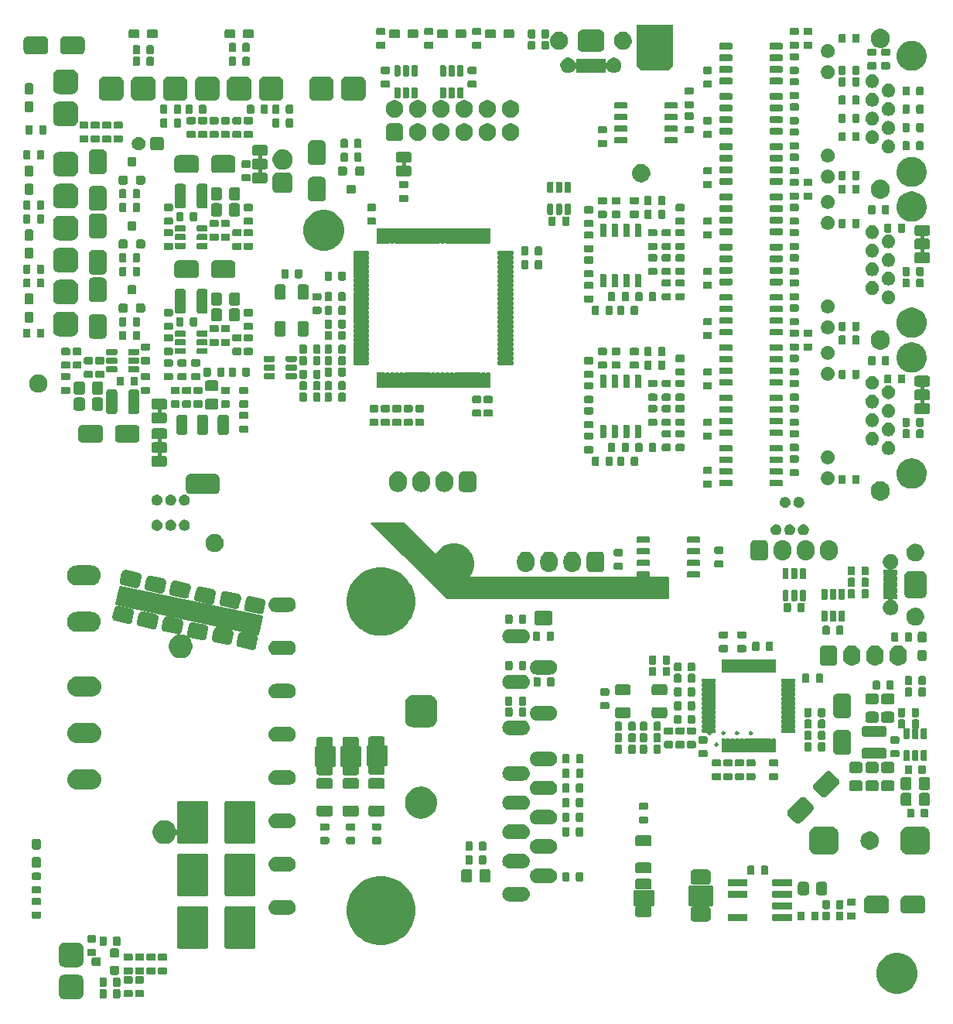
<source format=gts>
%TF.GenerationSoftware,KiCad,Pcbnew,(5.1.6-rc1-8-gd871a92d1)-1*%
%TF.CreationDate,2020-05-22T14:05:53+02:00*%
%TF.ProjectId,stmbl_4.0,73746d62-6c5f-4342-9e30-2e6b69636164,rev?*%
%TF.SameCoordinates,PXbcd3d80PY2f71ff0*%
%TF.FileFunction,Soldermask,Top*%
%TF.FilePolarity,Negative*%
%FSLAX46Y46*%
G04 Gerber Fmt 4.6, Leading zero omitted, Abs format (unit mm)*
G04 Created by KiCad (PCBNEW (5.1.6-rc1-8-gd871a92d1)-1) date 2020-05-22 14:05:53*
%MOMM*%
%LPD*%
G01*
G04 APERTURE LIST*
%ADD10C,0.250000*%
%ADD11C,0.150000*%
%ADD12C,0.100000*%
%ADD13C,0.450000*%
G04 APERTURE END LIST*
D10*
G36*
X-73540450Y-64665750D02*
G01*
X-73959550Y-66634250D01*
X-89446850Y-63327100D01*
X-89053150Y-61472900D01*
X-73540450Y-64665750D01*
G37*
X-73540450Y-64665750D02*
X-73959550Y-66634250D01*
X-89446850Y-63327100D01*
X-89053150Y-61472900D01*
X-73540450Y-64665750D01*
G36*
X-30750000Y-96250000D02*
G01*
X-32750000Y-96250000D01*
X-32750000Y-94750000D01*
X-30750000Y-94750000D01*
X-30750000Y-96250000D01*
G37*
X-30750000Y-96250000D02*
X-32750000Y-96250000D01*
X-32750000Y-94750000D01*
X-30750000Y-94750000D01*
X-30750000Y-96250000D01*
G36*
X-59958000Y-80950000D02*
G01*
X-61958000Y-80950000D01*
X-61958000Y-78950000D01*
X-59958000Y-78950000D01*
X-59958000Y-80950000D01*
G37*
X-59958000Y-80950000D02*
X-61958000Y-80950000D01*
X-61958000Y-78950000D01*
X-59958000Y-78950000D01*
X-59958000Y-80950000D01*
G36*
X-62800000Y-81000000D02*
G01*
X-64800000Y-81000000D01*
X-64800000Y-79000000D01*
X-62800000Y-79000000D01*
X-62800000Y-81000000D01*
G37*
X-62800000Y-81000000D02*
X-64800000Y-81000000D01*
X-64800000Y-79000000D01*
X-62800000Y-79000000D01*
X-62800000Y-81000000D01*
G36*
X-65642000Y-81000000D02*
G01*
X-67642000Y-81000000D01*
X-67642000Y-79000000D01*
X-65642000Y-79000000D01*
X-65642000Y-81000000D01*
G37*
X-65642000Y-81000000D02*
X-67642000Y-81000000D01*
X-67642000Y-79000000D01*
X-65642000Y-79000000D01*
X-65642000Y-81000000D01*
D11*
G36*
X-52000000Y-60500000D02*
G01*
X-29000000Y-60500000D01*
X-29000000Y-62750000D01*
X-53250000Y-62750000D01*
X-61500000Y-54500000D01*
X-58000000Y-54500000D01*
X-52000000Y-60500000D01*
G37*
X-52000000Y-60500000D02*
X-29000000Y-60500000D01*
X-29000000Y-62750000D01*
X-53250000Y-62750000D01*
X-61500000Y-54500000D01*
X-58000000Y-54500000D01*
X-52000000Y-60500000D01*
D10*
X-19850000Y-77500000D02*
G75*
G03*
X-19850000Y-77500000I-150000J0D01*
G01*
X-23600000Y-78750000D02*
G75*
G03*
X-23600000Y-78750000I-150000J0D01*
G01*
X-24350000Y-77500000D02*
G75*
G03*
X-24350000Y-77500000I-150000J0D01*
G01*
X-21350000Y-77500000D02*
G75*
G03*
X-21350000Y-77500000I-150000J0D01*
G01*
X-22850000Y-77500000D02*
G75*
G03*
X-22850000Y-77500000I-150000J0D01*
G01*
G36*
X-24250000Y-96250000D02*
G01*
X-26750000Y-96250000D01*
X-26750000Y-94250000D01*
X-24250000Y-94250000D01*
X-24250000Y-96250000D01*
G37*
X-24250000Y-96250000D02*
X-26750000Y-96250000D01*
X-26750000Y-94250000D01*
X-24250000Y-94250000D01*
X-24250000Y-96250000D01*
D12*
G36*
X-43398500Y-64200000D02*
G01*
X-43398500Y-65600000D01*
X-43700000Y-65600000D01*
X-43700000Y-64200000D01*
X-43398500Y-64200000D01*
G37*
G36*
X-41700000Y-64200000D02*
G01*
X-41700000Y-65600000D01*
X-42001500Y-65600000D01*
X-42001500Y-64200000D01*
X-41700000Y-64200000D01*
G37*
D13*
X-58000000Y-14500000D02*
X-58000000Y-16000000D01*
X-84750000Y-43000000D02*
X-84750000Y-41500000D01*
X-84750000Y-46250000D02*
X-84750000Y-47750000D01*
X-84750000Y-44750000D02*
X-84750000Y-46250000D01*
X-1250000Y-40500000D02*
X-1250000Y-42000000D01*
X-1250000Y-39000000D02*
X-1250000Y-40500000D01*
X-73750000Y-15250000D02*
X-73750000Y-13750000D01*
X-73750000Y-16750000D02*
X-73750000Y-15250000D01*
X-1250000Y-24000000D02*
X-1250000Y-25500000D01*
X-1250000Y-22500000D02*
X-1250000Y-24000000D01*
D12*
G36*
X-93573239Y-103912726D02*
G01*
X-93451347Y-103949702D01*
X-93339016Y-104009744D01*
X-93240552Y-104090552D01*
X-93159744Y-104189016D01*
X-93099702Y-104301347D01*
X-93062726Y-104423239D01*
X-93050000Y-104552454D01*
X-93050000Y-105947546D01*
X-93062726Y-106076761D01*
X-93099702Y-106198653D01*
X-93159744Y-106310984D01*
X-93240552Y-106409448D01*
X-93339016Y-106490256D01*
X-93451347Y-106550298D01*
X-93573239Y-106587274D01*
X-93702454Y-106600000D01*
X-95097546Y-106600000D01*
X-95226761Y-106587274D01*
X-95348653Y-106550298D01*
X-95460984Y-106490256D01*
X-95559448Y-106409448D01*
X-95640256Y-106310984D01*
X-95700298Y-106198653D01*
X-95737274Y-106076761D01*
X-95750000Y-105947546D01*
X-95750000Y-104552454D01*
X-95737274Y-104423239D01*
X-95700298Y-104301347D01*
X-95640256Y-104189016D01*
X-95559448Y-104090552D01*
X-95460984Y-104009744D01*
X-95348653Y-103949702D01*
X-95226761Y-103912726D01*
X-95097546Y-103900000D01*
X-93702454Y-103900000D01*
X-93573239Y-103912726D01*
G37*
G36*
X-89143895Y-105503551D02*
G01*
X-89111578Y-105513355D01*
X-89081797Y-105529273D01*
X-89055694Y-105550694D01*
X-89034273Y-105576797D01*
X-89018355Y-105606578D01*
X-89008551Y-105638895D01*
X-89005000Y-105674954D01*
X-89005000Y-106325046D01*
X-89008551Y-106361105D01*
X-89018355Y-106393422D01*
X-89034273Y-106423203D01*
X-89055694Y-106449306D01*
X-89081797Y-106470727D01*
X-89111578Y-106486645D01*
X-89143895Y-106496449D01*
X-89179954Y-106500000D01*
X-89620046Y-106500000D01*
X-89656105Y-106496449D01*
X-89688422Y-106486645D01*
X-89718203Y-106470727D01*
X-89744306Y-106449306D01*
X-89765727Y-106423203D01*
X-89781645Y-106393422D01*
X-89791449Y-106361105D01*
X-89795000Y-106325046D01*
X-89795000Y-105674954D01*
X-89791449Y-105638895D01*
X-89781645Y-105606578D01*
X-89765727Y-105576797D01*
X-89744306Y-105550694D01*
X-89718203Y-105529273D01*
X-89688422Y-105513355D01*
X-89656105Y-105503551D01*
X-89620046Y-105500000D01*
X-89179954Y-105500000D01*
X-89143895Y-105503551D01*
G37*
G36*
X-90643895Y-105503551D02*
G01*
X-90611578Y-105513355D01*
X-90581797Y-105529273D01*
X-90555694Y-105550694D01*
X-90534273Y-105576797D01*
X-90518355Y-105606578D01*
X-90508551Y-105638895D01*
X-90505000Y-105674954D01*
X-90505000Y-106325046D01*
X-90508551Y-106361105D01*
X-90518355Y-106393422D01*
X-90534273Y-106423203D01*
X-90555694Y-106449306D01*
X-90581797Y-106470727D01*
X-90611578Y-106486645D01*
X-90643895Y-106496449D01*
X-90679954Y-106500000D01*
X-91120046Y-106500000D01*
X-91156105Y-106496449D01*
X-91188422Y-106486645D01*
X-91218203Y-106470727D01*
X-91244306Y-106449306D01*
X-91265727Y-106423203D01*
X-91281645Y-106393422D01*
X-91291449Y-106361105D01*
X-91295000Y-106325046D01*
X-91295000Y-105674954D01*
X-91291449Y-105638895D01*
X-91281645Y-105606578D01*
X-91265727Y-105576797D01*
X-91244306Y-105550694D01*
X-91218203Y-105529273D01*
X-91188422Y-105513355D01*
X-91156105Y-105503551D01*
X-91120046Y-105500000D01*
X-90679954Y-105500000D01*
X-90643895Y-105503551D01*
G37*
G36*
X-86538895Y-105608551D02*
G01*
X-86506578Y-105618355D01*
X-86476797Y-105634273D01*
X-86450694Y-105655694D01*
X-86429273Y-105681797D01*
X-86413355Y-105711578D01*
X-86403551Y-105743895D01*
X-86400000Y-105779954D01*
X-86400000Y-106220046D01*
X-86403551Y-106256105D01*
X-86413355Y-106288422D01*
X-86429273Y-106318203D01*
X-86450694Y-106344306D01*
X-86476797Y-106365727D01*
X-86506578Y-106381645D01*
X-86538895Y-106391449D01*
X-86574954Y-106395000D01*
X-87225046Y-106395000D01*
X-87261105Y-106391449D01*
X-87293422Y-106381645D01*
X-87323203Y-106365727D01*
X-87349306Y-106344306D01*
X-87370727Y-106318203D01*
X-87386645Y-106288422D01*
X-87396449Y-106256105D01*
X-87400000Y-106220046D01*
X-87400000Y-105779954D01*
X-87396449Y-105743895D01*
X-87386645Y-105711578D01*
X-87370727Y-105681797D01*
X-87349306Y-105655694D01*
X-87323203Y-105634273D01*
X-87293422Y-105618355D01*
X-87261105Y-105608551D01*
X-87225046Y-105605000D01*
X-86574954Y-105605000D01*
X-86538895Y-105608551D01*
G37*
G36*
X-87788895Y-105608551D02*
G01*
X-87756578Y-105618355D01*
X-87726797Y-105634273D01*
X-87700694Y-105655694D01*
X-87679273Y-105681797D01*
X-87663355Y-105711578D01*
X-87653551Y-105743895D01*
X-87650000Y-105779954D01*
X-87650000Y-106220046D01*
X-87653551Y-106256105D01*
X-87663355Y-106288422D01*
X-87679273Y-106318203D01*
X-87700694Y-106344306D01*
X-87726797Y-106365727D01*
X-87756578Y-106381645D01*
X-87788895Y-106391449D01*
X-87824954Y-106395000D01*
X-88475046Y-106395000D01*
X-88511105Y-106391449D01*
X-88543422Y-106381645D01*
X-88573203Y-106365727D01*
X-88599306Y-106344306D01*
X-88620727Y-106318203D01*
X-88636645Y-106288422D01*
X-88646449Y-106256105D01*
X-88650000Y-106220046D01*
X-88650000Y-105779954D01*
X-88646449Y-105743895D01*
X-88636645Y-105711578D01*
X-88620727Y-105681797D01*
X-88599306Y-105655694D01*
X-88573203Y-105634273D01*
X-88543422Y-105618355D01*
X-88511105Y-105608551D01*
X-88475046Y-105605000D01*
X-87824954Y-105605000D01*
X-87788895Y-105608551D01*
G37*
G36*
X-3343701Y-101636465D02*
G01*
X-3013884Y-101773080D01*
X-2934225Y-101806076D01*
X-2565708Y-102052311D01*
X-2252311Y-102365708D01*
X-2006076Y-102734225D01*
X-2006075Y-102734227D01*
X-1836465Y-103143701D01*
X-1750000Y-103578393D01*
X-1750000Y-104021607D01*
X-1836465Y-104456299D01*
X-1836466Y-104456301D01*
X-2006076Y-104865775D01*
X-2252311Y-105234292D01*
X-2565708Y-105547689D01*
X-2934225Y-105793924D01*
X-2934226Y-105793925D01*
X-2934227Y-105793925D01*
X-3343701Y-105963535D01*
X-3778393Y-106050000D01*
X-4221607Y-106050000D01*
X-4656299Y-105963535D01*
X-5065773Y-105793925D01*
X-5065774Y-105793925D01*
X-5065775Y-105793924D01*
X-5434292Y-105547689D01*
X-5747689Y-105234292D01*
X-5993924Y-104865775D01*
X-6163534Y-104456301D01*
X-6163535Y-104456299D01*
X-6250000Y-104021607D01*
X-6250000Y-103578393D01*
X-6163535Y-103143701D01*
X-5993925Y-102734227D01*
X-5993924Y-102734225D01*
X-5747689Y-102365708D01*
X-5434292Y-102052311D01*
X-5065775Y-101806076D01*
X-4986116Y-101773080D01*
X-4656299Y-101636465D01*
X-4221607Y-101550000D01*
X-3778393Y-101550000D01*
X-3343701Y-101636465D01*
G37*
G36*
X-89143895Y-104253551D02*
G01*
X-89111578Y-104263355D01*
X-89081797Y-104279273D01*
X-89055694Y-104300694D01*
X-89034273Y-104326797D01*
X-89018355Y-104356578D01*
X-89008551Y-104388895D01*
X-89005000Y-104424954D01*
X-89005000Y-105075046D01*
X-89008551Y-105111105D01*
X-89018355Y-105143422D01*
X-89034273Y-105173203D01*
X-89055694Y-105199306D01*
X-89081797Y-105220727D01*
X-89111578Y-105236645D01*
X-89143895Y-105246449D01*
X-89179954Y-105250000D01*
X-89620046Y-105250000D01*
X-89656105Y-105246449D01*
X-89688422Y-105236645D01*
X-89718203Y-105220727D01*
X-89744306Y-105199306D01*
X-89765727Y-105173203D01*
X-89781645Y-105143422D01*
X-89791449Y-105111105D01*
X-89795000Y-105075046D01*
X-89795000Y-104424954D01*
X-89791449Y-104388895D01*
X-89781645Y-104356578D01*
X-89765727Y-104326797D01*
X-89744306Y-104300694D01*
X-89718203Y-104279273D01*
X-89688422Y-104263355D01*
X-89656105Y-104253551D01*
X-89620046Y-104250000D01*
X-89179954Y-104250000D01*
X-89143895Y-104253551D01*
G37*
G36*
X-90643895Y-104253551D02*
G01*
X-90611578Y-104263355D01*
X-90581797Y-104279273D01*
X-90555694Y-104300694D01*
X-90534273Y-104326797D01*
X-90518355Y-104356578D01*
X-90508551Y-104388895D01*
X-90505000Y-104424954D01*
X-90505000Y-105075046D01*
X-90508551Y-105111105D01*
X-90518355Y-105143422D01*
X-90534273Y-105173203D01*
X-90555694Y-105199306D01*
X-90581797Y-105220727D01*
X-90611578Y-105236645D01*
X-90643895Y-105246449D01*
X-90679954Y-105250000D01*
X-91120046Y-105250000D01*
X-91156105Y-105246449D01*
X-91188422Y-105236645D01*
X-91218203Y-105220727D01*
X-91244306Y-105199306D01*
X-91265727Y-105173203D01*
X-91281645Y-105143422D01*
X-91291449Y-105111105D01*
X-91295000Y-105075046D01*
X-91295000Y-104424954D01*
X-91291449Y-104388895D01*
X-91281645Y-104356578D01*
X-91265727Y-104326797D01*
X-91244306Y-104300694D01*
X-91218203Y-104279273D01*
X-91188422Y-104263355D01*
X-91156105Y-104253551D01*
X-91120046Y-104250000D01*
X-90679954Y-104250000D01*
X-90643895Y-104253551D01*
G37*
G36*
X-86538895Y-104108551D02*
G01*
X-86506578Y-104118355D01*
X-86476797Y-104134273D01*
X-86450694Y-104155694D01*
X-86429273Y-104181797D01*
X-86413355Y-104211578D01*
X-86403551Y-104243895D01*
X-86400000Y-104279954D01*
X-86400000Y-104720046D01*
X-86403551Y-104756105D01*
X-86413355Y-104788422D01*
X-86429273Y-104818203D01*
X-86450694Y-104844306D01*
X-86476797Y-104865727D01*
X-86506578Y-104881645D01*
X-86538895Y-104891449D01*
X-86574954Y-104895000D01*
X-87225046Y-104895000D01*
X-87261105Y-104891449D01*
X-87293422Y-104881645D01*
X-87323203Y-104865727D01*
X-87349306Y-104844306D01*
X-87370727Y-104818203D01*
X-87386645Y-104788422D01*
X-87396449Y-104756105D01*
X-87400000Y-104720046D01*
X-87400000Y-104279954D01*
X-87396449Y-104243895D01*
X-87386645Y-104211578D01*
X-87370727Y-104181797D01*
X-87349306Y-104155694D01*
X-87323203Y-104134273D01*
X-87293422Y-104118355D01*
X-87261105Y-104108551D01*
X-87225046Y-104105000D01*
X-86574954Y-104105000D01*
X-86538895Y-104108551D01*
G37*
G36*
X-87788895Y-104108551D02*
G01*
X-87756578Y-104118355D01*
X-87726797Y-104134273D01*
X-87700694Y-104155694D01*
X-87679273Y-104181797D01*
X-87663355Y-104211578D01*
X-87653551Y-104243895D01*
X-87650000Y-104279954D01*
X-87650000Y-104720046D01*
X-87653551Y-104756105D01*
X-87663355Y-104788422D01*
X-87679273Y-104818203D01*
X-87700694Y-104844306D01*
X-87726797Y-104865727D01*
X-87756578Y-104881645D01*
X-87788895Y-104891449D01*
X-87824954Y-104895000D01*
X-88475046Y-104895000D01*
X-88511105Y-104891449D01*
X-88543422Y-104881645D01*
X-88573203Y-104865727D01*
X-88599306Y-104844306D01*
X-88620727Y-104818203D01*
X-88636645Y-104788422D01*
X-88646449Y-104756105D01*
X-88650000Y-104720046D01*
X-88650000Y-104279954D01*
X-88646449Y-104243895D01*
X-88636645Y-104211578D01*
X-88620727Y-104181797D01*
X-88599306Y-104155694D01*
X-88573203Y-104134273D01*
X-88543422Y-104118355D01*
X-88511105Y-104108551D01*
X-88475046Y-104105000D01*
X-87824954Y-104105000D01*
X-87788895Y-104108551D01*
G37*
G36*
X-89330362Y-102954511D02*
G01*
X-89288193Y-102967303D01*
X-89249335Y-102988073D01*
X-89215270Y-103016030D01*
X-89187313Y-103050095D01*
X-89166543Y-103088953D01*
X-89153751Y-103131122D01*
X-89149190Y-103177429D01*
X-89149190Y-103722571D01*
X-89153751Y-103768878D01*
X-89166543Y-103811047D01*
X-89187313Y-103849905D01*
X-89215270Y-103883970D01*
X-89249335Y-103911927D01*
X-89288193Y-103932697D01*
X-89330362Y-103945489D01*
X-89376669Y-103950050D01*
X-89921811Y-103950050D01*
X-89968118Y-103945489D01*
X-90010287Y-103932697D01*
X-90049145Y-103911927D01*
X-90083210Y-103883970D01*
X-90111167Y-103849905D01*
X-90131937Y-103811047D01*
X-90144729Y-103768878D01*
X-90149290Y-103722571D01*
X-90149290Y-103177429D01*
X-90144729Y-103131122D01*
X-90131937Y-103088953D01*
X-90111167Y-103050095D01*
X-90083210Y-103016030D01*
X-90049145Y-102988073D01*
X-90010287Y-102967303D01*
X-89968118Y-102954511D01*
X-89921811Y-102949950D01*
X-89376669Y-102949950D01*
X-89330362Y-102954511D01*
G37*
G36*
X-84038895Y-103108551D02*
G01*
X-84006578Y-103118355D01*
X-83976797Y-103134273D01*
X-83950694Y-103155694D01*
X-83929273Y-103181797D01*
X-83913355Y-103211578D01*
X-83903551Y-103243895D01*
X-83900000Y-103279954D01*
X-83900000Y-103720046D01*
X-83903551Y-103756105D01*
X-83913355Y-103788422D01*
X-83929273Y-103818203D01*
X-83950694Y-103844306D01*
X-83976797Y-103865727D01*
X-84006578Y-103881645D01*
X-84038895Y-103891449D01*
X-84074954Y-103895000D01*
X-84725046Y-103895000D01*
X-84761105Y-103891449D01*
X-84793422Y-103881645D01*
X-84823203Y-103865727D01*
X-84849306Y-103844306D01*
X-84870727Y-103818203D01*
X-84886645Y-103788422D01*
X-84896449Y-103756105D01*
X-84900000Y-103720046D01*
X-84900000Y-103279954D01*
X-84896449Y-103243895D01*
X-84886645Y-103211578D01*
X-84870727Y-103181797D01*
X-84849306Y-103155694D01*
X-84823203Y-103134273D01*
X-84793422Y-103118355D01*
X-84761105Y-103108551D01*
X-84725046Y-103105000D01*
X-84074954Y-103105000D01*
X-84038895Y-103108551D01*
G37*
G36*
X-85288895Y-103108551D02*
G01*
X-85256578Y-103118355D01*
X-85226797Y-103134273D01*
X-85200694Y-103155694D01*
X-85179273Y-103181797D01*
X-85163355Y-103211578D01*
X-85153551Y-103243895D01*
X-85150000Y-103279954D01*
X-85150000Y-103720046D01*
X-85153551Y-103756105D01*
X-85163355Y-103788422D01*
X-85179273Y-103818203D01*
X-85200694Y-103844306D01*
X-85226797Y-103865727D01*
X-85256578Y-103881645D01*
X-85288895Y-103891449D01*
X-85324954Y-103895000D01*
X-85975046Y-103895000D01*
X-86011105Y-103891449D01*
X-86043422Y-103881645D01*
X-86073203Y-103865727D01*
X-86099306Y-103844306D01*
X-86120727Y-103818203D01*
X-86136645Y-103788422D01*
X-86146449Y-103756105D01*
X-86150000Y-103720046D01*
X-86150000Y-103279954D01*
X-86146449Y-103243895D01*
X-86136645Y-103211578D01*
X-86120727Y-103181797D01*
X-86099306Y-103155694D01*
X-86073203Y-103134273D01*
X-86043422Y-103118355D01*
X-86011105Y-103108551D01*
X-85975046Y-103105000D01*
X-85324954Y-103105000D01*
X-85288895Y-103108551D01*
G37*
G36*
X-86538895Y-103108551D02*
G01*
X-86506578Y-103118355D01*
X-86476797Y-103134273D01*
X-86450694Y-103155694D01*
X-86429273Y-103181797D01*
X-86413355Y-103211578D01*
X-86403551Y-103243895D01*
X-86400000Y-103279954D01*
X-86400000Y-103720046D01*
X-86403551Y-103756105D01*
X-86413355Y-103788422D01*
X-86429273Y-103818203D01*
X-86450694Y-103844306D01*
X-86476797Y-103865727D01*
X-86506578Y-103881645D01*
X-86538895Y-103891449D01*
X-86574954Y-103895000D01*
X-87225046Y-103895000D01*
X-87261105Y-103891449D01*
X-87293422Y-103881645D01*
X-87323203Y-103865727D01*
X-87349306Y-103844306D01*
X-87370727Y-103818203D01*
X-87386645Y-103788422D01*
X-87396449Y-103756105D01*
X-87400000Y-103720046D01*
X-87400000Y-103279954D01*
X-87396449Y-103243895D01*
X-87386645Y-103211578D01*
X-87370727Y-103181797D01*
X-87349306Y-103155694D01*
X-87323203Y-103134273D01*
X-87293422Y-103118355D01*
X-87261105Y-103108551D01*
X-87225046Y-103105000D01*
X-86574954Y-103105000D01*
X-86538895Y-103108551D01*
G37*
G36*
X-87788895Y-103108551D02*
G01*
X-87756578Y-103118355D01*
X-87726797Y-103134273D01*
X-87700694Y-103155694D01*
X-87679273Y-103181797D01*
X-87663355Y-103211578D01*
X-87653551Y-103243895D01*
X-87650000Y-103279954D01*
X-87650000Y-103720046D01*
X-87653551Y-103756105D01*
X-87663355Y-103788422D01*
X-87679273Y-103818203D01*
X-87700694Y-103844306D01*
X-87726797Y-103865727D01*
X-87756578Y-103881645D01*
X-87788895Y-103891449D01*
X-87824954Y-103895000D01*
X-88475046Y-103895000D01*
X-88511105Y-103891449D01*
X-88543422Y-103881645D01*
X-88573203Y-103865727D01*
X-88599306Y-103844306D01*
X-88620727Y-103818203D01*
X-88636645Y-103788422D01*
X-88646449Y-103756105D01*
X-88650000Y-103720046D01*
X-88650000Y-103279954D01*
X-88646449Y-103243895D01*
X-88636645Y-103211578D01*
X-88620727Y-103181797D01*
X-88599306Y-103155694D01*
X-88573203Y-103134273D01*
X-88543422Y-103118355D01*
X-88511105Y-103108551D01*
X-88475046Y-103105000D01*
X-87824954Y-103105000D01*
X-87788895Y-103108551D01*
G37*
G36*
X-93573239Y-100412726D02*
G01*
X-93451347Y-100449702D01*
X-93339016Y-100509744D01*
X-93240552Y-100590552D01*
X-93159744Y-100689016D01*
X-93099702Y-100801347D01*
X-93062726Y-100923239D01*
X-93050000Y-101052454D01*
X-93050000Y-102447546D01*
X-93062726Y-102576761D01*
X-93099702Y-102698653D01*
X-93159744Y-102810984D01*
X-93240552Y-102909448D01*
X-93339016Y-102990256D01*
X-93451347Y-103050298D01*
X-93573239Y-103087274D01*
X-93702454Y-103100000D01*
X-95097546Y-103100000D01*
X-95226761Y-103087274D01*
X-95348653Y-103050298D01*
X-95460984Y-102990256D01*
X-95559448Y-102909448D01*
X-95640256Y-102810984D01*
X-95700298Y-102698653D01*
X-95737274Y-102576761D01*
X-95750000Y-102447546D01*
X-95750000Y-101052454D01*
X-95737274Y-100923239D01*
X-95700298Y-100801347D01*
X-95640256Y-100689016D01*
X-95559448Y-100590552D01*
X-95460984Y-100509744D01*
X-95348653Y-100449702D01*
X-95226761Y-100412726D01*
X-95097546Y-100400000D01*
X-93702454Y-100400000D01*
X-93573239Y-100412726D01*
G37*
G36*
X-91329342Y-102004511D02*
G01*
X-91287173Y-102017303D01*
X-91248315Y-102038073D01*
X-91214250Y-102066030D01*
X-91186293Y-102100095D01*
X-91165523Y-102138953D01*
X-91152731Y-102181122D01*
X-91148170Y-102227429D01*
X-91148170Y-102772571D01*
X-91152731Y-102818878D01*
X-91165523Y-102861047D01*
X-91186293Y-102899905D01*
X-91214250Y-102933970D01*
X-91248315Y-102961927D01*
X-91287173Y-102982697D01*
X-91329342Y-102995489D01*
X-91375649Y-103000050D01*
X-91920791Y-103000050D01*
X-91967098Y-102995489D01*
X-92009267Y-102982697D01*
X-92048125Y-102961927D01*
X-92082190Y-102933970D01*
X-92110147Y-102899905D01*
X-92130917Y-102861047D01*
X-92143709Y-102818878D01*
X-92148270Y-102772571D01*
X-92148270Y-102227429D01*
X-92143709Y-102181122D01*
X-92130917Y-102138953D01*
X-92110147Y-102100095D01*
X-92082190Y-102066030D01*
X-92048125Y-102038073D01*
X-92009267Y-102017303D01*
X-91967098Y-102004511D01*
X-91920791Y-101999950D01*
X-91375649Y-101999950D01*
X-91329342Y-102004511D01*
G37*
G36*
X-84038895Y-101608551D02*
G01*
X-84006578Y-101618355D01*
X-83976797Y-101634273D01*
X-83950694Y-101655694D01*
X-83929273Y-101681797D01*
X-83913355Y-101711578D01*
X-83903551Y-101743895D01*
X-83900000Y-101779954D01*
X-83900000Y-102220046D01*
X-83903551Y-102256105D01*
X-83913355Y-102288422D01*
X-83929273Y-102318203D01*
X-83950694Y-102344306D01*
X-83976797Y-102365727D01*
X-84006578Y-102381645D01*
X-84038895Y-102391449D01*
X-84074954Y-102395000D01*
X-84725046Y-102395000D01*
X-84761105Y-102391449D01*
X-84793422Y-102381645D01*
X-84823203Y-102365727D01*
X-84849306Y-102344306D01*
X-84870727Y-102318203D01*
X-84886645Y-102288422D01*
X-84896449Y-102256105D01*
X-84900000Y-102220046D01*
X-84900000Y-101779954D01*
X-84896449Y-101743895D01*
X-84886645Y-101711578D01*
X-84870727Y-101681797D01*
X-84849306Y-101655694D01*
X-84823203Y-101634273D01*
X-84793422Y-101618355D01*
X-84761105Y-101608551D01*
X-84725046Y-101605000D01*
X-84074954Y-101605000D01*
X-84038895Y-101608551D01*
G37*
G36*
X-86538895Y-101608551D02*
G01*
X-86506578Y-101618355D01*
X-86476797Y-101634273D01*
X-86450694Y-101655694D01*
X-86429273Y-101681797D01*
X-86413355Y-101711578D01*
X-86403551Y-101743895D01*
X-86400000Y-101779954D01*
X-86400000Y-102220046D01*
X-86403551Y-102256105D01*
X-86413355Y-102288422D01*
X-86429273Y-102318203D01*
X-86450694Y-102344306D01*
X-86476797Y-102365727D01*
X-86506578Y-102381645D01*
X-86538895Y-102391449D01*
X-86574954Y-102395000D01*
X-87225046Y-102395000D01*
X-87261105Y-102391449D01*
X-87293422Y-102381645D01*
X-87323203Y-102365727D01*
X-87349306Y-102344306D01*
X-87370727Y-102318203D01*
X-87386645Y-102288422D01*
X-87396449Y-102256105D01*
X-87400000Y-102220046D01*
X-87400000Y-101779954D01*
X-87396449Y-101743895D01*
X-87386645Y-101711578D01*
X-87370727Y-101681797D01*
X-87349306Y-101655694D01*
X-87323203Y-101634273D01*
X-87293422Y-101618355D01*
X-87261105Y-101608551D01*
X-87225046Y-101605000D01*
X-86574954Y-101605000D01*
X-86538895Y-101608551D01*
G37*
G36*
X-85288895Y-101608551D02*
G01*
X-85256578Y-101618355D01*
X-85226797Y-101634273D01*
X-85200694Y-101655694D01*
X-85179273Y-101681797D01*
X-85163355Y-101711578D01*
X-85153551Y-101743895D01*
X-85150000Y-101779954D01*
X-85150000Y-102220046D01*
X-85153551Y-102256105D01*
X-85163355Y-102288422D01*
X-85179273Y-102318203D01*
X-85200694Y-102344306D01*
X-85226797Y-102365727D01*
X-85256578Y-102381645D01*
X-85288895Y-102391449D01*
X-85324954Y-102395000D01*
X-85975046Y-102395000D01*
X-86011105Y-102391449D01*
X-86043422Y-102381645D01*
X-86073203Y-102365727D01*
X-86099306Y-102344306D01*
X-86120727Y-102318203D01*
X-86136645Y-102288422D01*
X-86146449Y-102256105D01*
X-86150000Y-102220046D01*
X-86150000Y-101779954D01*
X-86146449Y-101743895D01*
X-86136645Y-101711578D01*
X-86120727Y-101681797D01*
X-86099306Y-101655694D01*
X-86073203Y-101634273D01*
X-86043422Y-101618355D01*
X-86011105Y-101608551D01*
X-85975046Y-101605000D01*
X-85324954Y-101605000D01*
X-85288895Y-101608551D01*
G37*
G36*
X-87788895Y-101608551D02*
G01*
X-87756578Y-101618355D01*
X-87726797Y-101634273D01*
X-87700694Y-101655694D01*
X-87679273Y-101681797D01*
X-87663355Y-101711578D01*
X-87653551Y-101743895D01*
X-87650000Y-101779954D01*
X-87650000Y-102220046D01*
X-87653551Y-102256105D01*
X-87663355Y-102288422D01*
X-87679273Y-102318203D01*
X-87700694Y-102344306D01*
X-87726797Y-102365727D01*
X-87756578Y-102381645D01*
X-87788895Y-102391449D01*
X-87824954Y-102395000D01*
X-88475046Y-102395000D01*
X-88511105Y-102391449D01*
X-88543422Y-102381645D01*
X-88573203Y-102365727D01*
X-88599306Y-102344306D01*
X-88620727Y-102318203D01*
X-88636645Y-102288422D01*
X-88646449Y-102256105D01*
X-88650000Y-102220046D01*
X-88650000Y-101779954D01*
X-88646449Y-101743895D01*
X-88636645Y-101711578D01*
X-88620727Y-101681797D01*
X-88599306Y-101655694D01*
X-88573203Y-101634273D01*
X-88543422Y-101618355D01*
X-88511105Y-101608551D01*
X-88475046Y-101605000D01*
X-87824954Y-101605000D01*
X-87788895Y-101608551D01*
G37*
G36*
X-89330362Y-101054511D02*
G01*
X-89288193Y-101067303D01*
X-89249335Y-101088073D01*
X-89215270Y-101116030D01*
X-89187313Y-101150095D01*
X-89166543Y-101188953D01*
X-89153751Y-101231122D01*
X-89149190Y-101277429D01*
X-89149190Y-101822571D01*
X-89153751Y-101868878D01*
X-89166543Y-101911047D01*
X-89187313Y-101949905D01*
X-89215270Y-101983970D01*
X-89249335Y-102011927D01*
X-89288193Y-102032697D01*
X-89330362Y-102045489D01*
X-89376669Y-102050050D01*
X-89921811Y-102050050D01*
X-89968118Y-102045489D01*
X-90010287Y-102032697D01*
X-90049145Y-102011927D01*
X-90083210Y-101983970D01*
X-90111167Y-101949905D01*
X-90131937Y-101911047D01*
X-90144729Y-101868878D01*
X-90149290Y-101822571D01*
X-90149290Y-101277429D01*
X-90144729Y-101231122D01*
X-90131937Y-101188953D01*
X-90111167Y-101150095D01*
X-90083210Y-101116030D01*
X-90049145Y-101088073D01*
X-90010287Y-101067303D01*
X-89968118Y-101054511D01*
X-89921811Y-101049950D01*
X-89376669Y-101049950D01*
X-89330362Y-101054511D01*
G37*
G36*
X-91788895Y-101108551D02*
G01*
X-91756578Y-101118355D01*
X-91726797Y-101134273D01*
X-91700694Y-101155694D01*
X-91679273Y-101181797D01*
X-91663355Y-101211578D01*
X-91653551Y-101243895D01*
X-91650000Y-101279954D01*
X-91650000Y-101720046D01*
X-91653551Y-101756105D01*
X-91663355Y-101788422D01*
X-91679273Y-101818203D01*
X-91700694Y-101844306D01*
X-91726797Y-101865727D01*
X-91756578Y-101881645D01*
X-91788895Y-101891449D01*
X-91824954Y-101895000D01*
X-92475046Y-101895000D01*
X-92511105Y-101891449D01*
X-92543422Y-101881645D01*
X-92573203Y-101865727D01*
X-92599306Y-101844306D01*
X-92620727Y-101818203D01*
X-92636645Y-101788422D01*
X-92646449Y-101756105D01*
X-92650000Y-101720046D01*
X-92650000Y-101279954D01*
X-92646449Y-101243895D01*
X-92636645Y-101211578D01*
X-92620727Y-101181797D01*
X-92599306Y-101155694D01*
X-92573203Y-101134273D01*
X-92543422Y-101118355D01*
X-92511105Y-101108551D01*
X-92475046Y-101105000D01*
X-91824954Y-101105000D01*
X-91788895Y-101108551D01*
G37*
G36*
X-79579543Y-96429522D02*
G01*
X-79537753Y-96442199D01*
X-79499245Y-96462782D01*
X-79465487Y-96490487D01*
X-79437782Y-96524245D01*
X-79417199Y-96562753D01*
X-79404522Y-96604543D01*
X-79400000Y-96650454D01*
X-79400000Y-100849546D01*
X-79404522Y-100895457D01*
X-79417199Y-100937247D01*
X-79437782Y-100975755D01*
X-79465487Y-101009513D01*
X-79499245Y-101037218D01*
X-79537753Y-101057801D01*
X-79579543Y-101070478D01*
X-79625454Y-101075000D01*
X-82574546Y-101075000D01*
X-82620457Y-101070478D01*
X-82662247Y-101057801D01*
X-82700755Y-101037218D01*
X-82734513Y-101009513D01*
X-82762218Y-100975755D01*
X-82782801Y-100937247D01*
X-82795478Y-100895457D01*
X-82800000Y-100849546D01*
X-82800000Y-96650454D01*
X-82795478Y-96604543D01*
X-82782801Y-96562753D01*
X-82762218Y-96524245D01*
X-82734513Y-96490487D01*
X-82700755Y-96462782D01*
X-82662247Y-96442199D01*
X-82620457Y-96429522D01*
X-82574546Y-96425000D01*
X-79625454Y-96425000D01*
X-79579543Y-96429522D01*
G37*
G36*
X-74379895Y-96429530D02*
G01*
X-74338023Y-96442232D01*
X-74299440Y-96462855D01*
X-74265615Y-96490615D01*
X-74237855Y-96524440D01*
X-74217232Y-96563023D01*
X-74204530Y-96604895D01*
X-74200000Y-96650892D01*
X-74200000Y-100849108D01*
X-74204530Y-100895105D01*
X-74217232Y-100936977D01*
X-74237855Y-100975560D01*
X-74265615Y-101009385D01*
X-74299440Y-101037145D01*
X-74338023Y-101057768D01*
X-74379895Y-101070470D01*
X-74425892Y-101075000D01*
X-77374108Y-101075000D01*
X-77420105Y-101070470D01*
X-77461977Y-101057768D01*
X-77500560Y-101037145D01*
X-77534385Y-101009385D01*
X-77562145Y-100975560D01*
X-77582768Y-100936977D01*
X-77595470Y-100895105D01*
X-77600000Y-100849108D01*
X-77600000Y-96650892D01*
X-77595470Y-96604895D01*
X-77582768Y-96563023D01*
X-77562145Y-96524440D01*
X-77534385Y-96490615D01*
X-77500560Y-96462855D01*
X-77461977Y-96442232D01*
X-77420105Y-96429530D01*
X-77374108Y-96425000D01*
X-74425892Y-96425000D01*
X-74379895Y-96429530D01*
G37*
G36*
X-89143895Y-99753551D02*
G01*
X-89111578Y-99763355D01*
X-89081797Y-99779273D01*
X-89055694Y-99800694D01*
X-89034273Y-99826797D01*
X-89018355Y-99856578D01*
X-89008551Y-99888895D01*
X-89005000Y-99924954D01*
X-89005000Y-100575046D01*
X-89008551Y-100611105D01*
X-89018355Y-100643422D01*
X-89034273Y-100673203D01*
X-89055694Y-100699306D01*
X-89081797Y-100720727D01*
X-89111578Y-100736645D01*
X-89143895Y-100746449D01*
X-89179954Y-100750000D01*
X-89620046Y-100750000D01*
X-89656105Y-100746449D01*
X-89688422Y-100736645D01*
X-89718203Y-100720727D01*
X-89744306Y-100699306D01*
X-89765727Y-100673203D01*
X-89781645Y-100643422D01*
X-89791449Y-100611105D01*
X-89795000Y-100575046D01*
X-89795000Y-99924954D01*
X-89791449Y-99888895D01*
X-89781645Y-99856578D01*
X-89765727Y-99826797D01*
X-89744306Y-99800694D01*
X-89718203Y-99779273D01*
X-89688422Y-99763355D01*
X-89656105Y-99753551D01*
X-89620046Y-99750000D01*
X-89179954Y-99750000D01*
X-89143895Y-99753551D01*
G37*
G36*
X-90643895Y-99753551D02*
G01*
X-90611578Y-99763355D01*
X-90581797Y-99779273D01*
X-90555694Y-99800694D01*
X-90534273Y-99826797D01*
X-90518355Y-99856578D01*
X-90508551Y-99888895D01*
X-90505000Y-99924954D01*
X-90505000Y-100575046D01*
X-90508551Y-100611105D01*
X-90518355Y-100643422D01*
X-90534273Y-100673203D01*
X-90555694Y-100699306D01*
X-90581797Y-100720727D01*
X-90611578Y-100736645D01*
X-90643895Y-100746449D01*
X-90679954Y-100750000D01*
X-91120046Y-100750000D01*
X-91156105Y-100746449D01*
X-91188422Y-100736645D01*
X-91218203Y-100720727D01*
X-91244306Y-100699306D01*
X-91265727Y-100673203D01*
X-91281645Y-100643422D01*
X-91291449Y-100611105D01*
X-91295000Y-100575046D01*
X-91295000Y-99924954D01*
X-91291449Y-99888895D01*
X-91281645Y-99856578D01*
X-91265727Y-99826797D01*
X-91244306Y-99800694D01*
X-91218203Y-99779273D01*
X-91188422Y-99763355D01*
X-91156105Y-99753551D01*
X-91120046Y-99750000D01*
X-90679954Y-99750000D01*
X-90643895Y-99753551D01*
G37*
G36*
X-59406167Y-93294109D02*
G01*
X-58723710Y-93576792D01*
X-58418809Y-93780521D01*
X-58109514Y-93987185D01*
X-57587185Y-94509514D01*
X-57587184Y-94509516D01*
X-57176792Y-95123710D01*
X-56894109Y-95806167D01*
X-56750000Y-96530656D01*
X-56750000Y-97269344D01*
X-56894109Y-97993833D01*
X-57176792Y-98676290D01*
X-57176793Y-98676291D01*
X-57587185Y-99290486D01*
X-58109514Y-99812815D01*
X-58418698Y-100019405D01*
X-58723710Y-100223208D01*
X-59406167Y-100505891D01*
X-60130656Y-100650000D01*
X-60869344Y-100650000D01*
X-61593833Y-100505891D01*
X-62276290Y-100223208D01*
X-62581302Y-100019405D01*
X-62890486Y-99812815D01*
X-63412815Y-99290486D01*
X-63823207Y-98676291D01*
X-63823208Y-98676290D01*
X-64105891Y-97993833D01*
X-64250000Y-97269344D01*
X-64250000Y-96530656D01*
X-64105891Y-95806167D01*
X-63823208Y-95123710D01*
X-63412816Y-94509516D01*
X-63412815Y-94509514D01*
X-62890486Y-93987185D01*
X-62581191Y-93780521D01*
X-62276290Y-93576792D01*
X-61593833Y-93294109D01*
X-60869344Y-93150000D01*
X-60130656Y-93150000D01*
X-59406167Y-93294109D01*
G37*
G36*
X-91788895Y-99608551D02*
G01*
X-91756578Y-99618355D01*
X-91726797Y-99634273D01*
X-91700694Y-99655694D01*
X-91679273Y-99681797D01*
X-91663355Y-99711578D01*
X-91653551Y-99743895D01*
X-91650000Y-99779954D01*
X-91650000Y-100220046D01*
X-91653551Y-100256105D01*
X-91663355Y-100288422D01*
X-91679273Y-100318203D01*
X-91700694Y-100344306D01*
X-91726797Y-100365727D01*
X-91756578Y-100381645D01*
X-91788895Y-100391449D01*
X-91824954Y-100395000D01*
X-92475046Y-100395000D01*
X-92511105Y-100391449D01*
X-92543422Y-100381645D01*
X-92573203Y-100365727D01*
X-92599306Y-100344306D01*
X-92620727Y-100318203D01*
X-92636645Y-100288422D01*
X-92646449Y-100256105D01*
X-92650000Y-100220046D01*
X-92650000Y-99779954D01*
X-92646449Y-99743895D01*
X-92636645Y-99711578D01*
X-92620727Y-99681797D01*
X-92599306Y-99655694D01*
X-92573203Y-99634273D01*
X-92543422Y-99618355D01*
X-92511105Y-99608551D01*
X-92475046Y-99605000D01*
X-91824954Y-99605000D01*
X-91788895Y-99608551D01*
G37*
G36*
X-24722012Y-96407923D02*
G01*
X-24647020Y-96430671D01*
X-24577907Y-96467614D01*
X-24517329Y-96517329D01*
X-24467614Y-96577907D01*
X-24430671Y-96647020D01*
X-24407923Y-96722012D01*
X-24400000Y-96802454D01*
X-24400000Y-97697546D01*
X-24407923Y-97777988D01*
X-24430671Y-97852980D01*
X-24467614Y-97922093D01*
X-24517329Y-97982671D01*
X-24577907Y-98032386D01*
X-24647020Y-98069329D01*
X-24722012Y-98092077D01*
X-24802454Y-98100000D01*
X-26197546Y-98100000D01*
X-26277988Y-98092077D01*
X-26352980Y-98069329D01*
X-26422093Y-98032386D01*
X-26482671Y-97982671D01*
X-26532386Y-97922093D01*
X-26569329Y-97852980D01*
X-26592077Y-97777988D01*
X-26600000Y-97697546D01*
X-26600000Y-96802454D01*
X-26592077Y-96722012D01*
X-26569329Y-96647020D01*
X-26532386Y-96577907D01*
X-26482671Y-96517329D01*
X-26422093Y-96467614D01*
X-26352980Y-96430671D01*
X-26277988Y-96407923D01*
X-26197546Y-96400000D01*
X-24802454Y-96400000D01*
X-24722012Y-96407923D01*
G37*
G36*
X-20490908Y-97258599D02*
G01*
X-20458122Y-97268545D01*
X-20427911Y-97284693D01*
X-20401428Y-97306428D01*
X-20379693Y-97332911D01*
X-20363545Y-97363122D01*
X-20353599Y-97395908D01*
X-20350000Y-97432453D01*
X-20350000Y-97877547D01*
X-20353599Y-97914092D01*
X-20363545Y-97946878D01*
X-20379693Y-97977089D01*
X-20401428Y-98003572D01*
X-20427911Y-98025307D01*
X-20458122Y-98041455D01*
X-20490908Y-98051401D01*
X-20527453Y-98055000D01*
X-22372547Y-98055000D01*
X-22409092Y-98051401D01*
X-22441878Y-98041455D01*
X-22472089Y-98025307D01*
X-22498572Y-98003572D01*
X-22520307Y-97977089D01*
X-22536455Y-97946878D01*
X-22546401Y-97914092D01*
X-22550000Y-97877547D01*
X-22550000Y-97432453D01*
X-22546401Y-97395908D01*
X-22536455Y-97363122D01*
X-22520307Y-97332911D01*
X-22498572Y-97306428D01*
X-22472089Y-97284693D01*
X-22441878Y-97268545D01*
X-22409092Y-97258599D01*
X-22372547Y-97255000D01*
X-20527453Y-97255000D01*
X-20490908Y-97258599D01*
G37*
G36*
X-15590908Y-97258599D02*
G01*
X-15558122Y-97268545D01*
X-15527911Y-97284693D01*
X-15501428Y-97306428D01*
X-15479693Y-97332911D01*
X-15463545Y-97363122D01*
X-15453599Y-97395908D01*
X-15450000Y-97432453D01*
X-15450000Y-97877547D01*
X-15453599Y-97914092D01*
X-15463545Y-97946878D01*
X-15479693Y-97977089D01*
X-15501428Y-98003572D01*
X-15527911Y-98025307D01*
X-15558122Y-98041455D01*
X-15590908Y-98051401D01*
X-15627453Y-98055000D01*
X-17472547Y-98055000D01*
X-17509092Y-98051401D01*
X-17541878Y-98041455D01*
X-17572089Y-98025307D01*
X-17598572Y-98003572D01*
X-17620307Y-97977089D01*
X-17636455Y-97946878D01*
X-17646401Y-97914092D01*
X-17650000Y-97877547D01*
X-17650000Y-97432453D01*
X-17646401Y-97395908D01*
X-17636455Y-97363122D01*
X-17620307Y-97332911D01*
X-17598572Y-97306428D01*
X-17572089Y-97284693D01*
X-17541878Y-97268545D01*
X-17509092Y-97258599D01*
X-17472547Y-97255000D01*
X-15627453Y-97255000D01*
X-15590908Y-97258599D01*
G37*
G36*
X-9993895Y-97003551D02*
G01*
X-9961578Y-97013355D01*
X-9931797Y-97029273D01*
X-9905694Y-97050694D01*
X-9884273Y-97076797D01*
X-9868355Y-97106578D01*
X-9858551Y-97138895D01*
X-9855000Y-97174954D01*
X-9855000Y-97825046D01*
X-9858551Y-97861105D01*
X-9868355Y-97893422D01*
X-9884273Y-97923203D01*
X-9905694Y-97949306D01*
X-9931797Y-97970727D01*
X-9961578Y-97986645D01*
X-9993895Y-97996449D01*
X-10029954Y-98000000D01*
X-10470046Y-98000000D01*
X-10506105Y-97996449D01*
X-10538422Y-97986645D01*
X-10568203Y-97970727D01*
X-10594306Y-97949306D01*
X-10615727Y-97923203D01*
X-10631645Y-97893422D01*
X-10641449Y-97861105D01*
X-10645000Y-97825046D01*
X-10645000Y-97174954D01*
X-10641449Y-97138895D01*
X-10631645Y-97106578D01*
X-10615727Y-97076797D01*
X-10594306Y-97050694D01*
X-10568203Y-97029273D01*
X-10538422Y-97013355D01*
X-10506105Y-97003551D01*
X-10470046Y-97000000D01*
X-10029954Y-97000000D01*
X-9993895Y-97003551D01*
G37*
G36*
X-11493895Y-97003551D02*
G01*
X-11461578Y-97013355D01*
X-11431797Y-97029273D01*
X-11405694Y-97050694D01*
X-11384273Y-97076797D01*
X-11368355Y-97106578D01*
X-11358551Y-97138895D01*
X-11355000Y-97174954D01*
X-11355000Y-97825046D01*
X-11358551Y-97861105D01*
X-11368355Y-97893422D01*
X-11384273Y-97923203D01*
X-11405694Y-97949306D01*
X-11431797Y-97970727D01*
X-11461578Y-97986645D01*
X-11493895Y-97996449D01*
X-11529954Y-98000000D01*
X-11970046Y-98000000D01*
X-12006105Y-97996449D01*
X-12038422Y-97986645D01*
X-12068203Y-97970727D01*
X-12094306Y-97949306D01*
X-12115727Y-97923203D01*
X-12131645Y-97893422D01*
X-12141449Y-97861105D01*
X-12145000Y-97825046D01*
X-12145000Y-97174954D01*
X-12141449Y-97138895D01*
X-12131645Y-97106578D01*
X-12115727Y-97076797D01*
X-12094306Y-97050694D01*
X-12068203Y-97029273D01*
X-12038422Y-97013355D01*
X-12006105Y-97003551D01*
X-11970046Y-97000000D01*
X-11529954Y-97000000D01*
X-11493895Y-97003551D01*
G37*
G36*
X-12743895Y-97003551D02*
G01*
X-12711578Y-97013355D01*
X-12681797Y-97029273D01*
X-12655694Y-97050694D01*
X-12634273Y-97076797D01*
X-12618355Y-97106578D01*
X-12608551Y-97138895D01*
X-12605000Y-97174954D01*
X-12605000Y-97825046D01*
X-12608551Y-97861105D01*
X-12618355Y-97893422D01*
X-12634273Y-97923203D01*
X-12655694Y-97949306D01*
X-12681797Y-97970727D01*
X-12711578Y-97986645D01*
X-12743895Y-97996449D01*
X-12779954Y-98000000D01*
X-13220046Y-98000000D01*
X-13256105Y-97996449D01*
X-13288422Y-97986645D01*
X-13318203Y-97970727D01*
X-13344306Y-97949306D01*
X-13365727Y-97923203D01*
X-13381645Y-97893422D01*
X-13391449Y-97861105D01*
X-13395000Y-97825046D01*
X-13395000Y-97174954D01*
X-13391449Y-97138895D01*
X-13381645Y-97106578D01*
X-13365727Y-97076797D01*
X-13344306Y-97050694D01*
X-13318203Y-97029273D01*
X-13288422Y-97013355D01*
X-13256105Y-97003551D01*
X-13220046Y-97000000D01*
X-12779954Y-97000000D01*
X-12743895Y-97003551D01*
G37*
G36*
X-14243895Y-97003551D02*
G01*
X-14211578Y-97013355D01*
X-14181797Y-97029273D01*
X-14155694Y-97050694D01*
X-14134273Y-97076797D01*
X-14118355Y-97106578D01*
X-14108551Y-97138895D01*
X-14105000Y-97174954D01*
X-14105000Y-97825046D01*
X-14108551Y-97861105D01*
X-14118355Y-97893422D01*
X-14134273Y-97923203D01*
X-14155694Y-97949306D01*
X-14181797Y-97970727D01*
X-14211578Y-97986645D01*
X-14243895Y-97996449D01*
X-14279954Y-98000000D01*
X-14720046Y-98000000D01*
X-14756105Y-97996449D01*
X-14788422Y-97986645D01*
X-14818203Y-97970727D01*
X-14844306Y-97949306D01*
X-14865727Y-97923203D01*
X-14881645Y-97893422D01*
X-14891449Y-97861105D01*
X-14895000Y-97825046D01*
X-14895000Y-97174954D01*
X-14891449Y-97138895D01*
X-14881645Y-97106578D01*
X-14865727Y-97076797D01*
X-14844306Y-97050694D01*
X-14818203Y-97029273D01*
X-14788422Y-97013355D01*
X-14756105Y-97003551D01*
X-14720046Y-97000000D01*
X-14279954Y-97000000D01*
X-14243895Y-97003551D01*
G37*
G36*
X-8638895Y-97108551D02*
G01*
X-8606578Y-97118355D01*
X-8576797Y-97134273D01*
X-8550694Y-97155694D01*
X-8529273Y-97181797D01*
X-8513355Y-97211578D01*
X-8503551Y-97243895D01*
X-8500000Y-97279954D01*
X-8500000Y-97720046D01*
X-8503551Y-97756105D01*
X-8513355Y-97788422D01*
X-8529273Y-97818203D01*
X-8550694Y-97844306D01*
X-8576797Y-97865727D01*
X-8606578Y-97881645D01*
X-8638895Y-97891449D01*
X-8674954Y-97895000D01*
X-9325046Y-97895000D01*
X-9361105Y-97891449D01*
X-9393422Y-97881645D01*
X-9423203Y-97865727D01*
X-9449306Y-97844306D01*
X-9470727Y-97818203D01*
X-9486645Y-97788422D01*
X-9496449Y-97756105D01*
X-9500000Y-97720046D01*
X-9500000Y-97279954D01*
X-9496449Y-97243895D01*
X-9486645Y-97211578D01*
X-9470727Y-97181797D01*
X-9449306Y-97155694D01*
X-9423203Y-97134273D01*
X-9393422Y-97118355D01*
X-9361105Y-97108551D01*
X-9325046Y-97105000D01*
X-8674954Y-97105000D01*
X-8638895Y-97108551D01*
G37*
G36*
X-97838895Y-97008551D02*
G01*
X-97806578Y-97018355D01*
X-97776797Y-97034273D01*
X-97750694Y-97055694D01*
X-97729273Y-97081797D01*
X-97713355Y-97111578D01*
X-97703551Y-97143895D01*
X-97700000Y-97179954D01*
X-97700000Y-97620046D01*
X-97703551Y-97656105D01*
X-97713355Y-97688422D01*
X-97729273Y-97718203D01*
X-97750694Y-97744306D01*
X-97776797Y-97765727D01*
X-97806578Y-97781645D01*
X-97838895Y-97791449D01*
X-97874954Y-97795000D01*
X-98525046Y-97795000D01*
X-98561105Y-97791449D01*
X-98593422Y-97781645D01*
X-98623203Y-97765727D01*
X-98649306Y-97744306D01*
X-98670727Y-97718203D01*
X-98686645Y-97688422D01*
X-98696449Y-97656105D01*
X-98700000Y-97620046D01*
X-98700000Y-97179954D01*
X-98696449Y-97143895D01*
X-98686645Y-97111578D01*
X-98670727Y-97081797D01*
X-98649306Y-97055694D01*
X-98623203Y-97034273D01*
X-98593422Y-97018355D01*
X-98561105Y-97008551D01*
X-98525046Y-97005000D01*
X-97874954Y-97005000D01*
X-97838895Y-97008551D01*
G37*
G36*
X-31071398Y-96405521D02*
G01*
X-31019853Y-96421157D01*
X-30972355Y-96446545D01*
X-30930717Y-96480717D01*
X-30896545Y-96522355D01*
X-30871157Y-96569853D01*
X-30855521Y-96621398D01*
X-30850000Y-96677454D01*
X-30850000Y-97322546D01*
X-30855521Y-97378602D01*
X-30871157Y-97430147D01*
X-30896545Y-97477645D01*
X-30930717Y-97519283D01*
X-30972355Y-97553455D01*
X-31019853Y-97578843D01*
X-31071398Y-97594479D01*
X-31127454Y-97600000D01*
X-32372546Y-97600000D01*
X-32428602Y-97594479D01*
X-32480147Y-97578843D01*
X-32527645Y-97553455D01*
X-32569283Y-97519283D01*
X-32603455Y-97477645D01*
X-32628843Y-97430147D01*
X-32644479Y-97378602D01*
X-32650000Y-97322546D01*
X-32650000Y-96677454D01*
X-32644479Y-96621398D01*
X-32628843Y-96569853D01*
X-32603455Y-96522355D01*
X-32569283Y-96480717D01*
X-32527645Y-96446545D01*
X-32480147Y-96421157D01*
X-32428602Y-96405521D01*
X-32372546Y-96400000D01*
X-31127454Y-96400000D01*
X-31071398Y-96405521D01*
G37*
G36*
X-70454247Y-95767140D02*
G01*
X-70444967Y-95768054D01*
X-70294449Y-95813713D01*
X-70269971Y-95826797D01*
X-70155733Y-95887858D01*
X-70034144Y-95987644D01*
X-69934358Y-96109233D01*
X-69893860Y-96185000D01*
X-69860213Y-96247949D01*
X-69814554Y-96398467D01*
X-69799137Y-96555000D01*
X-69814554Y-96711533D01*
X-69860213Y-96862051D01*
X-69860214Y-96862052D01*
X-69934358Y-97000767D01*
X-70034144Y-97122356D01*
X-70155733Y-97222142D01*
X-70242548Y-97268545D01*
X-70294449Y-97296287D01*
X-70415183Y-97332911D01*
X-70444967Y-97341946D01*
X-70562276Y-97353500D01*
X-72037724Y-97353500D01*
X-72155033Y-97341946D01*
X-72184817Y-97332911D01*
X-72305551Y-97296287D01*
X-72357452Y-97268545D01*
X-72444267Y-97222142D01*
X-72565856Y-97122356D01*
X-72665642Y-97000767D01*
X-72739786Y-96862052D01*
X-72739787Y-96862051D01*
X-72785446Y-96711533D01*
X-72800863Y-96555000D01*
X-72785446Y-96398467D01*
X-72739787Y-96247949D01*
X-72706140Y-96185000D01*
X-72665642Y-96109233D01*
X-72565856Y-95987644D01*
X-72444267Y-95887858D01*
X-72330029Y-95826797D01*
X-72305551Y-95813713D01*
X-72155033Y-95768054D01*
X-72145753Y-95767140D01*
X-72037724Y-95756500D01*
X-70562276Y-95756500D01*
X-70454247Y-95767140D01*
G37*
G36*
X-5272318Y-95284124D02*
G01*
X-5185600Y-95310430D01*
X-5105685Y-95353145D01*
X-5035634Y-95410634D01*
X-4978145Y-95480685D01*
X-4935430Y-95560600D01*
X-4909124Y-95647318D01*
X-4900000Y-95739954D01*
X-4900000Y-96760046D01*
X-4909124Y-96852682D01*
X-4935430Y-96939400D01*
X-4978145Y-97019315D01*
X-5035634Y-97089366D01*
X-5105685Y-97146855D01*
X-5185600Y-97189570D01*
X-5272318Y-97215876D01*
X-5364954Y-97225000D01*
X-7135046Y-97225000D01*
X-7227682Y-97215876D01*
X-7314400Y-97189570D01*
X-7394315Y-97146855D01*
X-7464366Y-97089366D01*
X-7521855Y-97019315D01*
X-7564570Y-96939400D01*
X-7590876Y-96852682D01*
X-7600000Y-96760046D01*
X-7600000Y-95739954D01*
X-7590876Y-95647318D01*
X-7564570Y-95560600D01*
X-7521855Y-95480685D01*
X-7464366Y-95410634D01*
X-7394315Y-95353145D01*
X-7314400Y-95310430D01*
X-7227682Y-95284124D01*
X-7135046Y-95275000D01*
X-5364954Y-95275000D01*
X-5272318Y-95284124D01*
G37*
G36*
X-1272318Y-95284124D02*
G01*
X-1185600Y-95310430D01*
X-1105685Y-95353145D01*
X-1035634Y-95410634D01*
X-978145Y-95480685D01*
X-935430Y-95560600D01*
X-909124Y-95647318D01*
X-900000Y-95739954D01*
X-900000Y-96760046D01*
X-909124Y-96852682D01*
X-935430Y-96939400D01*
X-978145Y-97019315D01*
X-1035634Y-97089366D01*
X-1105685Y-97146855D01*
X-1185600Y-97189570D01*
X-1272318Y-97215876D01*
X-1364954Y-97225000D01*
X-3135046Y-97225000D01*
X-3227682Y-97215876D01*
X-3314400Y-97189570D01*
X-3394315Y-97146855D01*
X-3464366Y-97089366D01*
X-3521855Y-97019315D01*
X-3564570Y-96939400D01*
X-3590876Y-96852682D01*
X-3600000Y-96760046D01*
X-3600000Y-95739954D01*
X-3590876Y-95647318D01*
X-3564570Y-95560600D01*
X-3521855Y-95480685D01*
X-3464366Y-95410634D01*
X-3394315Y-95353145D01*
X-3314400Y-95310430D01*
X-3227682Y-95284124D01*
X-3135046Y-95275000D01*
X-1364954Y-95275000D01*
X-1272318Y-95284124D01*
G37*
G36*
X-15590908Y-95988599D02*
G01*
X-15558122Y-95998545D01*
X-15527911Y-96014693D01*
X-15501428Y-96036428D01*
X-15479693Y-96062911D01*
X-15463545Y-96093122D01*
X-15453599Y-96125908D01*
X-15450000Y-96162453D01*
X-15450000Y-96607547D01*
X-15453599Y-96644092D01*
X-15463545Y-96676878D01*
X-15479693Y-96707089D01*
X-15501428Y-96733572D01*
X-15527911Y-96755307D01*
X-15558122Y-96771455D01*
X-15590908Y-96781401D01*
X-15627453Y-96785000D01*
X-17472547Y-96785000D01*
X-17509092Y-96781401D01*
X-17541878Y-96771455D01*
X-17572089Y-96755307D01*
X-17598572Y-96733572D01*
X-17620307Y-96707089D01*
X-17636455Y-96676878D01*
X-17646401Y-96644092D01*
X-17650000Y-96607547D01*
X-17650000Y-96162453D01*
X-17646401Y-96125908D01*
X-17636455Y-96093122D01*
X-17620307Y-96062911D01*
X-17598572Y-96036428D01*
X-17572089Y-96014693D01*
X-17541878Y-95998545D01*
X-17509092Y-95988599D01*
X-17472547Y-95985000D01*
X-15627453Y-95985000D01*
X-15590908Y-95988599D01*
G37*
G36*
X-9993895Y-95753551D02*
G01*
X-9961578Y-95763355D01*
X-9931797Y-95779273D01*
X-9905694Y-95800694D01*
X-9884273Y-95826797D01*
X-9868355Y-95856578D01*
X-9858551Y-95888895D01*
X-9855000Y-95924954D01*
X-9855000Y-96575046D01*
X-9858551Y-96611105D01*
X-9868355Y-96643422D01*
X-9884273Y-96673203D01*
X-9905694Y-96699306D01*
X-9931797Y-96720727D01*
X-9961578Y-96736645D01*
X-9993895Y-96746449D01*
X-10029954Y-96750000D01*
X-10470046Y-96750000D01*
X-10506105Y-96746449D01*
X-10538422Y-96736645D01*
X-10568203Y-96720727D01*
X-10594306Y-96699306D01*
X-10615727Y-96673203D01*
X-10631645Y-96643422D01*
X-10641449Y-96611105D01*
X-10645000Y-96575046D01*
X-10645000Y-95924954D01*
X-10641449Y-95888895D01*
X-10631645Y-95856578D01*
X-10615727Y-95826797D01*
X-10594306Y-95800694D01*
X-10568203Y-95779273D01*
X-10538422Y-95763355D01*
X-10506105Y-95753551D01*
X-10470046Y-95750000D01*
X-10029954Y-95750000D01*
X-9993895Y-95753551D01*
G37*
G36*
X-11493895Y-95753551D02*
G01*
X-11461578Y-95763355D01*
X-11431797Y-95779273D01*
X-11405694Y-95800694D01*
X-11384273Y-95826797D01*
X-11368355Y-95856578D01*
X-11358551Y-95888895D01*
X-11355000Y-95924954D01*
X-11355000Y-96575046D01*
X-11358551Y-96611105D01*
X-11368355Y-96643422D01*
X-11384273Y-96673203D01*
X-11405694Y-96699306D01*
X-11431797Y-96720727D01*
X-11461578Y-96736645D01*
X-11493895Y-96746449D01*
X-11529954Y-96750000D01*
X-11970046Y-96750000D01*
X-12006105Y-96746449D01*
X-12038422Y-96736645D01*
X-12068203Y-96720727D01*
X-12094306Y-96699306D01*
X-12115727Y-96673203D01*
X-12131645Y-96643422D01*
X-12141449Y-96611105D01*
X-12145000Y-96575046D01*
X-12145000Y-95924954D01*
X-12141449Y-95888895D01*
X-12131645Y-95856578D01*
X-12115727Y-95826797D01*
X-12094306Y-95800694D01*
X-12068203Y-95779273D01*
X-12038422Y-95763355D01*
X-12006105Y-95753551D01*
X-11970046Y-95750000D01*
X-11529954Y-95750000D01*
X-11493895Y-95753551D01*
G37*
G36*
X-8638895Y-95608551D02*
G01*
X-8606578Y-95618355D01*
X-8576797Y-95634273D01*
X-8550694Y-95655694D01*
X-8529273Y-95681797D01*
X-8513355Y-95711578D01*
X-8503551Y-95743895D01*
X-8500000Y-95779954D01*
X-8500000Y-96220046D01*
X-8503551Y-96256105D01*
X-8513355Y-96288422D01*
X-8529273Y-96318203D01*
X-8550694Y-96344306D01*
X-8576797Y-96365727D01*
X-8606578Y-96381645D01*
X-8638895Y-96391449D01*
X-8674954Y-96395000D01*
X-9325046Y-96395000D01*
X-9361105Y-96391449D01*
X-9393422Y-96381645D01*
X-9423203Y-96365727D01*
X-9449306Y-96344306D01*
X-9470727Y-96318203D01*
X-9486645Y-96288422D01*
X-9496449Y-96256105D01*
X-9500000Y-96220046D01*
X-9500000Y-95779954D01*
X-9496449Y-95743895D01*
X-9486645Y-95711578D01*
X-9470727Y-95681797D01*
X-9449306Y-95655694D01*
X-9423203Y-95634273D01*
X-9393422Y-95618355D01*
X-9361105Y-95608551D01*
X-9325046Y-95605000D01*
X-8674954Y-95605000D01*
X-8638895Y-95608551D01*
G37*
G36*
X-97838895Y-95508551D02*
G01*
X-97806578Y-95518355D01*
X-97776797Y-95534273D01*
X-97750694Y-95555694D01*
X-97729273Y-95581797D01*
X-97713355Y-95611578D01*
X-97703551Y-95643895D01*
X-97700000Y-95679954D01*
X-97700000Y-96120046D01*
X-97703551Y-96156105D01*
X-97713355Y-96188422D01*
X-97729273Y-96218203D01*
X-97750694Y-96244306D01*
X-97776797Y-96265727D01*
X-97806578Y-96281645D01*
X-97838895Y-96291449D01*
X-97874954Y-96295000D01*
X-98525046Y-96295000D01*
X-98561105Y-96291449D01*
X-98593422Y-96281645D01*
X-98623203Y-96265727D01*
X-98649306Y-96244306D01*
X-98670727Y-96218203D01*
X-98686645Y-96188422D01*
X-98696449Y-96156105D01*
X-98700000Y-96120046D01*
X-98700000Y-95679954D01*
X-98696449Y-95643895D01*
X-98686645Y-95611578D01*
X-98670727Y-95581797D01*
X-98649306Y-95555694D01*
X-98623203Y-95534273D01*
X-98593422Y-95518355D01*
X-98561105Y-95508551D01*
X-98525046Y-95505000D01*
X-97874954Y-95505000D01*
X-97838895Y-95508551D01*
G37*
G36*
X-44847079Y-94312846D02*
G01*
X-44844967Y-94313054D01*
X-44694449Y-94358713D01*
X-44657240Y-94378602D01*
X-44555733Y-94432858D01*
X-44434144Y-94532644D01*
X-44334358Y-94654233D01*
X-44286007Y-94744693D01*
X-44260213Y-94792949D01*
X-44214554Y-94943467D01*
X-44199137Y-95100000D01*
X-44214554Y-95256533D01*
X-44260213Y-95407051D01*
X-44276269Y-95437089D01*
X-44334358Y-95545767D01*
X-44434144Y-95667356D01*
X-44555733Y-95767142D01*
X-44631886Y-95807846D01*
X-44694449Y-95841287D01*
X-44844967Y-95886946D01*
X-44962276Y-95898500D01*
X-46437724Y-95898500D01*
X-46555033Y-95886946D01*
X-46705551Y-95841287D01*
X-46768114Y-95807846D01*
X-46844267Y-95767142D01*
X-46965856Y-95667356D01*
X-47065642Y-95545767D01*
X-47123731Y-95437089D01*
X-47139787Y-95407051D01*
X-47185446Y-95256533D01*
X-47200863Y-95100000D01*
X-47185446Y-94943467D01*
X-47139787Y-94792949D01*
X-47113993Y-94744693D01*
X-47065642Y-94654233D01*
X-46965856Y-94532644D01*
X-46844267Y-94432858D01*
X-46742760Y-94378602D01*
X-46705551Y-94358713D01*
X-46555033Y-94313054D01*
X-46552921Y-94312846D01*
X-46437724Y-94301500D01*
X-44962276Y-94301500D01*
X-44847079Y-94312846D01*
G37*
G36*
X-20490908Y-94718599D02*
G01*
X-20458122Y-94728545D01*
X-20427911Y-94744693D01*
X-20401428Y-94766428D01*
X-20379693Y-94792911D01*
X-20363545Y-94823122D01*
X-20353599Y-94855908D01*
X-20350000Y-94892453D01*
X-20350000Y-95337547D01*
X-20353599Y-95374092D01*
X-20363545Y-95406878D01*
X-20379693Y-95437089D01*
X-20401428Y-95463572D01*
X-20427911Y-95485307D01*
X-20458122Y-95501455D01*
X-20490908Y-95511401D01*
X-20527453Y-95515000D01*
X-22372547Y-95515000D01*
X-22409092Y-95511401D01*
X-22441878Y-95501455D01*
X-22472089Y-95485307D01*
X-22498572Y-95463572D01*
X-22520307Y-95437089D01*
X-22536455Y-95406878D01*
X-22546401Y-95374092D01*
X-22550000Y-95337547D01*
X-22550000Y-94892453D01*
X-22546401Y-94855908D01*
X-22536455Y-94823122D01*
X-22520307Y-94792911D01*
X-22498572Y-94766428D01*
X-22472089Y-94744693D01*
X-22441878Y-94728545D01*
X-22409092Y-94718599D01*
X-22372547Y-94715000D01*
X-20527453Y-94715000D01*
X-20490908Y-94718599D01*
G37*
G36*
X-15590908Y-94718599D02*
G01*
X-15558122Y-94728545D01*
X-15527911Y-94744693D01*
X-15501428Y-94766428D01*
X-15479693Y-94792911D01*
X-15463545Y-94823122D01*
X-15453599Y-94855908D01*
X-15450000Y-94892453D01*
X-15450000Y-95337547D01*
X-15453599Y-95374092D01*
X-15463545Y-95406878D01*
X-15479693Y-95437089D01*
X-15501428Y-95463572D01*
X-15527911Y-95485307D01*
X-15558122Y-95501455D01*
X-15590908Y-95511401D01*
X-15627453Y-95515000D01*
X-17472547Y-95515000D01*
X-17509092Y-95511401D01*
X-17541878Y-95501455D01*
X-17572089Y-95485307D01*
X-17598572Y-95463572D01*
X-17620307Y-95437089D01*
X-17636455Y-95406878D01*
X-17646401Y-95374092D01*
X-17650000Y-95337547D01*
X-17650000Y-94892453D01*
X-17646401Y-94855908D01*
X-17636455Y-94823122D01*
X-17620307Y-94792911D01*
X-17598572Y-94766428D01*
X-17572089Y-94744693D01*
X-17541878Y-94728545D01*
X-17509092Y-94718599D01*
X-17472547Y-94715000D01*
X-15627453Y-94715000D01*
X-15590908Y-94718599D01*
G37*
G36*
X-79579543Y-90679522D02*
G01*
X-79537753Y-90692199D01*
X-79499245Y-90712782D01*
X-79465487Y-90740487D01*
X-79437782Y-90774245D01*
X-79417199Y-90812753D01*
X-79404522Y-90854543D01*
X-79400000Y-90900454D01*
X-79400000Y-95099546D01*
X-79404522Y-95145457D01*
X-79417199Y-95187247D01*
X-79437782Y-95225755D01*
X-79465487Y-95259513D01*
X-79499245Y-95287218D01*
X-79537753Y-95307801D01*
X-79579543Y-95320478D01*
X-79625454Y-95325000D01*
X-82574546Y-95325000D01*
X-82620457Y-95320478D01*
X-82662247Y-95307801D01*
X-82700755Y-95287218D01*
X-82734513Y-95259513D01*
X-82762218Y-95225755D01*
X-82782801Y-95187247D01*
X-82795478Y-95145457D01*
X-82800000Y-95099546D01*
X-82800000Y-90900454D01*
X-82795478Y-90854543D01*
X-82782801Y-90812753D01*
X-82762218Y-90774245D01*
X-82734513Y-90740487D01*
X-82700755Y-90712782D01*
X-82662247Y-90692199D01*
X-82620457Y-90679522D01*
X-82574546Y-90675000D01*
X-79625454Y-90675000D01*
X-79579543Y-90679522D01*
G37*
G36*
X-74379895Y-90679530D02*
G01*
X-74338023Y-90692232D01*
X-74299440Y-90712855D01*
X-74265615Y-90740615D01*
X-74237855Y-90774440D01*
X-74217232Y-90813023D01*
X-74204530Y-90854895D01*
X-74200000Y-90900892D01*
X-74200000Y-95099108D01*
X-74204530Y-95145105D01*
X-74217232Y-95186977D01*
X-74237855Y-95225560D01*
X-74265615Y-95259385D01*
X-74299440Y-95287145D01*
X-74338023Y-95307768D01*
X-74379895Y-95320470D01*
X-74425892Y-95325000D01*
X-77374108Y-95325000D01*
X-77420105Y-95320470D01*
X-77461977Y-95307768D01*
X-77500560Y-95287145D01*
X-77534385Y-95259385D01*
X-77562145Y-95225560D01*
X-77582768Y-95186977D01*
X-77595470Y-95145105D01*
X-77600000Y-95099108D01*
X-77600000Y-90900892D01*
X-77595470Y-90854895D01*
X-77582768Y-90813023D01*
X-77562145Y-90774440D01*
X-77534385Y-90740615D01*
X-77500560Y-90712855D01*
X-77461977Y-90692232D01*
X-77420105Y-90679530D01*
X-77374108Y-90675000D01*
X-74425892Y-90675000D01*
X-74379895Y-90679530D01*
G37*
G36*
X-11871398Y-93780521D02*
G01*
X-11819853Y-93796157D01*
X-11772355Y-93821545D01*
X-11730717Y-93855717D01*
X-11696545Y-93897355D01*
X-11671157Y-93944853D01*
X-11655521Y-93996398D01*
X-11650000Y-94052454D01*
X-11650000Y-94947546D01*
X-11655521Y-95003602D01*
X-11671157Y-95055147D01*
X-11696545Y-95102645D01*
X-11730717Y-95144283D01*
X-11772355Y-95178455D01*
X-11819853Y-95203843D01*
X-11871398Y-95219479D01*
X-11927454Y-95225000D01*
X-12572546Y-95225000D01*
X-12628602Y-95219479D01*
X-12680147Y-95203843D01*
X-12727645Y-95178455D01*
X-12769283Y-95144283D01*
X-12803455Y-95102645D01*
X-12828843Y-95055147D01*
X-12844479Y-95003602D01*
X-12850000Y-94947546D01*
X-12850000Y-94052454D01*
X-12844479Y-93996398D01*
X-12828843Y-93944853D01*
X-12803455Y-93897355D01*
X-12769283Y-93855717D01*
X-12727645Y-93821545D01*
X-12680147Y-93796157D01*
X-12628602Y-93780521D01*
X-12572546Y-93775000D01*
X-11927454Y-93775000D01*
X-11871398Y-93780521D01*
G37*
G36*
X-13871398Y-93780521D02*
G01*
X-13819853Y-93796157D01*
X-13772355Y-93821545D01*
X-13730717Y-93855717D01*
X-13696545Y-93897355D01*
X-13671157Y-93944853D01*
X-13655521Y-93996398D01*
X-13650000Y-94052454D01*
X-13650000Y-94947546D01*
X-13655521Y-95003602D01*
X-13671157Y-95055147D01*
X-13696545Y-95102645D01*
X-13730717Y-95144283D01*
X-13772355Y-95178455D01*
X-13819853Y-95203843D01*
X-13871398Y-95219479D01*
X-13927454Y-95225000D01*
X-14572546Y-95225000D01*
X-14628602Y-95219479D01*
X-14680147Y-95203843D01*
X-14727645Y-95178455D01*
X-14769283Y-95144283D01*
X-14803455Y-95102645D01*
X-14828843Y-95055147D01*
X-14844479Y-95003602D01*
X-14850000Y-94947546D01*
X-14850000Y-94052454D01*
X-14844479Y-93996398D01*
X-14828843Y-93944853D01*
X-14803455Y-93897355D01*
X-14769283Y-93855717D01*
X-14727645Y-93821545D01*
X-14680147Y-93796157D01*
X-14628602Y-93780521D01*
X-14572546Y-93775000D01*
X-13927454Y-93775000D01*
X-13871398Y-93780521D01*
G37*
G36*
X-97838895Y-94258551D02*
G01*
X-97806578Y-94268355D01*
X-97776797Y-94284273D01*
X-97750694Y-94305694D01*
X-97729273Y-94331797D01*
X-97713355Y-94361578D01*
X-97703551Y-94393895D01*
X-97700000Y-94429954D01*
X-97700000Y-94870046D01*
X-97703551Y-94906105D01*
X-97713355Y-94938422D01*
X-97729273Y-94968203D01*
X-97750694Y-94994306D01*
X-97776797Y-95015727D01*
X-97806578Y-95031645D01*
X-97838895Y-95041449D01*
X-97874954Y-95045000D01*
X-98525046Y-95045000D01*
X-98561105Y-95041449D01*
X-98593422Y-95031645D01*
X-98623203Y-95015727D01*
X-98649306Y-94994306D01*
X-98670727Y-94968203D01*
X-98686645Y-94938422D01*
X-98696449Y-94906105D01*
X-98700000Y-94870046D01*
X-98700000Y-94429954D01*
X-98696449Y-94393895D01*
X-98686645Y-94361578D01*
X-98670727Y-94331797D01*
X-98649306Y-94305694D01*
X-98623203Y-94284273D01*
X-98593422Y-94268355D01*
X-98561105Y-94258551D01*
X-98525046Y-94255000D01*
X-97874954Y-94255000D01*
X-97838895Y-94258551D01*
G37*
G36*
X-31071398Y-93405521D02*
G01*
X-31019853Y-93421157D01*
X-30972355Y-93446545D01*
X-30930717Y-93480717D01*
X-30896545Y-93522355D01*
X-30871157Y-93569853D01*
X-30855521Y-93621398D01*
X-30850000Y-93677454D01*
X-30850000Y-94322546D01*
X-30855521Y-94378602D01*
X-30871157Y-94430147D01*
X-30896545Y-94477645D01*
X-30930717Y-94519283D01*
X-30972355Y-94553455D01*
X-31019853Y-94578843D01*
X-31071398Y-94594479D01*
X-31127454Y-94600000D01*
X-32372546Y-94600000D01*
X-32428602Y-94594479D01*
X-32480147Y-94578843D01*
X-32527645Y-94553455D01*
X-32569283Y-94519283D01*
X-32603455Y-94477645D01*
X-32628843Y-94430147D01*
X-32644479Y-94378602D01*
X-32650000Y-94322546D01*
X-32650000Y-93677454D01*
X-32644479Y-93621398D01*
X-32628843Y-93569853D01*
X-32603455Y-93522355D01*
X-32569283Y-93480717D01*
X-32527645Y-93446545D01*
X-32480147Y-93421157D01*
X-32428602Y-93405521D01*
X-32372546Y-93400000D01*
X-31127454Y-93400000D01*
X-31071398Y-93405521D01*
G37*
G36*
X-20490908Y-93448599D02*
G01*
X-20458122Y-93458545D01*
X-20427911Y-93474693D01*
X-20401428Y-93496428D01*
X-20379693Y-93522911D01*
X-20363545Y-93553122D01*
X-20353599Y-93585908D01*
X-20350000Y-93622453D01*
X-20350000Y-94067547D01*
X-20353599Y-94104092D01*
X-20363545Y-94136878D01*
X-20379693Y-94167089D01*
X-20401428Y-94193572D01*
X-20427911Y-94215307D01*
X-20458122Y-94231455D01*
X-20490908Y-94241401D01*
X-20527453Y-94245000D01*
X-22372547Y-94245000D01*
X-22409092Y-94241401D01*
X-22441878Y-94231455D01*
X-22472089Y-94215307D01*
X-22498572Y-94193572D01*
X-22520307Y-94167089D01*
X-22536455Y-94136878D01*
X-22546401Y-94104092D01*
X-22550000Y-94067547D01*
X-22550000Y-93622453D01*
X-22546401Y-93585908D01*
X-22536455Y-93553122D01*
X-22520307Y-93522911D01*
X-22498572Y-93496428D01*
X-22472089Y-93474693D01*
X-22441878Y-93458545D01*
X-22409092Y-93448599D01*
X-22372547Y-93445000D01*
X-20527453Y-93445000D01*
X-20490908Y-93448599D01*
G37*
G36*
X-15590908Y-93448599D02*
G01*
X-15558122Y-93458545D01*
X-15527911Y-93474693D01*
X-15501428Y-93496428D01*
X-15479693Y-93522911D01*
X-15463545Y-93553122D01*
X-15453599Y-93585908D01*
X-15450000Y-93622453D01*
X-15450000Y-94067547D01*
X-15453599Y-94104092D01*
X-15463545Y-94136878D01*
X-15479693Y-94167089D01*
X-15501428Y-94193572D01*
X-15527911Y-94215307D01*
X-15558122Y-94231455D01*
X-15590908Y-94241401D01*
X-15627453Y-94245000D01*
X-17472547Y-94245000D01*
X-17509092Y-94241401D01*
X-17541878Y-94231455D01*
X-17572089Y-94215307D01*
X-17598572Y-94193572D01*
X-17620307Y-94167089D01*
X-17636455Y-94136878D01*
X-17646401Y-94104092D01*
X-17650000Y-94067547D01*
X-17650000Y-93622453D01*
X-17646401Y-93585908D01*
X-17636455Y-93553122D01*
X-17620307Y-93522911D01*
X-17598572Y-93496428D01*
X-17572089Y-93474693D01*
X-17541878Y-93458545D01*
X-17509092Y-93448599D01*
X-17472547Y-93445000D01*
X-15627453Y-93445000D01*
X-15590908Y-93448599D01*
G37*
G36*
X-24722012Y-92407923D02*
G01*
X-24647020Y-92430671D01*
X-24577907Y-92467614D01*
X-24517329Y-92517329D01*
X-24467614Y-92577907D01*
X-24430671Y-92647020D01*
X-24407923Y-92722012D01*
X-24400000Y-92802454D01*
X-24400000Y-93697546D01*
X-24407923Y-93777988D01*
X-24430671Y-93852980D01*
X-24467614Y-93922093D01*
X-24517329Y-93982671D01*
X-24577907Y-94032386D01*
X-24647020Y-94069329D01*
X-24722012Y-94092077D01*
X-24802454Y-94100000D01*
X-26197546Y-94100000D01*
X-26277988Y-94092077D01*
X-26352980Y-94069329D01*
X-26422093Y-94032386D01*
X-26482671Y-93982671D01*
X-26532386Y-93922093D01*
X-26569329Y-93852980D01*
X-26592077Y-93777988D01*
X-26600000Y-93697546D01*
X-26600000Y-92802454D01*
X-26592077Y-92722012D01*
X-26569329Y-92647020D01*
X-26532386Y-92577907D01*
X-26482671Y-92517329D01*
X-26422093Y-92467614D01*
X-26352980Y-92430671D01*
X-26277988Y-92407923D01*
X-26197546Y-92400000D01*
X-24802454Y-92400000D01*
X-24722012Y-92407923D01*
G37*
G36*
X-41844967Y-92313054D02*
G01*
X-41694449Y-92358713D01*
X-41653195Y-92380764D01*
X-41555733Y-92432858D01*
X-41434144Y-92532644D01*
X-41334358Y-92654233D01*
X-41287400Y-92742087D01*
X-41260213Y-92792949D01*
X-41214554Y-92943467D01*
X-41199137Y-93100000D01*
X-41214554Y-93256533D01*
X-41260213Y-93407051D01*
X-41283469Y-93450559D01*
X-41334358Y-93545767D01*
X-41434144Y-93667356D01*
X-41555733Y-93767142D01*
X-41648210Y-93816571D01*
X-41694449Y-93841287D01*
X-41844967Y-93886946D01*
X-41962276Y-93898500D01*
X-43437724Y-93898500D01*
X-43555033Y-93886946D01*
X-43705551Y-93841287D01*
X-43751790Y-93816571D01*
X-43844267Y-93767142D01*
X-43965856Y-93667356D01*
X-44065642Y-93545767D01*
X-44116531Y-93450559D01*
X-44139787Y-93407051D01*
X-44185446Y-93256533D01*
X-44200863Y-93100000D01*
X-44185446Y-92943467D01*
X-44139787Y-92792949D01*
X-44112600Y-92742087D01*
X-44065642Y-92654233D01*
X-43965856Y-92532644D01*
X-43844267Y-92432858D01*
X-43746805Y-92380764D01*
X-43705551Y-92358713D01*
X-43555033Y-92313054D01*
X-43437724Y-92301500D01*
X-41962276Y-92301500D01*
X-41844967Y-92313054D01*
G37*
G36*
X-48721398Y-92380521D02*
G01*
X-48669853Y-92396157D01*
X-48622355Y-92421545D01*
X-48580717Y-92455717D01*
X-48546545Y-92497355D01*
X-48521157Y-92544853D01*
X-48505521Y-92596398D01*
X-48500000Y-92652454D01*
X-48500000Y-93547546D01*
X-48505521Y-93603602D01*
X-48521157Y-93655147D01*
X-48546545Y-93702645D01*
X-48580717Y-93744283D01*
X-48622355Y-93778455D01*
X-48669853Y-93803843D01*
X-48721398Y-93819479D01*
X-48777454Y-93825000D01*
X-49422546Y-93825000D01*
X-49478602Y-93819479D01*
X-49530147Y-93803843D01*
X-49577645Y-93778455D01*
X-49619283Y-93744283D01*
X-49653455Y-93702645D01*
X-49678843Y-93655147D01*
X-49694479Y-93603602D01*
X-49700000Y-93547546D01*
X-49700000Y-92652454D01*
X-49694479Y-92596398D01*
X-49678843Y-92544853D01*
X-49653455Y-92497355D01*
X-49619283Y-92455717D01*
X-49577645Y-92421545D01*
X-49530147Y-92396157D01*
X-49478602Y-92380521D01*
X-49422546Y-92375000D01*
X-48777454Y-92375000D01*
X-48721398Y-92380521D01*
G37*
G36*
X-50721398Y-92380521D02*
G01*
X-50669853Y-92396157D01*
X-50622355Y-92421545D01*
X-50580717Y-92455717D01*
X-50546545Y-92497355D01*
X-50521157Y-92544853D01*
X-50505521Y-92596398D01*
X-50500000Y-92652454D01*
X-50500000Y-93547546D01*
X-50505521Y-93603602D01*
X-50521157Y-93655147D01*
X-50546545Y-93702645D01*
X-50580717Y-93744283D01*
X-50622355Y-93778455D01*
X-50669853Y-93803843D01*
X-50721398Y-93819479D01*
X-50777454Y-93825000D01*
X-51422546Y-93825000D01*
X-51478602Y-93819479D01*
X-51530147Y-93803843D01*
X-51577645Y-93778455D01*
X-51619283Y-93744283D01*
X-51653455Y-93702645D01*
X-51678843Y-93655147D01*
X-51694479Y-93603602D01*
X-51700000Y-93547546D01*
X-51700000Y-92652454D01*
X-51694479Y-92596398D01*
X-51678843Y-92544853D01*
X-51653455Y-92497355D01*
X-51619283Y-92455717D01*
X-51577645Y-92421545D01*
X-51530147Y-92396157D01*
X-51478602Y-92380521D01*
X-51422546Y-92375000D01*
X-50777454Y-92375000D01*
X-50721398Y-92380521D01*
G37*
G36*
X-39993895Y-92721551D02*
G01*
X-39961578Y-92731355D01*
X-39931797Y-92747273D01*
X-39905694Y-92768694D01*
X-39884273Y-92794797D01*
X-39868355Y-92824578D01*
X-39858551Y-92856895D01*
X-39855000Y-92892954D01*
X-39855000Y-93543046D01*
X-39858551Y-93579105D01*
X-39868355Y-93611422D01*
X-39884273Y-93641203D01*
X-39905694Y-93667306D01*
X-39931797Y-93688727D01*
X-39961578Y-93704645D01*
X-39993895Y-93714449D01*
X-40029954Y-93718000D01*
X-40470046Y-93718000D01*
X-40506105Y-93714449D01*
X-40538422Y-93704645D01*
X-40568203Y-93688727D01*
X-40594306Y-93667306D01*
X-40615727Y-93641203D01*
X-40631645Y-93611422D01*
X-40641449Y-93579105D01*
X-40645000Y-93543046D01*
X-40645000Y-92892954D01*
X-40641449Y-92856895D01*
X-40631645Y-92824578D01*
X-40615727Y-92794797D01*
X-40594306Y-92768694D01*
X-40568203Y-92747273D01*
X-40538422Y-92731355D01*
X-40506105Y-92721551D01*
X-40470046Y-92718000D01*
X-40029954Y-92718000D01*
X-39993895Y-92721551D01*
G37*
G36*
X-38493895Y-92721551D02*
G01*
X-38461578Y-92731355D01*
X-38431797Y-92747273D01*
X-38405694Y-92768694D01*
X-38384273Y-92794797D01*
X-38368355Y-92824578D01*
X-38358551Y-92856895D01*
X-38355000Y-92892954D01*
X-38355000Y-93543046D01*
X-38358551Y-93579105D01*
X-38368355Y-93611422D01*
X-38384273Y-93641203D01*
X-38405694Y-93667306D01*
X-38431797Y-93688727D01*
X-38461578Y-93704645D01*
X-38493895Y-93714449D01*
X-38529954Y-93718000D01*
X-38970046Y-93718000D01*
X-39006105Y-93714449D01*
X-39038422Y-93704645D01*
X-39068203Y-93688727D01*
X-39094306Y-93667306D01*
X-39115727Y-93641203D01*
X-39131645Y-93611422D01*
X-39141449Y-93579105D01*
X-39145000Y-93543046D01*
X-39145000Y-92892954D01*
X-39141449Y-92856895D01*
X-39131645Y-92824578D01*
X-39115727Y-92794797D01*
X-39094306Y-92768694D01*
X-39068203Y-92747273D01*
X-39038422Y-92731355D01*
X-39006105Y-92721551D01*
X-38970046Y-92718000D01*
X-38529954Y-92718000D01*
X-38493895Y-92721551D01*
G37*
G36*
X-97838895Y-92758551D02*
G01*
X-97806578Y-92768355D01*
X-97776797Y-92784273D01*
X-97750694Y-92805694D01*
X-97729273Y-92831797D01*
X-97713355Y-92861578D01*
X-97703551Y-92893895D01*
X-97700000Y-92929954D01*
X-97700000Y-93370046D01*
X-97703551Y-93406105D01*
X-97713355Y-93438422D01*
X-97729273Y-93468203D01*
X-97750694Y-93494306D01*
X-97776797Y-93515727D01*
X-97806578Y-93531645D01*
X-97838895Y-93541449D01*
X-97874954Y-93545000D01*
X-98525046Y-93545000D01*
X-98561105Y-93541449D01*
X-98593422Y-93531645D01*
X-98623203Y-93515727D01*
X-98649306Y-93494306D01*
X-98670727Y-93468203D01*
X-98686645Y-93438422D01*
X-98696449Y-93406105D01*
X-98700000Y-93370046D01*
X-98700000Y-92929954D01*
X-98696449Y-92893895D01*
X-98686645Y-92861578D01*
X-98670727Y-92831797D01*
X-98649306Y-92805694D01*
X-98623203Y-92784273D01*
X-98593422Y-92768355D01*
X-98561105Y-92758551D01*
X-98525046Y-92755000D01*
X-97874954Y-92755000D01*
X-97838895Y-92758551D01*
G37*
G36*
X-18243895Y-92003551D02*
G01*
X-18211578Y-92013355D01*
X-18181797Y-92029273D01*
X-18155694Y-92050694D01*
X-18134273Y-92076797D01*
X-18118355Y-92106578D01*
X-18108551Y-92138895D01*
X-18105000Y-92174954D01*
X-18105000Y-92825046D01*
X-18108551Y-92861105D01*
X-18118355Y-92893422D01*
X-18134273Y-92923203D01*
X-18155694Y-92949306D01*
X-18181797Y-92970727D01*
X-18211578Y-92986645D01*
X-18243895Y-92996449D01*
X-18279954Y-93000000D01*
X-18720046Y-93000000D01*
X-18756105Y-92996449D01*
X-18788422Y-92986645D01*
X-18818203Y-92970727D01*
X-18844306Y-92949306D01*
X-18865727Y-92923203D01*
X-18881645Y-92893422D01*
X-18891449Y-92861105D01*
X-18895000Y-92825046D01*
X-18895000Y-92174954D01*
X-18891449Y-92138895D01*
X-18881645Y-92106578D01*
X-18865727Y-92076797D01*
X-18844306Y-92050694D01*
X-18818203Y-92029273D01*
X-18788422Y-92013355D01*
X-18756105Y-92003551D01*
X-18720046Y-92000000D01*
X-18279954Y-92000000D01*
X-18243895Y-92003551D01*
G37*
G36*
X-19743895Y-92003551D02*
G01*
X-19711578Y-92013355D01*
X-19681797Y-92029273D01*
X-19655694Y-92050694D01*
X-19634273Y-92076797D01*
X-19618355Y-92106578D01*
X-19608551Y-92138895D01*
X-19605000Y-92174954D01*
X-19605000Y-92825046D01*
X-19608551Y-92861105D01*
X-19618355Y-92893422D01*
X-19634273Y-92923203D01*
X-19655694Y-92949306D01*
X-19681797Y-92970727D01*
X-19711578Y-92986645D01*
X-19743895Y-92996449D01*
X-19779954Y-93000000D01*
X-20220046Y-93000000D01*
X-20256105Y-92996449D01*
X-20288422Y-92986645D01*
X-20318203Y-92970727D01*
X-20344306Y-92949306D01*
X-20365727Y-92923203D01*
X-20381645Y-92893422D01*
X-20391449Y-92861105D01*
X-20395000Y-92825046D01*
X-20395000Y-92174954D01*
X-20391449Y-92138895D01*
X-20381645Y-92106578D01*
X-20365727Y-92076797D01*
X-20344306Y-92050694D01*
X-20318203Y-92029273D01*
X-20288422Y-92013355D01*
X-20256105Y-92003551D01*
X-20220046Y-92000000D01*
X-19779954Y-92000000D01*
X-19743895Y-92003551D01*
G37*
G36*
X-31071398Y-91655521D02*
G01*
X-31019853Y-91671157D01*
X-30972355Y-91696545D01*
X-30930717Y-91730717D01*
X-30896545Y-91772355D01*
X-30871157Y-91819853D01*
X-30855521Y-91871398D01*
X-30850000Y-91927454D01*
X-30850000Y-92572546D01*
X-30855521Y-92628602D01*
X-30871157Y-92680147D01*
X-30896545Y-92727645D01*
X-30930717Y-92769283D01*
X-30972355Y-92803455D01*
X-31019853Y-92828843D01*
X-31071398Y-92844479D01*
X-31127454Y-92850000D01*
X-32372546Y-92850000D01*
X-32428602Y-92844479D01*
X-32480147Y-92828843D01*
X-32527645Y-92803455D01*
X-32569283Y-92769283D01*
X-32603455Y-92727645D01*
X-32628843Y-92680147D01*
X-32644479Y-92628602D01*
X-32650000Y-92572546D01*
X-32650000Y-91927454D01*
X-32644479Y-91871398D01*
X-32628843Y-91819853D01*
X-32603455Y-91772355D01*
X-32569283Y-91730717D01*
X-32527645Y-91696545D01*
X-32480147Y-91671157D01*
X-32428602Y-91655521D01*
X-32372546Y-91650000D01*
X-31127454Y-91650000D01*
X-31071398Y-91655521D01*
G37*
G36*
X-70444967Y-91038054D02*
G01*
X-70294449Y-91083713D01*
X-70248210Y-91108429D01*
X-70155733Y-91157858D01*
X-70034144Y-91257644D01*
X-69934358Y-91379233D01*
X-69884929Y-91471710D01*
X-69860213Y-91517949D01*
X-69814554Y-91668467D01*
X-69799137Y-91825000D01*
X-69814554Y-91981533D01*
X-69860213Y-92132051D01*
X-69872706Y-92155423D01*
X-69934358Y-92270767D01*
X-70034144Y-92392356D01*
X-70155733Y-92492142D01*
X-70216234Y-92524480D01*
X-70294449Y-92566287D01*
X-70433696Y-92608527D01*
X-70444967Y-92611946D01*
X-70562276Y-92623500D01*
X-72037724Y-92623500D01*
X-72155033Y-92611946D01*
X-72166304Y-92608527D01*
X-72305551Y-92566287D01*
X-72383766Y-92524480D01*
X-72444267Y-92492142D01*
X-72565856Y-92392356D01*
X-72665642Y-92270767D01*
X-72727294Y-92155423D01*
X-72739787Y-92132051D01*
X-72785446Y-91981533D01*
X-72800863Y-91825000D01*
X-72785446Y-91668467D01*
X-72739787Y-91517949D01*
X-72715071Y-91471710D01*
X-72665642Y-91379233D01*
X-72565856Y-91257644D01*
X-72444267Y-91157858D01*
X-72351790Y-91108429D01*
X-72305551Y-91083713D01*
X-72155033Y-91038054D01*
X-72037724Y-91026500D01*
X-70562276Y-91026500D01*
X-70444967Y-91038054D01*
G37*
G36*
X-44844967Y-90713054D02*
G01*
X-44694449Y-90758713D01*
X-44665391Y-90774245D01*
X-44555733Y-90832858D01*
X-44434144Y-90932644D01*
X-44334358Y-91054233D01*
X-44286069Y-91144577D01*
X-44260213Y-91192949D01*
X-44214554Y-91343467D01*
X-44199137Y-91500000D01*
X-44214554Y-91656533D01*
X-44260213Y-91807051D01*
X-44281272Y-91846449D01*
X-44334358Y-91945767D01*
X-44434144Y-92067356D01*
X-44555733Y-92167142D01*
X-44635867Y-92209974D01*
X-44694449Y-92241287D01*
X-44844967Y-92286946D01*
X-44962276Y-92298500D01*
X-46437724Y-92298500D01*
X-46555033Y-92286946D01*
X-46705551Y-92241287D01*
X-46764133Y-92209974D01*
X-46844267Y-92167142D01*
X-46965856Y-92067356D01*
X-47065642Y-91945767D01*
X-47118728Y-91846449D01*
X-47139787Y-91807051D01*
X-47185446Y-91656533D01*
X-47200863Y-91500000D01*
X-47185446Y-91343467D01*
X-47139787Y-91192949D01*
X-47113931Y-91144577D01*
X-47065642Y-91054233D01*
X-46965856Y-90932644D01*
X-46844267Y-90832858D01*
X-46734609Y-90774245D01*
X-46705551Y-90758713D01*
X-46555033Y-90713054D01*
X-46437724Y-90701500D01*
X-44962276Y-90701500D01*
X-44844967Y-90713054D01*
G37*
G36*
X-97896092Y-91054320D02*
G01*
X-97856271Y-91066400D01*
X-97819577Y-91086012D01*
X-97787411Y-91112411D01*
X-97761012Y-91144577D01*
X-97741400Y-91181271D01*
X-97729320Y-91221092D01*
X-97725000Y-91264954D01*
X-97725000Y-92035046D01*
X-97729320Y-92078908D01*
X-97741400Y-92118729D01*
X-97761012Y-92155423D01*
X-97787411Y-92187589D01*
X-97819577Y-92213988D01*
X-97856271Y-92233600D01*
X-97896092Y-92245680D01*
X-97939954Y-92250000D01*
X-98460046Y-92250000D01*
X-98503908Y-92245680D01*
X-98543729Y-92233600D01*
X-98580423Y-92213988D01*
X-98612589Y-92187589D01*
X-98638988Y-92155423D01*
X-98658600Y-92118729D01*
X-98670680Y-92078908D01*
X-98675000Y-92035046D01*
X-98675000Y-91264954D01*
X-98670680Y-91221092D01*
X-98658600Y-91181271D01*
X-98638988Y-91144577D01*
X-98612589Y-91112411D01*
X-98580423Y-91086012D01*
X-98543729Y-91066400D01*
X-98503908Y-91054320D01*
X-98460046Y-91050000D01*
X-97939954Y-91050000D01*
X-97896092Y-91054320D01*
G37*
G36*
X-50593895Y-90853551D02*
G01*
X-50561578Y-90863355D01*
X-50531797Y-90879273D01*
X-50505694Y-90900694D01*
X-50484273Y-90926797D01*
X-50468355Y-90956578D01*
X-50458551Y-90988895D01*
X-50455000Y-91024954D01*
X-50455000Y-91675046D01*
X-50458551Y-91711105D01*
X-50468355Y-91743422D01*
X-50484273Y-91773203D01*
X-50505694Y-91799306D01*
X-50531797Y-91820727D01*
X-50561578Y-91836645D01*
X-50593895Y-91846449D01*
X-50629954Y-91850000D01*
X-51070046Y-91850000D01*
X-51106105Y-91846449D01*
X-51138422Y-91836645D01*
X-51168203Y-91820727D01*
X-51194306Y-91799306D01*
X-51215727Y-91773203D01*
X-51231645Y-91743422D01*
X-51241449Y-91711105D01*
X-51245000Y-91675046D01*
X-51245000Y-91024954D01*
X-51241449Y-90988895D01*
X-51231645Y-90956578D01*
X-51215727Y-90926797D01*
X-51194306Y-90900694D01*
X-51168203Y-90879273D01*
X-51138422Y-90863355D01*
X-51106105Y-90853551D01*
X-51070046Y-90850000D01*
X-50629954Y-90850000D01*
X-50593895Y-90853551D01*
G37*
G36*
X-49093895Y-90853551D02*
G01*
X-49061578Y-90863355D01*
X-49031797Y-90879273D01*
X-49005694Y-90900694D01*
X-48984273Y-90926797D01*
X-48968355Y-90956578D01*
X-48958551Y-90988895D01*
X-48955000Y-91024954D01*
X-48955000Y-91675046D01*
X-48958551Y-91711105D01*
X-48968355Y-91743422D01*
X-48984273Y-91773203D01*
X-49005694Y-91799306D01*
X-49031797Y-91820727D01*
X-49061578Y-91836645D01*
X-49093895Y-91846449D01*
X-49129954Y-91850000D01*
X-49570046Y-91850000D01*
X-49606105Y-91846449D01*
X-49638422Y-91836645D01*
X-49668203Y-91820727D01*
X-49694306Y-91799306D01*
X-49715727Y-91773203D01*
X-49731645Y-91743422D01*
X-49741449Y-91711105D01*
X-49745000Y-91675046D01*
X-49745000Y-91024954D01*
X-49741449Y-90988895D01*
X-49731645Y-90956578D01*
X-49715727Y-90926797D01*
X-49694306Y-90900694D01*
X-49668203Y-90879273D01*
X-49638422Y-90863355D01*
X-49606105Y-90853551D01*
X-49570046Y-90850000D01*
X-49129954Y-90850000D01*
X-49093895Y-90853551D01*
G37*
G36*
X-983607Y-87764167D02*
G01*
X-847646Y-87805411D01*
X-722348Y-87872384D01*
X-612519Y-87962519D01*
X-522384Y-88072348D01*
X-455411Y-88197646D01*
X-414167Y-88333607D01*
X-400000Y-88477454D01*
X-400000Y-90022546D01*
X-414167Y-90166393D01*
X-455411Y-90302354D01*
X-522384Y-90427652D01*
X-612519Y-90537481D01*
X-722348Y-90627616D01*
X-847646Y-90694589D01*
X-983607Y-90735833D01*
X-1127454Y-90750000D01*
X-2872546Y-90750000D01*
X-3016393Y-90735833D01*
X-3152354Y-90694589D01*
X-3277652Y-90627616D01*
X-3387481Y-90537481D01*
X-3477616Y-90427652D01*
X-3544589Y-90302354D01*
X-3585833Y-90166393D01*
X-3600000Y-90022546D01*
X-3600000Y-88477454D01*
X-3585833Y-88333607D01*
X-3544589Y-88197646D01*
X-3477616Y-88072348D01*
X-3387481Y-87962519D01*
X-3277652Y-87872384D01*
X-3152354Y-87805411D01*
X-3016393Y-87764167D01*
X-2872546Y-87750000D01*
X-1127454Y-87750000D01*
X-983607Y-87764167D01*
G37*
G36*
X-10983607Y-87764167D02*
G01*
X-10847646Y-87805411D01*
X-10722348Y-87872384D01*
X-10612519Y-87962519D01*
X-10522384Y-88072348D01*
X-10455411Y-88197646D01*
X-10414167Y-88333607D01*
X-10400000Y-88477454D01*
X-10400000Y-90022546D01*
X-10414167Y-90166393D01*
X-10455411Y-90302354D01*
X-10522384Y-90427652D01*
X-10612519Y-90537481D01*
X-10722348Y-90627616D01*
X-10847646Y-90694589D01*
X-10983607Y-90735833D01*
X-11127454Y-90750000D01*
X-12872546Y-90750000D01*
X-13016393Y-90735833D01*
X-13152354Y-90694589D01*
X-13277652Y-90627616D01*
X-13387481Y-90537481D01*
X-13477616Y-90427652D01*
X-13544589Y-90302354D01*
X-13585833Y-90166393D01*
X-13600000Y-90022546D01*
X-13600000Y-88477454D01*
X-13585833Y-88333607D01*
X-13544589Y-88197646D01*
X-13477616Y-88072348D01*
X-13387481Y-87962519D01*
X-13277652Y-87872384D01*
X-13152354Y-87805411D01*
X-13016393Y-87764167D01*
X-12872546Y-87750000D01*
X-11127454Y-87750000D01*
X-10983607Y-87764167D01*
G37*
G36*
X-41844967Y-89113054D02*
G01*
X-41694449Y-89158713D01*
X-41652246Y-89181271D01*
X-41555733Y-89232858D01*
X-41434144Y-89332644D01*
X-41334358Y-89454233D01*
X-41287613Y-89541687D01*
X-41260213Y-89592949D01*
X-41220558Y-89723676D01*
X-41214554Y-89743467D01*
X-41204061Y-89850000D01*
X-41199137Y-89900000D01*
X-41214554Y-90056533D01*
X-41260213Y-90207051D01*
X-41274404Y-90233600D01*
X-41334358Y-90345767D01*
X-41434144Y-90467356D01*
X-41555733Y-90567142D01*
X-41648210Y-90616571D01*
X-41694449Y-90641287D01*
X-41820520Y-90679530D01*
X-41844967Y-90686946D01*
X-41962276Y-90698500D01*
X-43437724Y-90698500D01*
X-43555033Y-90686946D01*
X-43579480Y-90679530D01*
X-43705551Y-90641287D01*
X-43751790Y-90616571D01*
X-43844267Y-90567142D01*
X-43965856Y-90467356D01*
X-44065642Y-90345767D01*
X-44125596Y-90233600D01*
X-44139787Y-90207051D01*
X-44185446Y-90056533D01*
X-44200863Y-89900000D01*
X-44195938Y-89850000D01*
X-44185446Y-89743467D01*
X-44179442Y-89723676D01*
X-44139787Y-89592949D01*
X-44112387Y-89541687D01*
X-44065642Y-89454233D01*
X-43965856Y-89332644D01*
X-43844267Y-89232858D01*
X-43747754Y-89181271D01*
X-43705551Y-89158713D01*
X-43555033Y-89113054D01*
X-43437724Y-89101500D01*
X-41962276Y-89101500D01*
X-41844967Y-89113054D01*
G37*
G36*
X-50593895Y-89353551D02*
G01*
X-50561578Y-89363355D01*
X-50531797Y-89379273D01*
X-50505694Y-89400694D01*
X-50484273Y-89426797D01*
X-50468355Y-89456578D01*
X-50458551Y-89488895D01*
X-50455000Y-89524954D01*
X-50455000Y-90175046D01*
X-50458551Y-90211105D01*
X-50468355Y-90243422D01*
X-50484273Y-90273203D01*
X-50505694Y-90299306D01*
X-50531797Y-90320727D01*
X-50561578Y-90336645D01*
X-50593895Y-90346449D01*
X-50629954Y-90350000D01*
X-51070046Y-90350000D01*
X-51106105Y-90346449D01*
X-51138422Y-90336645D01*
X-51168203Y-90320727D01*
X-51194306Y-90299306D01*
X-51215727Y-90273203D01*
X-51231645Y-90243422D01*
X-51241449Y-90211105D01*
X-51245000Y-90175046D01*
X-51245000Y-89524954D01*
X-51241449Y-89488895D01*
X-51231645Y-89456578D01*
X-51215727Y-89426797D01*
X-51194306Y-89400694D01*
X-51168203Y-89379273D01*
X-51138422Y-89363355D01*
X-51106105Y-89353551D01*
X-51070046Y-89350000D01*
X-50629954Y-89350000D01*
X-50593895Y-89353551D01*
G37*
G36*
X-49093895Y-89353551D02*
G01*
X-49061578Y-89363355D01*
X-49031797Y-89379273D01*
X-49005694Y-89400694D01*
X-48984273Y-89426797D01*
X-48968355Y-89456578D01*
X-48958551Y-89488895D01*
X-48955000Y-89524954D01*
X-48955000Y-90175046D01*
X-48958551Y-90211105D01*
X-48968355Y-90243422D01*
X-48984273Y-90273203D01*
X-49005694Y-90299306D01*
X-49031797Y-90320727D01*
X-49061578Y-90336645D01*
X-49093895Y-90346449D01*
X-49129954Y-90350000D01*
X-49570046Y-90350000D01*
X-49606105Y-90346449D01*
X-49638422Y-90336645D01*
X-49668203Y-90320727D01*
X-49694306Y-90299306D01*
X-49715727Y-90273203D01*
X-49731645Y-90243422D01*
X-49741449Y-90211105D01*
X-49745000Y-90175046D01*
X-49745000Y-89524954D01*
X-49741449Y-89488895D01*
X-49731645Y-89456578D01*
X-49715727Y-89426797D01*
X-49694306Y-89400694D01*
X-49668203Y-89379273D01*
X-49638422Y-89363355D01*
X-49606105Y-89353551D01*
X-49570046Y-89350000D01*
X-49129954Y-89350000D01*
X-49093895Y-89353551D01*
G37*
G36*
X-6804910Y-88269214D02*
G01*
X-6708311Y-88288429D01*
X-6526322Y-88363811D01*
X-6362537Y-88473249D01*
X-6223249Y-88612537D01*
X-6113811Y-88776322D01*
X-6038429Y-88958311D01*
X-6021924Y-89041287D01*
X-6000000Y-89151507D01*
X-6000000Y-89348493D01*
X-6012491Y-89411288D01*
X-6038429Y-89541689D01*
X-6113811Y-89723678D01*
X-6223249Y-89887463D01*
X-6362537Y-90026751D01*
X-6526322Y-90136189D01*
X-6708311Y-90211571D01*
X-6804910Y-90230786D01*
X-6901507Y-90250000D01*
X-7098493Y-90250000D01*
X-7195090Y-90230786D01*
X-7291689Y-90211571D01*
X-7473678Y-90136189D01*
X-7637463Y-90026751D01*
X-7776751Y-89887463D01*
X-7886189Y-89723678D01*
X-7961571Y-89541689D01*
X-7987509Y-89411288D01*
X-8000000Y-89348493D01*
X-8000000Y-89151507D01*
X-7978076Y-89041287D01*
X-7961571Y-88958311D01*
X-7886189Y-88776322D01*
X-7776751Y-88612537D01*
X-7637463Y-88473249D01*
X-7473678Y-88363811D01*
X-7291689Y-88288429D01*
X-7195090Y-88269214D01*
X-7098493Y-88250000D01*
X-6901507Y-88250000D01*
X-6804910Y-88269214D01*
G37*
G36*
X-97896092Y-89054320D02*
G01*
X-97856271Y-89066400D01*
X-97819577Y-89086012D01*
X-97787411Y-89112411D01*
X-97761012Y-89144577D01*
X-97741400Y-89181271D01*
X-97729320Y-89221092D01*
X-97725000Y-89264954D01*
X-97725000Y-90035046D01*
X-97729320Y-90078908D01*
X-97741400Y-90118729D01*
X-97761012Y-90155423D01*
X-97787411Y-90187589D01*
X-97819577Y-90213988D01*
X-97856271Y-90233600D01*
X-97896092Y-90245680D01*
X-97939954Y-90250000D01*
X-98460046Y-90250000D01*
X-98503908Y-90245680D01*
X-98543729Y-90233600D01*
X-98580423Y-90213988D01*
X-98612589Y-90187589D01*
X-98638988Y-90155423D01*
X-98658600Y-90118729D01*
X-98670680Y-90078908D01*
X-98675000Y-90035046D01*
X-98675000Y-89264954D01*
X-98670680Y-89221092D01*
X-98658600Y-89181271D01*
X-98638988Y-89144577D01*
X-98612589Y-89112411D01*
X-98580423Y-89086012D01*
X-98543729Y-89066400D01*
X-98503908Y-89054320D01*
X-98460046Y-89050000D01*
X-97939954Y-89050000D01*
X-97896092Y-89054320D01*
G37*
G36*
X-31071398Y-88655521D02*
G01*
X-31019853Y-88671157D01*
X-30972355Y-88696545D01*
X-30930717Y-88730717D01*
X-30896545Y-88772355D01*
X-30871157Y-88819853D01*
X-30855521Y-88871398D01*
X-30850000Y-88927454D01*
X-30850000Y-89572545D01*
X-30855521Y-89628602D01*
X-30871157Y-89680147D01*
X-30896545Y-89727645D01*
X-30930717Y-89769283D01*
X-30972355Y-89803455D01*
X-31019853Y-89828843D01*
X-31071398Y-89844479D01*
X-31127454Y-89850000D01*
X-32372546Y-89850000D01*
X-32428602Y-89844479D01*
X-32480147Y-89828843D01*
X-32527645Y-89803455D01*
X-32569283Y-89769283D01*
X-32603455Y-89727645D01*
X-32628843Y-89680147D01*
X-32644479Y-89628602D01*
X-32650000Y-89572545D01*
X-32650000Y-88927454D01*
X-32644479Y-88871398D01*
X-32628843Y-88819853D01*
X-32603455Y-88772355D01*
X-32569283Y-88730717D01*
X-32527645Y-88696545D01*
X-32480147Y-88671157D01*
X-32428602Y-88655521D01*
X-32372546Y-88650000D01*
X-31127454Y-88650000D01*
X-31071398Y-88655521D01*
G37*
G36*
X-60596895Y-88858551D02*
G01*
X-60564578Y-88868355D01*
X-60534797Y-88884273D01*
X-60508694Y-88905694D01*
X-60487273Y-88931797D01*
X-60471355Y-88961578D01*
X-60461551Y-88993895D01*
X-60458000Y-89029954D01*
X-60458000Y-89470046D01*
X-60461551Y-89506105D01*
X-60471355Y-89538422D01*
X-60487273Y-89568203D01*
X-60508694Y-89594306D01*
X-60534797Y-89615727D01*
X-60564578Y-89631645D01*
X-60596895Y-89641449D01*
X-60632954Y-89645000D01*
X-61283046Y-89645000D01*
X-61319105Y-89641449D01*
X-61351422Y-89631645D01*
X-61381203Y-89615727D01*
X-61407306Y-89594306D01*
X-61428727Y-89568203D01*
X-61444645Y-89538422D01*
X-61454449Y-89506105D01*
X-61458000Y-89470046D01*
X-61458000Y-89029954D01*
X-61454449Y-88993895D01*
X-61444645Y-88961578D01*
X-61428727Y-88931797D01*
X-61407306Y-88905694D01*
X-61381203Y-88884273D01*
X-61351422Y-88868355D01*
X-61319105Y-88858551D01*
X-61283046Y-88855000D01*
X-60632954Y-88855000D01*
X-60596895Y-88858551D01*
G37*
G36*
X-63438895Y-88858551D02*
G01*
X-63406578Y-88868355D01*
X-63376797Y-88884273D01*
X-63350694Y-88905694D01*
X-63329273Y-88931797D01*
X-63313355Y-88961578D01*
X-63303551Y-88993895D01*
X-63300000Y-89029954D01*
X-63300000Y-89470046D01*
X-63303551Y-89506105D01*
X-63313355Y-89538422D01*
X-63329273Y-89568203D01*
X-63350694Y-89594306D01*
X-63376797Y-89615727D01*
X-63406578Y-89631645D01*
X-63438895Y-89641449D01*
X-63474954Y-89645000D01*
X-64125046Y-89645000D01*
X-64161105Y-89641449D01*
X-64193422Y-89631645D01*
X-64223203Y-89615727D01*
X-64249306Y-89594306D01*
X-64270727Y-89568203D01*
X-64286645Y-89538422D01*
X-64296449Y-89506105D01*
X-64300000Y-89470046D01*
X-64300000Y-89029954D01*
X-64296449Y-88993895D01*
X-64286645Y-88961578D01*
X-64270727Y-88931797D01*
X-64249306Y-88905694D01*
X-64223203Y-88884273D01*
X-64193422Y-88868355D01*
X-64161105Y-88858551D01*
X-64125046Y-88855000D01*
X-63474954Y-88855000D01*
X-63438895Y-88858551D01*
G37*
G36*
X-66280895Y-88858551D02*
G01*
X-66248578Y-88868355D01*
X-66218797Y-88884273D01*
X-66192694Y-88905694D01*
X-66171273Y-88931797D01*
X-66155355Y-88961578D01*
X-66145551Y-88993895D01*
X-66142000Y-89029954D01*
X-66142000Y-89470046D01*
X-66145551Y-89506105D01*
X-66155355Y-89538422D01*
X-66171273Y-89568203D01*
X-66192694Y-89594306D01*
X-66218797Y-89615727D01*
X-66248578Y-89631645D01*
X-66280895Y-89641449D01*
X-66316954Y-89645000D01*
X-66967046Y-89645000D01*
X-67003105Y-89641449D01*
X-67035422Y-89631645D01*
X-67065203Y-89615727D01*
X-67091306Y-89594306D01*
X-67112727Y-89568203D01*
X-67128645Y-89538422D01*
X-67138449Y-89506105D01*
X-67142000Y-89470046D01*
X-67142000Y-89029954D01*
X-67138449Y-88993895D01*
X-67128645Y-88961578D01*
X-67112727Y-88931797D01*
X-67091306Y-88905694D01*
X-67065203Y-88884273D01*
X-67035422Y-88868355D01*
X-67003105Y-88858551D01*
X-66967046Y-88855000D01*
X-66316954Y-88855000D01*
X-66280895Y-88858551D01*
G37*
G36*
X-79579543Y-84929522D02*
G01*
X-79537753Y-84942199D01*
X-79499245Y-84962782D01*
X-79465487Y-84990487D01*
X-79437782Y-85024245D01*
X-79417199Y-85062753D01*
X-79404522Y-85104543D01*
X-79400000Y-85150454D01*
X-79400000Y-89349546D01*
X-79404522Y-89395457D01*
X-79417199Y-89437247D01*
X-79437782Y-89475755D01*
X-79465487Y-89509513D01*
X-79499245Y-89537218D01*
X-79537753Y-89557801D01*
X-79579543Y-89570478D01*
X-79625454Y-89575000D01*
X-82574546Y-89575000D01*
X-82620457Y-89570478D01*
X-82662247Y-89557801D01*
X-82700755Y-89537218D01*
X-82734513Y-89509513D01*
X-82762218Y-89475755D01*
X-82782801Y-89437247D01*
X-82795478Y-89395457D01*
X-82800000Y-89349546D01*
X-82800000Y-88566036D01*
X-82800961Y-88556282D01*
X-82803806Y-88546902D01*
X-82808426Y-88538258D01*
X-82814644Y-88530681D01*
X-82822221Y-88524463D01*
X-82830865Y-88519843D01*
X-82840245Y-88516998D01*
X-82849999Y-88516037D01*
X-82859753Y-88516998D01*
X-82869133Y-88519843D01*
X-82877777Y-88524463D01*
X-82885354Y-88530681D01*
X-82891572Y-88538258D01*
X-82896192Y-88546902D01*
X-82899037Y-88556282D01*
X-82927936Y-88701568D01*
X-83025933Y-88938153D01*
X-83168202Y-89151074D01*
X-83349276Y-89332148D01*
X-83562197Y-89474417D01*
X-83798782Y-89572414D01*
X-83966220Y-89605719D01*
X-84049938Y-89622372D01*
X-84306018Y-89622372D01*
X-84389736Y-89605719D01*
X-84557174Y-89572414D01*
X-84793759Y-89474417D01*
X-85006680Y-89332148D01*
X-85187754Y-89151074D01*
X-85330023Y-88938153D01*
X-85428020Y-88701568D01*
X-85477978Y-88450411D01*
X-85477978Y-88194333D01*
X-85428020Y-87943176D01*
X-85330023Y-87706591D01*
X-85187754Y-87493670D01*
X-85006680Y-87312596D01*
X-84793759Y-87170327D01*
X-84557174Y-87072330D01*
X-84389736Y-87039025D01*
X-84306018Y-87022372D01*
X-84049938Y-87022372D01*
X-83966220Y-87039025D01*
X-83798782Y-87072330D01*
X-83562197Y-87170327D01*
X-83349276Y-87312596D01*
X-83168202Y-87493670D01*
X-83025933Y-87706591D01*
X-82927936Y-87943176D01*
X-82905250Y-88057225D01*
X-82899037Y-88088462D01*
X-82896192Y-88097842D01*
X-82891572Y-88106486D01*
X-82885354Y-88114063D01*
X-82877777Y-88120281D01*
X-82869133Y-88124901D01*
X-82859753Y-88127746D01*
X-82849999Y-88128707D01*
X-82840245Y-88127746D01*
X-82830865Y-88124901D01*
X-82822221Y-88120281D01*
X-82814644Y-88114063D01*
X-82808426Y-88106486D01*
X-82803806Y-88097842D01*
X-82800961Y-88088462D01*
X-82800000Y-88078708D01*
X-82800000Y-85150454D01*
X-82795478Y-85104543D01*
X-82782801Y-85062753D01*
X-82762218Y-85024245D01*
X-82734513Y-84990487D01*
X-82700755Y-84962782D01*
X-82662247Y-84942199D01*
X-82620457Y-84929522D01*
X-82574546Y-84925000D01*
X-79625454Y-84925000D01*
X-79579543Y-84929522D01*
G37*
G36*
X-74379895Y-84929530D02*
G01*
X-74338023Y-84942232D01*
X-74299440Y-84962855D01*
X-74265615Y-84990615D01*
X-74237855Y-85024440D01*
X-74217232Y-85063023D01*
X-74204530Y-85104895D01*
X-74200000Y-85150892D01*
X-74200000Y-89349108D01*
X-74204530Y-89395105D01*
X-74217232Y-89436977D01*
X-74237855Y-89475560D01*
X-74265615Y-89509385D01*
X-74299440Y-89537145D01*
X-74338023Y-89557768D01*
X-74379895Y-89570470D01*
X-74425892Y-89575000D01*
X-77374108Y-89575000D01*
X-77420105Y-89570470D01*
X-77461977Y-89557768D01*
X-77500560Y-89537145D01*
X-77534385Y-89509385D01*
X-77562145Y-89475560D01*
X-77582768Y-89436977D01*
X-77595470Y-89395105D01*
X-77600000Y-89349108D01*
X-77600000Y-85150892D01*
X-77595470Y-85104895D01*
X-77582768Y-85063023D01*
X-77562145Y-85024440D01*
X-77534385Y-84990615D01*
X-77500560Y-84962855D01*
X-77461977Y-84942232D01*
X-77420105Y-84929530D01*
X-77374108Y-84925000D01*
X-74425892Y-84925000D01*
X-74379895Y-84929530D01*
G37*
G36*
X-44844967Y-87513054D02*
G01*
X-44694449Y-87558713D01*
X-44648210Y-87583429D01*
X-44555733Y-87632858D01*
X-44434144Y-87732644D01*
X-44334358Y-87854233D01*
X-44298179Y-87921920D01*
X-44260213Y-87992949D01*
X-44214554Y-88143467D01*
X-44199137Y-88300000D01*
X-44214554Y-88456533D01*
X-44260213Y-88607051D01*
X-44269832Y-88625046D01*
X-44334358Y-88745767D01*
X-44434144Y-88867356D01*
X-44555733Y-88967142D01*
X-44643343Y-89013970D01*
X-44694449Y-89041287D01*
X-44841888Y-89086012D01*
X-44844967Y-89086946D01*
X-44962276Y-89098500D01*
X-46437724Y-89098500D01*
X-46555033Y-89086946D01*
X-46558112Y-89086012D01*
X-46705551Y-89041287D01*
X-46756657Y-89013970D01*
X-46844267Y-88967142D01*
X-46965856Y-88867356D01*
X-47065642Y-88745767D01*
X-47130168Y-88625046D01*
X-47139787Y-88607051D01*
X-47185446Y-88456533D01*
X-47200863Y-88300000D01*
X-47185446Y-88143467D01*
X-47139787Y-87992949D01*
X-47101821Y-87921920D01*
X-47065642Y-87854233D01*
X-46965856Y-87732644D01*
X-46844267Y-87632858D01*
X-46751790Y-87583429D01*
X-46705551Y-87558713D01*
X-46555033Y-87513054D01*
X-46437724Y-87501500D01*
X-44962276Y-87501500D01*
X-44844967Y-87513054D01*
G37*
G36*
X-39993895Y-87803551D02*
G01*
X-39961578Y-87813355D01*
X-39931797Y-87829273D01*
X-39905694Y-87850694D01*
X-39884273Y-87876797D01*
X-39868355Y-87906578D01*
X-39858551Y-87938895D01*
X-39855000Y-87974954D01*
X-39855000Y-88625046D01*
X-39858551Y-88661105D01*
X-39868355Y-88693422D01*
X-39884273Y-88723203D01*
X-39905694Y-88749306D01*
X-39931797Y-88770727D01*
X-39961578Y-88786645D01*
X-39993895Y-88796449D01*
X-40029954Y-88800000D01*
X-40470046Y-88800000D01*
X-40506105Y-88796449D01*
X-40538422Y-88786645D01*
X-40568203Y-88770727D01*
X-40594306Y-88749306D01*
X-40615727Y-88723203D01*
X-40631645Y-88693422D01*
X-40641449Y-88661105D01*
X-40645000Y-88625046D01*
X-40645000Y-87974954D01*
X-40641449Y-87938895D01*
X-40631645Y-87906578D01*
X-40615727Y-87876797D01*
X-40594306Y-87850694D01*
X-40568203Y-87829273D01*
X-40538422Y-87813355D01*
X-40506105Y-87803551D01*
X-40470046Y-87800000D01*
X-40029954Y-87800000D01*
X-39993895Y-87803551D01*
G37*
G36*
X-38493895Y-87803551D02*
G01*
X-38461578Y-87813355D01*
X-38431797Y-87829273D01*
X-38405694Y-87850694D01*
X-38384273Y-87876797D01*
X-38368355Y-87906578D01*
X-38358551Y-87938895D01*
X-38355000Y-87974954D01*
X-38355000Y-88625046D01*
X-38358551Y-88661105D01*
X-38368355Y-88693422D01*
X-38384273Y-88723203D01*
X-38405694Y-88749306D01*
X-38431797Y-88770727D01*
X-38461578Y-88786645D01*
X-38493895Y-88796449D01*
X-38529954Y-88800000D01*
X-38970046Y-88800000D01*
X-39006105Y-88796449D01*
X-39038422Y-88786645D01*
X-39068203Y-88770727D01*
X-39094306Y-88749306D01*
X-39115727Y-88723203D01*
X-39131645Y-88693422D01*
X-39141449Y-88661105D01*
X-39145000Y-88625046D01*
X-39145000Y-87974954D01*
X-39141449Y-87938895D01*
X-39131645Y-87906578D01*
X-39115727Y-87876797D01*
X-39094306Y-87850694D01*
X-39068203Y-87829273D01*
X-39038422Y-87813355D01*
X-39006105Y-87803551D01*
X-38970046Y-87800000D01*
X-38529954Y-87800000D01*
X-38493895Y-87803551D01*
G37*
G36*
X-63438895Y-87358551D02*
G01*
X-63406578Y-87368355D01*
X-63376797Y-87384273D01*
X-63350694Y-87405694D01*
X-63329273Y-87431797D01*
X-63313355Y-87461578D01*
X-63303551Y-87493895D01*
X-63300000Y-87529954D01*
X-63300000Y-87970046D01*
X-63303551Y-88006105D01*
X-63313355Y-88038422D01*
X-63329273Y-88068203D01*
X-63350694Y-88094306D01*
X-63376797Y-88115727D01*
X-63406578Y-88131645D01*
X-63438895Y-88141449D01*
X-63474954Y-88145000D01*
X-64125046Y-88145000D01*
X-64161105Y-88141449D01*
X-64193422Y-88131645D01*
X-64223203Y-88115727D01*
X-64249306Y-88094306D01*
X-64270727Y-88068203D01*
X-64286645Y-88038422D01*
X-64296449Y-88006105D01*
X-64300000Y-87970046D01*
X-64300000Y-87529954D01*
X-64296449Y-87493895D01*
X-64286645Y-87461578D01*
X-64270727Y-87431797D01*
X-64249306Y-87405694D01*
X-64223203Y-87384273D01*
X-64193422Y-87368355D01*
X-64161105Y-87358551D01*
X-64125046Y-87355000D01*
X-63474954Y-87355000D01*
X-63438895Y-87358551D01*
G37*
G36*
X-60596895Y-87358551D02*
G01*
X-60564578Y-87368355D01*
X-60534797Y-87384273D01*
X-60508694Y-87405694D01*
X-60487273Y-87431797D01*
X-60471355Y-87461578D01*
X-60461551Y-87493895D01*
X-60458000Y-87529954D01*
X-60458000Y-87970046D01*
X-60461551Y-88006105D01*
X-60471355Y-88038422D01*
X-60487273Y-88068203D01*
X-60508694Y-88094306D01*
X-60534797Y-88115727D01*
X-60564578Y-88131645D01*
X-60596895Y-88141449D01*
X-60632954Y-88145000D01*
X-61283046Y-88145000D01*
X-61319105Y-88141449D01*
X-61351422Y-88131645D01*
X-61381203Y-88115727D01*
X-61407306Y-88094306D01*
X-61428727Y-88068203D01*
X-61444645Y-88038422D01*
X-61454449Y-88006105D01*
X-61458000Y-87970046D01*
X-61458000Y-87529954D01*
X-61454449Y-87493895D01*
X-61444645Y-87461578D01*
X-61428727Y-87431797D01*
X-61407306Y-87405694D01*
X-61381203Y-87384273D01*
X-61351422Y-87368355D01*
X-61319105Y-87358551D01*
X-61283046Y-87355000D01*
X-60632954Y-87355000D01*
X-60596895Y-87358551D01*
G37*
G36*
X-66280895Y-87358551D02*
G01*
X-66248578Y-87368355D01*
X-66218797Y-87384273D01*
X-66192694Y-87405694D01*
X-66171273Y-87431797D01*
X-66155355Y-87461578D01*
X-66145551Y-87493895D01*
X-66142000Y-87529954D01*
X-66142000Y-87970046D01*
X-66145551Y-88006105D01*
X-66155355Y-88038422D01*
X-66171273Y-88068203D01*
X-66192694Y-88094306D01*
X-66218797Y-88115727D01*
X-66248578Y-88131645D01*
X-66280895Y-88141449D01*
X-66316954Y-88145000D01*
X-66967046Y-88145000D01*
X-67003105Y-88141449D01*
X-67035422Y-88131645D01*
X-67065203Y-88115727D01*
X-67091306Y-88094306D01*
X-67112727Y-88068203D01*
X-67128645Y-88038422D01*
X-67138449Y-88006105D01*
X-67142000Y-87970046D01*
X-67142000Y-87529954D01*
X-67138449Y-87493895D01*
X-67128645Y-87461578D01*
X-67112727Y-87431797D01*
X-67091306Y-87405694D01*
X-67065203Y-87384273D01*
X-67035422Y-87368355D01*
X-67003105Y-87358551D01*
X-66967046Y-87355000D01*
X-66316954Y-87355000D01*
X-66280895Y-87358551D01*
G37*
G36*
X-70459953Y-86306578D02*
G01*
X-70444967Y-86308054D01*
X-70294449Y-86353713D01*
X-70271580Y-86365937D01*
X-70155733Y-86427858D01*
X-70034144Y-86527644D01*
X-69934358Y-86649233D01*
X-69896144Y-86720727D01*
X-69860213Y-86787949D01*
X-69814554Y-86938467D01*
X-69799137Y-87095000D01*
X-69814554Y-87251533D01*
X-69860213Y-87402051D01*
X-69865983Y-87412846D01*
X-69934358Y-87540767D01*
X-70034144Y-87662356D01*
X-70155733Y-87762142D01*
X-70239826Y-87807090D01*
X-70294449Y-87836287D01*
X-70426678Y-87876398D01*
X-70444967Y-87881946D01*
X-70562276Y-87893500D01*
X-72037724Y-87893500D01*
X-72155033Y-87881946D01*
X-72173322Y-87876398D01*
X-72305551Y-87836287D01*
X-72360174Y-87807090D01*
X-72444267Y-87762142D01*
X-72565856Y-87662356D01*
X-72665642Y-87540767D01*
X-72734017Y-87412846D01*
X-72739787Y-87402051D01*
X-72785446Y-87251533D01*
X-72800863Y-87095000D01*
X-72785446Y-86938467D01*
X-72739787Y-86787949D01*
X-72703856Y-86720727D01*
X-72665642Y-86649233D01*
X-72565856Y-86527644D01*
X-72444267Y-86427858D01*
X-72328420Y-86365937D01*
X-72305551Y-86353713D01*
X-72155033Y-86308054D01*
X-72140047Y-86306578D01*
X-72037724Y-86296500D01*
X-70562276Y-86296500D01*
X-70459953Y-86306578D01*
G37*
G36*
X-41844967Y-85913054D02*
G01*
X-41694449Y-85958713D01*
X-41658701Y-85977821D01*
X-41555733Y-86032858D01*
X-41434144Y-86132644D01*
X-41334358Y-86254233D01*
X-41289106Y-86338895D01*
X-41260213Y-86392949D01*
X-41214554Y-86543467D01*
X-41199137Y-86700000D01*
X-41214554Y-86856533D01*
X-41260213Y-87007051D01*
X-41269832Y-87025046D01*
X-41334358Y-87145767D01*
X-41434144Y-87267356D01*
X-41555733Y-87367142D01*
X-41641240Y-87412846D01*
X-41694449Y-87441287D01*
X-41811916Y-87476920D01*
X-41844967Y-87486946D01*
X-41962276Y-87498500D01*
X-43437724Y-87498500D01*
X-43555033Y-87486946D01*
X-43588084Y-87476920D01*
X-43705551Y-87441287D01*
X-43758760Y-87412846D01*
X-43844267Y-87367142D01*
X-43965856Y-87267356D01*
X-44065642Y-87145767D01*
X-44130168Y-87025046D01*
X-44139787Y-87007051D01*
X-44185446Y-86856533D01*
X-44200863Y-86700000D01*
X-44185446Y-86543467D01*
X-44139787Y-86392949D01*
X-44110894Y-86338895D01*
X-44065642Y-86254233D01*
X-43965856Y-86132644D01*
X-43844267Y-86032858D01*
X-43741299Y-85977821D01*
X-43705551Y-85958713D01*
X-43555033Y-85913054D01*
X-43437724Y-85901500D01*
X-41962276Y-85901500D01*
X-41844967Y-85913054D01*
G37*
G36*
X-31388895Y-86608551D02*
G01*
X-31356578Y-86618355D01*
X-31326797Y-86634273D01*
X-31300694Y-86655694D01*
X-31279273Y-86681797D01*
X-31263355Y-86711578D01*
X-31253551Y-86743895D01*
X-31250000Y-86779954D01*
X-31250000Y-87220046D01*
X-31253551Y-87256105D01*
X-31263355Y-87288422D01*
X-31279273Y-87318203D01*
X-31300694Y-87344306D01*
X-31326797Y-87365727D01*
X-31356578Y-87381645D01*
X-31388895Y-87391449D01*
X-31424954Y-87395000D01*
X-32075046Y-87395000D01*
X-32111105Y-87391449D01*
X-32143422Y-87381645D01*
X-32173203Y-87365727D01*
X-32199306Y-87344306D01*
X-32220727Y-87318203D01*
X-32236645Y-87288422D01*
X-32246449Y-87256105D01*
X-32250000Y-87220046D01*
X-32250000Y-86779954D01*
X-32246449Y-86743895D01*
X-32236645Y-86711578D01*
X-32220727Y-86681797D01*
X-32199306Y-86655694D01*
X-32173203Y-86634273D01*
X-32143422Y-86618355D01*
X-32111105Y-86608551D01*
X-32075046Y-86605000D01*
X-31424954Y-86605000D01*
X-31388895Y-86608551D01*
G37*
G36*
X-14222359Y-84470889D02*
G01*
X-14135641Y-84497195D01*
X-14055726Y-84539910D01*
X-13983769Y-84598963D01*
X-13967832Y-84614900D01*
X-13967826Y-84614905D01*
X-13278397Y-85304334D01*
X-13278392Y-85304340D01*
X-13262455Y-85320277D01*
X-13203402Y-85392234D01*
X-13160687Y-85472149D01*
X-13134381Y-85558867D01*
X-13125499Y-85649049D01*
X-13134381Y-85739231D01*
X-13160687Y-85825949D01*
X-13203402Y-85905864D01*
X-13262455Y-85977821D01*
X-13278392Y-85993758D01*
X-13278397Y-85993764D01*
X-14498156Y-87213523D01*
X-14498162Y-87213528D01*
X-14514099Y-87229465D01*
X-14586056Y-87288518D01*
X-14665971Y-87331233D01*
X-14752689Y-87357539D01*
X-14842871Y-87366421D01*
X-14933053Y-87357539D01*
X-15019771Y-87331233D01*
X-15099686Y-87288518D01*
X-15171643Y-87229465D01*
X-15187580Y-87213528D01*
X-15187586Y-87213523D01*
X-15877015Y-86524094D01*
X-15877020Y-86524088D01*
X-15892957Y-86508151D01*
X-15952010Y-86436194D01*
X-15994725Y-86356279D01*
X-16021031Y-86269561D01*
X-16029913Y-86179379D01*
X-16021031Y-86089197D01*
X-15994725Y-86002479D01*
X-15952010Y-85922564D01*
X-15892957Y-85850607D01*
X-15877020Y-85834670D01*
X-15877015Y-85834664D01*
X-14657256Y-84614905D01*
X-14657250Y-84614900D01*
X-14641313Y-84598963D01*
X-14569356Y-84539910D01*
X-14489441Y-84497195D01*
X-14402723Y-84470889D01*
X-14312541Y-84462007D01*
X-14222359Y-84470889D01*
G37*
G36*
X-38493895Y-86203551D02*
G01*
X-38461578Y-86213355D01*
X-38431797Y-86229273D01*
X-38405694Y-86250694D01*
X-38384273Y-86276797D01*
X-38368355Y-86306578D01*
X-38358551Y-86338895D01*
X-38355000Y-86374954D01*
X-38355000Y-87025046D01*
X-38358551Y-87061105D01*
X-38368355Y-87093422D01*
X-38384273Y-87123203D01*
X-38405694Y-87149306D01*
X-38431797Y-87170727D01*
X-38461578Y-87186645D01*
X-38493895Y-87196449D01*
X-38529954Y-87200000D01*
X-38970046Y-87200000D01*
X-39006105Y-87196449D01*
X-39038422Y-87186645D01*
X-39068203Y-87170727D01*
X-39094306Y-87149306D01*
X-39115727Y-87123203D01*
X-39131645Y-87093422D01*
X-39141449Y-87061105D01*
X-39145000Y-87025046D01*
X-39145000Y-86374954D01*
X-39141449Y-86338895D01*
X-39131645Y-86306578D01*
X-39115727Y-86276797D01*
X-39094306Y-86250694D01*
X-39068203Y-86229273D01*
X-39038422Y-86213355D01*
X-39006105Y-86203551D01*
X-38970046Y-86200000D01*
X-38529954Y-86200000D01*
X-38493895Y-86203551D01*
G37*
G36*
X-39993895Y-86203551D02*
G01*
X-39961578Y-86213355D01*
X-39931797Y-86229273D01*
X-39905694Y-86250694D01*
X-39884273Y-86276797D01*
X-39868355Y-86306578D01*
X-39858551Y-86338895D01*
X-39855000Y-86374954D01*
X-39855000Y-87025046D01*
X-39858551Y-87061105D01*
X-39868355Y-87093422D01*
X-39884273Y-87123203D01*
X-39905694Y-87149306D01*
X-39931797Y-87170727D01*
X-39961578Y-87186645D01*
X-39993895Y-87196449D01*
X-40029954Y-87200000D01*
X-40470046Y-87200000D01*
X-40506105Y-87196449D01*
X-40538422Y-87186645D01*
X-40568203Y-87170727D01*
X-40594306Y-87149306D01*
X-40615727Y-87123203D01*
X-40631645Y-87093422D01*
X-40641449Y-87061105D01*
X-40645000Y-87025046D01*
X-40645000Y-86374954D01*
X-40641449Y-86338895D01*
X-40631645Y-86306578D01*
X-40615727Y-86276797D01*
X-40594306Y-86250694D01*
X-40568203Y-86229273D01*
X-40538422Y-86213355D01*
X-40506105Y-86203551D01*
X-40470046Y-86200000D01*
X-40029954Y-86200000D01*
X-39993895Y-86203551D01*
G37*
G36*
X-55814941Y-83372417D02*
G01*
X-55589544Y-83417251D01*
X-55271064Y-83549170D01*
X-54984440Y-83740686D01*
X-54740686Y-83984440D01*
X-54549170Y-84271064D01*
X-54417251Y-84589544D01*
X-54383550Y-84758970D01*
X-54350000Y-84927639D01*
X-54350000Y-85272361D01*
X-54353470Y-85289805D01*
X-54417251Y-85610456D01*
X-54549170Y-85928936D01*
X-54740686Y-86215560D01*
X-54984440Y-86459314D01*
X-55271064Y-86650830D01*
X-55589544Y-86782749D01*
X-55814941Y-86827583D01*
X-55927639Y-86850000D01*
X-56272361Y-86850000D01*
X-56385059Y-86827583D01*
X-56610456Y-86782749D01*
X-56928936Y-86650830D01*
X-57215560Y-86459314D01*
X-57459314Y-86215560D01*
X-57650830Y-85928936D01*
X-57782749Y-85610456D01*
X-57846530Y-85289805D01*
X-57850000Y-85272361D01*
X-57850000Y-84927639D01*
X-57816450Y-84758970D01*
X-57782749Y-84589544D01*
X-57650830Y-84271064D01*
X-57459314Y-83984440D01*
X-57215560Y-83740686D01*
X-56928936Y-83549170D01*
X-56610456Y-83417251D01*
X-56385059Y-83372417D01*
X-56272361Y-83350000D01*
X-55927639Y-83350000D01*
X-55814941Y-83372417D01*
G37*
G36*
X-743895Y-85753551D02*
G01*
X-711578Y-85763355D01*
X-681797Y-85779273D01*
X-655694Y-85800694D01*
X-634273Y-85826797D01*
X-618355Y-85856578D01*
X-608551Y-85888895D01*
X-605000Y-85924954D01*
X-605000Y-86575046D01*
X-608551Y-86611105D01*
X-618355Y-86643422D01*
X-634273Y-86673203D01*
X-655694Y-86699306D01*
X-681797Y-86720727D01*
X-711578Y-86736645D01*
X-743895Y-86746449D01*
X-779954Y-86750000D01*
X-1220046Y-86750000D01*
X-1256105Y-86746449D01*
X-1288422Y-86736645D01*
X-1318203Y-86720727D01*
X-1344306Y-86699306D01*
X-1365727Y-86673203D01*
X-1381645Y-86643422D01*
X-1391449Y-86611105D01*
X-1395000Y-86575046D01*
X-1395000Y-85924954D01*
X-1391449Y-85888895D01*
X-1381645Y-85856578D01*
X-1365727Y-85826797D01*
X-1344306Y-85800694D01*
X-1318203Y-85779273D01*
X-1288422Y-85763355D01*
X-1256105Y-85753551D01*
X-1220046Y-85750000D01*
X-779954Y-85750000D01*
X-743895Y-85753551D01*
G37*
G36*
X-2243895Y-85753551D02*
G01*
X-2211578Y-85763355D01*
X-2181797Y-85779273D01*
X-2155694Y-85800694D01*
X-2134273Y-85826797D01*
X-2118355Y-85856578D01*
X-2108551Y-85888895D01*
X-2105000Y-85924954D01*
X-2105000Y-86575046D01*
X-2108551Y-86611105D01*
X-2118355Y-86643422D01*
X-2134273Y-86673203D01*
X-2155694Y-86699306D01*
X-2181797Y-86720727D01*
X-2211578Y-86736645D01*
X-2243895Y-86746449D01*
X-2279954Y-86750000D01*
X-2720046Y-86750000D01*
X-2756105Y-86746449D01*
X-2788422Y-86736645D01*
X-2818203Y-86720727D01*
X-2844306Y-86699306D01*
X-2865727Y-86673203D01*
X-2881645Y-86643422D01*
X-2891449Y-86611105D01*
X-2895000Y-86575046D01*
X-2895000Y-85924954D01*
X-2891449Y-85888895D01*
X-2881645Y-85856578D01*
X-2865727Y-85826797D01*
X-2844306Y-85800694D01*
X-2818203Y-85779273D01*
X-2788422Y-85763355D01*
X-2756105Y-85753551D01*
X-2720046Y-85750000D01*
X-2279954Y-85750000D01*
X-2243895Y-85753551D01*
G37*
G36*
X-65963398Y-85405521D02*
G01*
X-65911853Y-85421157D01*
X-65864355Y-85446545D01*
X-65822717Y-85480717D01*
X-65788545Y-85522355D01*
X-65763157Y-85569853D01*
X-65747521Y-85621398D01*
X-65742000Y-85677454D01*
X-65742000Y-86322546D01*
X-65747521Y-86378602D01*
X-65763157Y-86430147D01*
X-65788545Y-86477645D01*
X-65822717Y-86519283D01*
X-65864355Y-86553455D01*
X-65911853Y-86578843D01*
X-65963398Y-86594479D01*
X-66019454Y-86600000D01*
X-67264546Y-86600000D01*
X-67320602Y-86594479D01*
X-67372147Y-86578843D01*
X-67419645Y-86553455D01*
X-67461283Y-86519283D01*
X-67495455Y-86477645D01*
X-67520843Y-86430147D01*
X-67536479Y-86378602D01*
X-67542000Y-86322546D01*
X-67542000Y-85677454D01*
X-67536479Y-85621398D01*
X-67520843Y-85569853D01*
X-67495455Y-85522355D01*
X-67461283Y-85480717D01*
X-67419645Y-85446545D01*
X-67372147Y-85421157D01*
X-67320602Y-85405521D01*
X-67264546Y-85400000D01*
X-66019454Y-85400000D01*
X-65963398Y-85405521D01*
G37*
G36*
X-63121398Y-85405521D02*
G01*
X-63069853Y-85421157D01*
X-63022355Y-85446545D01*
X-62980717Y-85480717D01*
X-62946545Y-85522355D01*
X-62921157Y-85569853D01*
X-62905521Y-85621398D01*
X-62900000Y-85677454D01*
X-62900000Y-86322546D01*
X-62905521Y-86378602D01*
X-62921157Y-86430147D01*
X-62946545Y-86477645D01*
X-62980717Y-86519283D01*
X-63022355Y-86553455D01*
X-63069853Y-86578843D01*
X-63121398Y-86594479D01*
X-63177454Y-86600000D01*
X-64422546Y-86600000D01*
X-64478602Y-86594479D01*
X-64530147Y-86578843D01*
X-64577645Y-86553455D01*
X-64619283Y-86519283D01*
X-64653455Y-86477645D01*
X-64678843Y-86430147D01*
X-64694479Y-86378602D01*
X-64700000Y-86322546D01*
X-64700000Y-85677454D01*
X-64694479Y-85621398D01*
X-64678843Y-85569853D01*
X-64653455Y-85522355D01*
X-64619283Y-85480717D01*
X-64577645Y-85446545D01*
X-64530147Y-85421157D01*
X-64478602Y-85405521D01*
X-64422546Y-85400000D01*
X-63177454Y-85400000D01*
X-63121398Y-85405521D01*
G37*
G36*
X-60279398Y-85405521D02*
G01*
X-60227853Y-85421157D01*
X-60180355Y-85446545D01*
X-60138717Y-85480717D01*
X-60104545Y-85522355D01*
X-60079157Y-85569853D01*
X-60063521Y-85621398D01*
X-60058000Y-85677454D01*
X-60058000Y-86322546D01*
X-60063521Y-86378602D01*
X-60079157Y-86430147D01*
X-60104545Y-86477645D01*
X-60138717Y-86519283D01*
X-60180355Y-86553455D01*
X-60227853Y-86578843D01*
X-60279398Y-86594479D01*
X-60335454Y-86600000D01*
X-61580546Y-86600000D01*
X-61636602Y-86594479D01*
X-61688147Y-86578843D01*
X-61735645Y-86553455D01*
X-61777283Y-86519283D01*
X-61811455Y-86477645D01*
X-61836843Y-86430147D01*
X-61852479Y-86378602D01*
X-61858000Y-86322546D01*
X-61858000Y-85677454D01*
X-61852479Y-85621398D01*
X-61836843Y-85569853D01*
X-61811455Y-85522355D01*
X-61777283Y-85480717D01*
X-61735645Y-85446545D01*
X-61688147Y-85421157D01*
X-61636602Y-85405521D01*
X-61580546Y-85400000D01*
X-60335454Y-85400000D01*
X-60279398Y-85405521D01*
G37*
G36*
X-44844967Y-84313054D02*
G01*
X-44694449Y-84358713D01*
X-44648210Y-84383429D01*
X-44555733Y-84432858D01*
X-44434144Y-84532644D01*
X-44334358Y-84654233D01*
X-44298179Y-84721920D01*
X-44260213Y-84792949D01*
X-44214554Y-84943467D01*
X-44199137Y-85100000D01*
X-44214554Y-85256533D01*
X-44260213Y-85407051D01*
X-44269832Y-85425046D01*
X-44334358Y-85545767D01*
X-44434144Y-85667356D01*
X-44555733Y-85767142D01*
X-44630724Y-85807225D01*
X-44694449Y-85841287D01*
X-44821957Y-85879966D01*
X-44844967Y-85886946D01*
X-44962276Y-85898500D01*
X-46437724Y-85898500D01*
X-46555033Y-85886946D01*
X-46578043Y-85879966D01*
X-46705551Y-85841287D01*
X-46769276Y-85807225D01*
X-46844267Y-85767142D01*
X-46965856Y-85667356D01*
X-47065642Y-85545767D01*
X-47130168Y-85425046D01*
X-47139787Y-85407051D01*
X-47185446Y-85256533D01*
X-47200863Y-85100000D01*
X-47185446Y-84943467D01*
X-47139787Y-84792949D01*
X-47101821Y-84721920D01*
X-47065642Y-84654233D01*
X-46965856Y-84532644D01*
X-46844267Y-84432858D01*
X-46751790Y-84383429D01*
X-46705551Y-84358713D01*
X-46555033Y-84313054D01*
X-46437724Y-84301500D01*
X-44962276Y-84301500D01*
X-44844967Y-84313054D01*
G37*
G36*
X-31388895Y-85108551D02*
G01*
X-31356578Y-85118355D01*
X-31326797Y-85134273D01*
X-31300694Y-85155694D01*
X-31279273Y-85181797D01*
X-31263355Y-85211578D01*
X-31253551Y-85243895D01*
X-31250000Y-85279954D01*
X-31250000Y-85720046D01*
X-31253551Y-85756105D01*
X-31263355Y-85788422D01*
X-31279273Y-85818203D01*
X-31300694Y-85844306D01*
X-31326797Y-85865727D01*
X-31356578Y-85881645D01*
X-31388895Y-85891449D01*
X-31424954Y-85895000D01*
X-32075046Y-85895000D01*
X-32111105Y-85891449D01*
X-32143422Y-85881645D01*
X-32173203Y-85865727D01*
X-32199306Y-85844306D01*
X-32220727Y-85818203D01*
X-32236645Y-85788422D01*
X-32246449Y-85756105D01*
X-32250000Y-85720046D01*
X-32250000Y-85279954D01*
X-32246449Y-85243895D01*
X-32236645Y-85211578D01*
X-32220727Y-85181797D01*
X-32199306Y-85155694D01*
X-32173203Y-85134273D01*
X-32143422Y-85118355D01*
X-32111105Y-85108551D01*
X-32075046Y-85105000D01*
X-31424954Y-85105000D01*
X-31388895Y-85108551D01*
G37*
G36*
X-39993895Y-84603551D02*
G01*
X-39961578Y-84613355D01*
X-39931797Y-84629273D01*
X-39905694Y-84650694D01*
X-39884273Y-84676797D01*
X-39868355Y-84706578D01*
X-39858551Y-84738895D01*
X-39855000Y-84774954D01*
X-39855000Y-85425046D01*
X-39858551Y-85461105D01*
X-39868355Y-85493422D01*
X-39884273Y-85523203D01*
X-39905694Y-85549306D01*
X-39931797Y-85570727D01*
X-39961578Y-85586645D01*
X-39993895Y-85596449D01*
X-40029954Y-85600000D01*
X-40470046Y-85600000D01*
X-40506105Y-85596449D01*
X-40538422Y-85586645D01*
X-40568203Y-85570727D01*
X-40594306Y-85549306D01*
X-40615727Y-85523203D01*
X-40631645Y-85493422D01*
X-40641449Y-85461105D01*
X-40645000Y-85425046D01*
X-40645000Y-84774954D01*
X-40641449Y-84738895D01*
X-40631645Y-84706578D01*
X-40615727Y-84676797D01*
X-40594306Y-84650694D01*
X-40568203Y-84629273D01*
X-40538422Y-84613355D01*
X-40506105Y-84603551D01*
X-40470046Y-84600000D01*
X-40029954Y-84600000D01*
X-39993895Y-84603551D01*
G37*
G36*
X-38493895Y-84603551D02*
G01*
X-38461578Y-84613355D01*
X-38431797Y-84629273D01*
X-38405694Y-84650694D01*
X-38384273Y-84676797D01*
X-38368355Y-84706578D01*
X-38358551Y-84738895D01*
X-38355000Y-84774954D01*
X-38355000Y-85425046D01*
X-38358551Y-85461105D01*
X-38368355Y-85493422D01*
X-38384273Y-85523203D01*
X-38405694Y-85549306D01*
X-38431797Y-85570727D01*
X-38461578Y-85586645D01*
X-38493895Y-85596449D01*
X-38529954Y-85600000D01*
X-38970046Y-85600000D01*
X-39006105Y-85596449D01*
X-39038422Y-85586645D01*
X-39068203Y-85570727D01*
X-39094306Y-85549306D01*
X-39115727Y-85523203D01*
X-39131645Y-85493422D01*
X-39141449Y-85461105D01*
X-39145000Y-85425046D01*
X-39145000Y-84774954D01*
X-39141449Y-84738895D01*
X-39131645Y-84706578D01*
X-39115727Y-84676797D01*
X-39094306Y-84650694D01*
X-39068203Y-84629273D01*
X-39038422Y-84613355D01*
X-39006105Y-84603551D01*
X-38970046Y-84600000D01*
X-38529954Y-84600000D01*
X-38493895Y-84603551D01*
G37*
G36*
X-621398Y-84030521D02*
G01*
X-569853Y-84046157D01*
X-522355Y-84071545D01*
X-480717Y-84105717D01*
X-446545Y-84147355D01*
X-421157Y-84194853D01*
X-405521Y-84246398D01*
X-400000Y-84302454D01*
X-400000Y-85197546D01*
X-405521Y-85253602D01*
X-421157Y-85305147D01*
X-446545Y-85352645D01*
X-480717Y-85394283D01*
X-522355Y-85428455D01*
X-569853Y-85453843D01*
X-621398Y-85469479D01*
X-677454Y-85475000D01*
X-1322546Y-85475000D01*
X-1378602Y-85469479D01*
X-1430147Y-85453843D01*
X-1477645Y-85428455D01*
X-1519283Y-85394283D01*
X-1553455Y-85352645D01*
X-1578843Y-85305147D01*
X-1594479Y-85253602D01*
X-1600000Y-85197546D01*
X-1600000Y-84302454D01*
X-1594479Y-84246398D01*
X-1578843Y-84194853D01*
X-1553455Y-84147355D01*
X-1519283Y-84105717D01*
X-1477645Y-84071545D01*
X-1430147Y-84046157D01*
X-1378602Y-84030521D01*
X-1322546Y-84025000D01*
X-677454Y-84025000D01*
X-621398Y-84030521D01*
G37*
G36*
X-2621398Y-84030521D02*
G01*
X-2569853Y-84046157D01*
X-2522355Y-84071545D01*
X-2480717Y-84105717D01*
X-2446545Y-84147355D01*
X-2421157Y-84194853D01*
X-2405521Y-84246398D01*
X-2400000Y-84302454D01*
X-2400000Y-85197546D01*
X-2405521Y-85253602D01*
X-2421157Y-85305147D01*
X-2446545Y-85352645D01*
X-2480717Y-85394283D01*
X-2522355Y-85428455D01*
X-2569853Y-85453843D01*
X-2621398Y-85469479D01*
X-2677454Y-85475000D01*
X-3322546Y-85475000D01*
X-3378602Y-85469479D01*
X-3430147Y-85453843D01*
X-3477645Y-85428455D01*
X-3519283Y-85394283D01*
X-3553455Y-85352645D01*
X-3578843Y-85305147D01*
X-3594479Y-85253602D01*
X-3600000Y-85197546D01*
X-3600000Y-84302454D01*
X-3594479Y-84246398D01*
X-3578843Y-84194853D01*
X-3553455Y-84147355D01*
X-3519283Y-84105717D01*
X-3477645Y-84071545D01*
X-3430147Y-84046157D01*
X-3378602Y-84030521D01*
X-3322546Y-84025000D01*
X-2677454Y-84025000D01*
X-2621398Y-84030521D01*
G37*
G36*
X-11393931Y-81642461D02*
G01*
X-11307213Y-81668767D01*
X-11227298Y-81711482D01*
X-11155341Y-81770535D01*
X-11139404Y-81786472D01*
X-11139398Y-81786477D01*
X-10449969Y-82475906D01*
X-10449964Y-82475912D01*
X-10434027Y-82491849D01*
X-10374974Y-82563806D01*
X-10332259Y-82643721D01*
X-10305953Y-82730439D01*
X-10297071Y-82820621D01*
X-10305953Y-82910803D01*
X-10332259Y-82997521D01*
X-10374974Y-83077436D01*
X-10434027Y-83149393D01*
X-10449964Y-83165330D01*
X-10449969Y-83165336D01*
X-11669728Y-84385095D01*
X-11669734Y-84385100D01*
X-11685671Y-84401037D01*
X-11757628Y-84460090D01*
X-11837543Y-84502805D01*
X-11924261Y-84529111D01*
X-12014443Y-84537993D01*
X-12104625Y-84529111D01*
X-12191343Y-84502805D01*
X-12271258Y-84460090D01*
X-12343215Y-84401037D01*
X-12359152Y-84385100D01*
X-12359158Y-84385095D01*
X-13048587Y-83695666D01*
X-13048592Y-83695660D01*
X-13064529Y-83679723D01*
X-13123582Y-83607766D01*
X-13166297Y-83527851D01*
X-13192603Y-83441133D01*
X-13201485Y-83350951D01*
X-13192603Y-83260769D01*
X-13166297Y-83174051D01*
X-13123582Y-83094136D01*
X-13064529Y-83022179D01*
X-13048592Y-83006242D01*
X-13048587Y-83006236D01*
X-11828828Y-81786477D01*
X-11828822Y-81786472D01*
X-11812885Y-81770535D01*
X-11740928Y-81711482D01*
X-11661013Y-81668767D01*
X-11574295Y-81642461D01*
X-11484113Y-81633579D01*
X-11393931Y-81642461D01*
G37*
G36*
X-41844967Y-82713054D02*
G01*
X-41694449Y-82758713D01*
X-41668927Y-82772355D01*
X-41555733Y-82832858D01*
X-41434144Y-82932644D01*
X-41334358Y-83054233D01*
X-41298179Y-83121920D01*
X-41260213Y-83192949D01*
X-41214554Y-83343467D01*
X-41199137Y-83500000D01*
X-41214554Y-83656533D01*
X-41260213Y-83807051D01*
X-41260214Y-83807052D01*
X-41334358Y-83945767D01*
X-41434144Y-84067356D01*
X-41555733Y-84167142D01*
X-41636280Y-84210195D01*
X-41694449Y-84241287D01*
X-41844967Y-84286946D01*
X-41962276Y-84298500D01*
X-43437724Y-84298500D01*
X-43555033Y-84286946D01*
X-43705551Y-84241287D01*
X-43763720Y-84210195D01*
X-43844267Y-84167142D01*
X-43965856Y-84067356D01*
X-44065642Y-83945767D01*
X-44139786Y-83807052D01*
X-44139787Y-83807051D01*
X-44185446Y-83656533D01*
X-44200863Y-83500000D01*
X-44185446Y-83343467D01*
X-44139787Y-83192949D01*
X-44101821Y-83121920D01*
X-44065642Y-83054233D01*
X-43965856Y-82932644D01*
X-43844267Y-82832858D01*
X-43731073Y-82772355D01*
X-43705551Y-82758713D01*
X-43555033Y-82713054D01*
X-43437724Y-82701500D01*
X-41962276Y-82701500D01*
X-41844967Y-82713054D01*
G37*
G36*
X-38493895Y-83003551D02*
G01*
X-38461578Y-83013355D01*
X-38431797Y-83029273D01*
X-38405694Y-83050694D01*
X-38384273Y-83076797D01*
X-38368355Y-83106578D01*
X-38358551Y-83138895D01*
X-38355000Y-83174954D01*
X-38355000Y-83825046D01*
X-38358551Y-83861105D01*
X-38368355Y-83893422D01*
X-38384273Y-83923203D01*
X-38405694Y-83949306D01*
X-38431797Y-83970727D01*
X-38461578Y-83986645D01*
X-38493895Y-83996449D01*
X-38529954Y-84000000D01*
X-38970046Y-84000000D01*
X-39006105Y-83996449D01*
X-39038422Y-83986645D01*
X-39068203Y-83970727D01*
X-39094306Y-83949306D01*
X-39115727Y-83923203D01*
X-39131645Y-83893422D01*
X-39141449Y-83861105D01*
X-39145000Y-83825046D01*
X-39145000Y-83174954D01*
X-39141449Y-83138895D01*
X-39131645Y-83106578D01*
X-39115727Y-83076797D01*
X-39094306Y-83050694D01*
X-39068203Y-83029273D01*
X-39038422Y-83013355D01*
X-39006105Y-83003551D01*
X-38970046Y-83000000D01*
X-38529954Y-83000000D01*
X-38493895Y-83003551D01*
G37*
G36*
X-39993895Y-83003551D02*
G01*
X-39961578Y-83013355D01*
X-39931797Y-83029273D01*
X-39905694Y-83050694D01*
X-39884273Y-83076797D01*
X-39868355Y-83106578D01*
X-39858551Y-83138895D01*
X-39855000Y-83174954D01*
X-39855000Y-83825046D01*
X-39858551Y-83861105D01*
X-39868355Y-83893422D01*
X-39884273Y-83923203D01*
X-39905694Y-83949306D01*
X-39931797Y-83970727D01*
X-39961578Y-83986645D01*
X-39993895Y-83996449D01*
X-40029954Y-84000000D01*
X-40470046Y-84000000D01*
X-40506105Y-83996449D01*
X-40538422Y-83986645D01*
X-40568203Y-83970727D01*
X-40594306Y-83949306D01*
X-40615727Y-83923203D01*
X-40631645Y-83893422D01*
X-40641449Y-83861105D01*
X-40645000Y-83825046D01*
X-40645000Y-83174954D01*
X-40641449Y-83138895D01*
X-40631645Y-83106578D01*
X-40615727Y-83076797D01*
X-40594306Y-83050694D01*
X-40568203Y-83029273D01*
X-40538422Y-83013355D01*
X-40506105Y-83003551D01*
X-40470046Y-83000000D01*
X-40029954Y-83000000D01*
X-39993895Y-83003551D01*
G37*
G36*
X-7996398Y-82655521D02*
G01*
X-7944853Y-82671157D01*
X-7897355Y-82696545D01*
X-7855717Y-82730717D01*
X-7821545Y-82772355D01*
X-7796157Y-82819853D01*
X-7780521Y-82871398D01*
X-7775000Y-82927454D01*
X-7775000Y-83572546D01*
X-7780521Y-83628602D01*
X-7796157Y-83680147D01*
X-7821545Y-83727645D01*
X-7855717Y-83769283D01*
X-7897355Y-83803455D01*
X-7944853Y-83828843D01*
X-7996398Y-83844479D01*
X-8052454Y-83850000D01*
X-8947546Y-83850000D01*
X-9003602Y-83844479D01*
X-9055147Y-83828843D01*
X-9102645Y-83803455D01*
X-9144283Y-83769283D01*
X-9178455Y-83727645D01*
X-9203843Y-83680147D01*
X-9219479Y-83628602D01*
X-9225000Y-83572546D01*
X-9225000Y-82927454D01*
X-9219479Y-82871398D01*
X-9203843Y-82819853D01*
X-9178455Y-82772355D01*
X-9144283Y-82730717D01*
X-9102645Y-82696545D01*
X-9055147Y-82671157D01*
X-9003602Y-82655521D01*
X-8947546Y-82650000D01*
X-8052454Y-82650000D01*
X-7996398Y-82655521D01*
G37*
G36*
X-4496398Y-82655521D02*
G01*
X-4444853Y-82671157D01*
X-4397355Y-82696545D01*
X-4355717Y-82730717D01*
X-4321545Y-82772355D01*
X-4296157Y-82819853D01*
X-4280521Y-82871398D01*
X-4275000Y-82927454D01*
X-4275000Y-83572546D01*
X-4280521Y-83628602D01*
X-4296157Y-83680147D01*
X-4321545Y-83727645D01*
X-4355717Y-83769283D01*
X-4397355Y-83803455D01*
X-4444853Y-83828843D01*
X-4496398Y-83844479D01*
X-4552454Y-83850000D01*
X-5447546Y-83850000D01*
X-5503602Y-83844479D01*
X-5555147Y-83828843D01*
X-5602645Y-83803455D01*
X-5644283Y-83769283D01*
X-5678455Y-83727645D01*
X-5703843Y-83680147D01*
X-5719479Y-83628602D01*
X-5725000Y-83572546D01*
X-5725000Y-82927454D01*
X-5719479Y-82871398D01*
X-5703843Y-82819853D01*
X-5678455Y-82772355D01*
X-5644283Y-82730717D01*
X-5602645Y-82696545D01*
X-5555147Y-82671157D01*
X-5503602Y-82655521D01*
X-5447546Y-82650000D01*
X-4552454Y-82650000D01*
X-4496398Y-82655521D01*
G37*
G36*
X-6246398Y-82655521D02*
G01*
X-6194853Y-82671157D01*
X-6147355Y-82696545D01*
X-6105717Y-82730717D01*
X-6071545Y-82772355D01*
X-6046157Y-82819853D01*
X-6030521Y-82871398D01*
X-6025000Y-82927454D01*
X-6025000Y-83572546D01*
X-6030521Y-83628602D01*
X-6046157Y-83680147D01*
X-6071545Y-83727645D01*
X-6105717Y-83769283D01*
X-6147355Y-83803455D01*
X-6194853Y-83828843D01*
X-6246398Y-83844479D01*
X-6302454Y-83850000D01*
X-7197546Y-83850000D01*
X-7253602Y-83844479D01*
X-7305147Y-83828843D01*
X-7352645Y-83803455D01*
X-7394283Y-83769283D01*
X-7428455Y-83727645D01*
X-7453843Y-83680147D01*
X-7469479Y-83628602D01*
X-7475000Y-83572546D01*
X-7475000Y-82927454D01*
X-7469479Y-82871398D01*
X-7453843Y-82819853D01*
X-7428455Y-82772355D01*
X-7394283Y-82730717D01*
X-7352645Y-82696545D01*
X-7305147Y-82671157D01*
X-7253602Y-82655521D01*
X-7197546Y-82650000D01*
X-6302454Y-82650000D01*
X-6246398Y-82655521D01*
G37*
G36*
X-621398Y-82280521D02*
G01*
X-569853Y-82296157D01*
X-522355Y-82321545D01*
X-480717Y-82355717D01*
X-446545Y-82397355D01*
X-421157Y-82444853D01*
X-405521Y-82496398D01*
X-400000Y-82552454D01*
X-400000Y-83447546D01*
X-405521Y-83503602D01*
X-421157Y-83555147D01*
X-446545Y-83602645D01*
X-480717Y-83644283D01*
X-522355Y-83678455D01*
X-569853Y-83703843D01*
X-621398Y-83719479D01*
X-677454Y-83725000D01*
X-1322546Y-83725000D01*
X-1378602Y-83719479D01*
X-1430147Y-83703843D01*
X-1477645Y-83678455D01*
X-1519283Y-83644283D01*
X-1553455Y-83602645D01*
X-1578843Y-83555147D01*
X-1594479Y-83503602D01*
X-1600000Y-83447546D01*
X-1600000Y-82552454D01*
X-1594479Y-82496398D01*
X-1578843Y-82444853D01*
X-1553455Y-82397355D01*
X-1519283Y-82355717D01*
X-1477645Y-82321545D01*
X-1430147Y-82296157D01*
X-1378602Y-82280521D01*
X-1322546Y-82275000D01*
X-677454Y-82275000D01*
X-621398Y-82280521D01*
G37*
G36*
X-2621398Y-82280521D02*
G01*
X-2569853Y-82296157D01*
X-2522355Y-82321545D01*
X-2480717Y-82355717D01*
X-2446545Y-82397355D01*
X-2421157Y-82444853D01*
X-2405521Y-82496398D01*
X-2400000Y-82552454D01*
X-2400000Y-83447546D01*
X-2405521Y-83503602D01*
X-2421157Y-83555147D01*
X-2446545Y-83602645D01*
X-2480717Y-83644283D01*
X-2522355Y-83678455D01*
X-2569853Y-83703843D01*
X-2621398Y-83719479D01*
X-2677454Y-83725000D01*
X-3322546Y-83725000D01*
X-3378602Y-83719479D01*
X-3430147Y-83703843D01*
X-3477645Y-83678455D01*
X-3519283Y-83644283D01*
X-3553455Y-83602645D01*
X-3578843Y-83555147D01*
X-3594479Y-83503602D01*
X-3600000Y-83447546D01*
X-3600000Y-82552454D01*
X-3594479Y-82496398D01*
X-3578843Y-82444853D01*
X-3553455Y-82397355D01*
X-3519283Y-82355717D01*
X-3477645Y-82321545D01*
X-3430147Y-82296157D01*
X-3378602Y-82280521D01*
X-3322546Y-82275000D01*
X-2677454Y-82275000D01*
X-2621398Y-82280521D01*
G37*
G36*
X-92080300Y-81457846D02*
G01*
X-91998362Y-81465916D01*
X-91962493Y-81476797D01*
X-91791010Y-81528816D01*
X-91599919Y-81630956D01*
X-91599918Y-81630957D01*
X-91599916Y-81630958D01*
X-91432419Y-81768419D01*
X-91294958Y-81935916D01*
X-91294956Y-81935919D01*
X-91192816Y-82127010D01*
X-91168106Y-82208467D01*
X-91129916Y-82334362D01*
X-91108678Y-82550000D01*
X-91118034Y-82645000D01*
X-91129916Y-82765637D01*
X-91192816Y-82972990D01*
X-91294956Y-83164081D01*
X-91294958Y-83164084D01*
X-91432419Y-83331581D01*
X-91599916Y-83469042D01*
X-91599918Y-83469043D01*
X-91599919Y-83469044D01*
X-91791010Y-83571184D01*
X-91914113Y-83608527D01*
X-91998362Y-83634084D01*
X-92029310Y-83637132D01*
X-92159962Y-83650000D01*
X-93768038Y-83650000D01*
X-93898690Y-83637132D01*
X-93929638Y-83634084D01*
X-94013887Y-83608527D01*
X-94136990Y-83571184D01*
X-94328081Y-83469044D01*
X-94328082Y-83469043D01*
X-94328084Y-83469042D01*
X-94495581Y-83331581D01*
X-94633042Y-83164084D01*
X-94633044Y-83164081D01*
X-94735184Y-82972990D01*
X-94798084Y-82765637D01*
X-94809965Y-82645000D01*
X-94819322Y-82550000D01*
X-94798084Y-82334362D01*
X-94759894Y-82208467D01*
X-94735184Y-82127010D01*
X-94633044Y-81935919D01*
X-94633042Y-81935916D01*
X-94495581Y-81768419D01*
X-94328084Y-81630958D01*
X-94328082Y-81630957D01*
X-94328081Y-81630956D01*
X-94136990Y-81528816D01*
X-93965507Y-81476797D01*
X-93929638Y-81465916D01*
X-93847700Y-81457846D01*
X-93768038Y-81450000D01*
X-92159962Y-81450000D01*
X-92080300Y-81457846D01*
G37*
G36*
X-60279398Y-82405521D02*
G01*
X-60227853Y-82421157D01*
X-60180355Y-82446545D01*
X-60138717Y-82480717D01*
X-60104545Y-82522355D01*
X-60079157Y-82569853D01*
X-60063521Y-82621398D01*
X-60058000Y-82677454D01*
X-60058000Y-83322546D01*
X-60063521Y-83378602D01*
X-60079157Y-83430147D01*
X-60104545Y-83477645D01*
X-60138717Y-83519283D01*
X-60180355Y-83553455D01*
X-60227853Y-83578843D01*
X-60279398Y-83594479D01*
X-60335454Y-83600000D01*
X-61580546Y-83600000D01*
X-61636602Y-83594479D01*
X-61688147Y-83578843D01*
X-61735645Y-83553455D01*
X-61777283Y-83519283D01*
X-61811455Y-83477645D01*
X-61836843Y-83430147D01*
X-61852479Y-83378602D01*
X-61858000Y-83322546D01*
X-61858000Y-82677454D01*
X-61852479Y-82621398D01*
X-61836843Y-82569853D01*
X-61811455Y-82522355D01*
X-61777283Y-82480717D01*
X-61735645Y-82446545D01*
X-61688147Y-82421157D01*
X-61636602Y-82405521D01*
X-61580546Y-82400000D01*
X-60335454Y-82400000D01*
X-60279398Y-82405521D01*
G37*
G36*
X-65963398Y-82405521D02*
G01*
X-65911853Y-82421157D01*
X-65864355Y-82446545D01*
X-65822717Y-82480717D01*
X-65788545Y-82522355D01*
X-65763157Y-82569853D01*
X-65747521Y-82621398D01*
X-65742000Y-82677454D01*
X-65742000Y-83322546D01*
X-65747521Y-83378602D01*
X-65763157Y-83430147D01*
X-65788545Y-83477645D01*
X-65822717Y-83519283D01*
X-65864355Y-83553455D01*
X-65911853Y-83578843D01*
X-65963398Y-83594479D01*
X-66019454Y-83600000D01*
X-67264546Y-83600000D01*
X-67320602Y-83594479D01*
X-67372147Y-83578843D01*
X-67419645Y-83553455D01*
X-67461283Y-83519283D01*
X-67495455Y-83477645D01*
X-67520843Y-83430147D01*
X-67536479Y-83378602D01*
X-67542000Y-83322546D01*
X-67542000Y-82677454D01*
X-67536479Y-82621398D01*
X-67520843Y-82569853D01*
X-67495455Y-82522355D01*
X-67461283Y-82480717D01*
X-67419645Y-82446545D01*
X-67372147Y-82421157D01*
X-67320602Y-82405521D01*
X-67264546Y-82400000D01*
X-66019454Y-82400000D01*
X-65963398Y-82405521D01*
G37*
G36*
X-63121398Y-82405521D02*
G01*
X-63069853Y-82421157D01*
X-63022355Y-82446545D01*
X-62980717Y-82480717D01*
X-62946545Y-82522355D01*
X-62921157Y-82569853D01*
X-62905521Y-82621398D01*
X-62900000Y-82677454D01*
X-62900000Y-83322546D01*
X-62905521Y-83378602D01*
X-62921157Y-83430147D01*
X-62946545Y-83477645D01*
X-62980717Y-83519283D01*
X-63022355Y-83553455D01*
X-63069853Y-83578843D01*
X-63121398Y-83594479D01*
X-63177454Y-83600000D01*
X-64422546Y-83600000D01*
X-64478602Y-83594479D01*
X-64530147Y-83578843D01*
X-64577645Y-83553455D01*
X-64619283Y-83519283D01*
X-64653455Y-83477645D01*
X-64678843Y-83430147D01*
X-64694479Y-83378602D01*
X-64700000Y-83322546D01*
X-64700000Y-82677454D01*
X-64694479Y-82621398D01*
X-64678843Y-82569853D01*
X-64653455Y-82522355D01*
X-64619283Y-82480717D01*
X-64577645Y-82446545D01*
X-64530147Y-82421157D01*
X-64478602Y-82405521D01*
X-64422546Y-82400000D01*
X-63177454Y-82400000D01*
X-63121398Y-82405521D01*
G37*
G36*
X-70476442Y-81574954D02*
G01*
X-70444967Y-81578054D01*
X-70294449Y-81623713D01*
X-70259374Y-81642461D01*
X-70155733Y-81697858D01*
X-70034144Y-81797644D01*
X-69934358Y-81919233D01*
X-69898326Y-81986645D01*
X-69860213Y-82057949D01*
X-69814554Y-82208467D01*
X-69799137Y-82365000D01*
X-69814554Y-82521533D01*
X-69860213Y-82672051D01*
X-69875152Y-82700000D01*
X-69934358Y-82810767D01*
X-70034144Y-82932356D01*
X-70155733Y-83032142D01*
X-70240473Y-83077436D01*
X-70294449Y-83106287D01*
X-70436551Y-83149393D01*
X-70444967Y-83151946D01*
X-70562276Y-83163500D01*
X-72037724Y-83163500D01*
X-72155033Y-83151946D01*
X-72163449Y-83149393D01*
X-72305551Y-83106287D01*
X-72359527Y-83077436D01*
X-72444267Y-83032142D01*
X-72565856Y-82932356D01*
X-72665642Y-82810767D01*
X-72724848Y-82700000D01*
X-72739787Y-82672051D01*
X-72785446Y-82521533D01*
X-72800863Y-82365000D01*
X-72785446Y-82208467D01*
X-72739787Y-82057949D01*
X-72701674Y-81986645D01*
X-72665642Y-81919233D01*
X-72565856Y-81797644D01*
X-72444267Y-81697858D01*
X-72340626Y-81642461D01*
X-72305551Y-81623713D01*
X-72155033Y-81578054D01*
X-72123558Y-81574954D01*
X-72037724Y-81566500D01*
X-70562276Y-81566500D01*
X-70476442Y-81574954D01*
G37*
G36*
X-44858562Y-81111715D02*
G01*
X-44844967Y-81113054D01*
X-44694449Y-81158713D01*
X-44648210Y-81183429D01*
X-44555733Y-81232858D01*
X-44434144Y-81332644D01*
X-44334358Y-81454233D01*
X-44298179Y-81521920D01*
X-44260213Y-81592949D01*
X-44219898Y-81725851D01*
X-44214554Y-81743467D01*
X-44204061Y-81850000D01*
X-44199137Y-81900000D01*
X-44214554Y-82056533D01*
X-44260213Y-82207051D01*
X-44260214Y-82207052D01*
X-44334358Y-82345767D01*
X-44434144Y-82467356D01*
X-44555733Y-82567142D01*
X-44639124Y-82611715D01*
X-44694449Y-82641287D01*
X-44813676Y-82677454D01*
X-44844967Y-82686946D01*
X-44962276Y-82698500D01*
X-46437724Y-82698500D01*
X-46555033Y-82686946D01*
X-46586324Y-82677454D01*
X-46705551Y-82641287D01*
X-46760876Y-82611715D01*
X-46844267Y-82567142D01*
X-46965856Y-82467356D01*
X-47065642Y-82345767D01*
X-47139786Y-82207052D01*
X-47139787Y-82207051D01*
X-47185446Y-82056533D01*
X-47200863Y-81900000D01*
X-47195938Y-81850000D01*
X-47185446Y-81743467D01*
X-47180102Y-81725851D01*
X-47139787Y-81592949D01*
X-47101821Y-81521920D01*
X-47065642Y-81454233D01*
X-46965856Y-81332644D01*
X-46844267Y-81232858D01*
X-46751790Y-81183429D01*
X-46705551Y-81158713D01*
X-46555033Y-81113054D01*
X-46541438Y-81111715D01*
X-46437724Y-81101500D01*
X-44962276Y-81101500D01*
X-44858562Y-81111715D01*
G37*
G36*
X-17138895Y-81858551D02*
G01*
X-17106578Y-81868355D01*
X-17076797Y-81884273D01*
X-17050694Y-81905694D01*
X-17029273Y-81931797D01*
X-17013355Y-81961578D01*
X-17003551Y-81993895D01*
X-17000000Y-82029954D01*
X-17000000Y-82470046D01*
X-17003551Y-82506105D01*
X-17013355Y-82538422D01*
X-17029273Y-82568203D01*
X-17050694Y-82594306D01*
X-17076797Y-82615727D01*
X-17106578Y-82631645D01*
X-17138895Y-82641449D01*
X-17174954Y-82645000D01*
X-17825046Y-82645000D01*
X-17861105Y-82641449D01*
X-17893422Y-82631645D01*
X-17923203Y-82615727D01*
X-17949306Y-82594306D01*
X-17970727Y-82568203D01*
X-17986645Y-82538422D01*
X-17996449Y-82506105D01*
X-18000000Y-82470046D01*
X-18000000Y-82029954D01*
X-17996449Y-81993895D01*
X-17986645Y-81961578D01*
X-17970727Y-81931797D01*
X-17949306Y-81905694D01*
X-17923203Y-81884273D01*
X-17893422Y-81868355D01*
X-17861105Y-81858551D01*
X-17825046Y-81855000D01*
X-17174954Y-81855000D01*
X-17138895Y-81858551D01*
G37*
G36*
X-20888895Y-81858551D02*
G01*
X-20856578Y-81868355D01*
X-20826797Y-81884273D01*
X-20800694Y-81905694D01*
X-20779273Y-81931797D01*
X-20763355Y-81961578D01*
X-20753551Y-81993895D01*
X-20750000Y-82029954D01*
X-20750000Y-82470046D01*
X-20753551Y-82506105D01*
X-20763355Y-82538422D01*
X-20779273Y-82568203D01*
X-20800694Y-82594306D01*
X-20826797Y-82615727D01*
X-20856578Y-82631645D01*
X-20888895Y-82641449D01*
X-20924954Y-82645000D01*
X-21575046Y-82645000D01*
X-21611105Y-82641449D01*
X-21643422Y-82631645D01*
X-21673203Y-82615727D01*
X-21699306Y-82594306D01*
X-21720727Y-82568203D01*
X-21736645Y-82538422D01*
X-21746449Y-82506105D01*
X-21750000Y-82470046D01*
X-21750000Y-82029954D01*
X-21746449Y-81993895D01*
X-21736645Y-81961578D01*
X-21720727Y-81931797D01*
X-21699306Y-81905694D01*
X-21673203Y-81884273D01*
X-21643422Y-81868355D01*
X-21611105Y-81858551D01*
X-21575046Y-81855000D01*
X-20924954Y-81855000D01*
X-20888895Y-81858551D01*
G37*
G36*
X-22138895Y-81858551D02*
G01*
X-22106578Y-81868355D01*
X-22076797Y-81884273D01*
X-22050694Y-81905694D01*
X-22029273Y-81931797D01*
X-22013355Y-81961578D01*
X-22003551Y-81993895D01*
X-22000000Y-82029954D01*
X-22000000Y-82470046D01*
X-22003551Y-82506105D01*
X-22013355Y-82538422D01*
X-22029273Y-82568203D01*
X-22050694Y-82594306D01*
X-22076797Y-82615727D01*
X-22106578Y-82631645D01*
X-22138895Y-82641449D01*
X-22174954Y-82645000D01*
X-22825046Y-82645000D01*
X-22861105Y-82641449D01*
X-22893422Y-82631645D01*
X-22923203Y-82615727D01*
X-22949306Y-82594306D01*
X-22970727Y-82568203D01*
X-22986645Y-82538422D01*
X-22996449Y-82506105D01*
X-23000000Y-82470046D01*
X-23000000Y-82029954D01*
X-22996449Y-81993895D01*
X-22986645Y-81961578D01*
X-22970727Y-81931797D01*
X-22949306Y-81905694D01*
X-22923203Y-81884273D01*
X-22893422Y-81868355D01*
X-22861105Y-81858551D01*
X-22825046Y-81855000D01*
X-22174954Y-81855000D01*
X-22138895Y-81858551D01*
G37*
G36*
X-23388895Y-81858551D02*
G01*
X-23356578Y-81868355D01*
X-23326797Y-81884273D01*
X-23300694Y-81905694D01*
X-23279273Y-81931797D01*
X-23263355Y-81961578D01*
X-23253551Y-81993895D01*
X-23250000Y-82029954D01*
X-23250000Y-82470046D01*
X-23253551Y-82506105D01*
X-23263355Y-82538422D01*
X-23279273Y-82568203D01*
X-23300694Y-82594306D01*
X-23326797Y-82615727D01*
X-23356578Y-82631645D01*
X-23388895Y-82641449D01*
X-23424954Y-82645000D01*
X-24075046Y-82645000D01*
X-24111105Y-82641449D01*
X-24143422Y-82631645D01*
X-24173203Y-82615727D01*
X-24199306Y-82594306D01*
X-24220727Y-82568203D01*
X-24236645Y-82538422D01*
X-24246449Y-82506105D01*
X-24250000Y-82470046D01*
X-24250000Y-82029954D01*
X-24246449Y-81993895D01*
X-24236645Y-81961578D01*
X-24220727Y-81931797D01*
X-24199306Y-81905694D01*
X-24173203Y-81884273D01*
X-24143422Y-81868355D01*
X-24111105Y-81858551D01*
X-24075046Y-81855000D01*
X-23424954Y-81855000D01*
X-23388895Y-81858551D01*
G37*
G36*
X-19638895Y-81858551D02*
G01*
X-19606578Y-81868355D01*
X-19576797Y-81884273D01*
X-19550694Y-81905694D01*
X-19529273Y-81931797D01*
X-19513355Y-81961578D01*
X-19503551Y-81993895D01*
X-19500000Y-82029954D01*
X-19500000Y-82470046D01*
X-19503551Y-82506105D01*
X-19513355Y-82538422D01*
X-19529273Y-82568203D01*
X-19550694Y-82594306D01*
X-19576797Y-82615727D01*
X-19606578Y-82631645D01*
X-19638895Y-82641449D01*
X-19674954Y-82645000D01*
X-20325046Y-82645000D01*
X-20361105Y-82641449D01*
X-20393422Y-82631645D01*
X-20423203Y-82615727D01*
X-20449306Y-82594306D01*
X-20470727Y-82568203D01*
X-20486645Y-82538422D01*
X-20496449Y-82506105D01*
X-20500000Y-82470046D01*
X-20500000Y-82029954D01*
X-20496449Y-81993895D01*
X-20486645Y-81961578D01*
X-20470727Y-81931797D01*
X-20449306Y-81905694D01*
X-20423203Y-81884273D01*
X-20393422Y-81868355D01*
X-20361105Y-81858551D01*
X-20325046Y-81855000D01*
X-19674954Y-81855000D01*
X-19638895Y-81858551D01*
G37*
G36*
X-39990895Y-81403551D02*
G01*
X-39958578Y-81413355D01*
X-39928797Y-81429273D01*
X-39902694Y-81450694D01*
X-39881273Y-81476797D01*
X-39865355Y-81506578D01*
X-39855551Y-81538895D01*
X-39852000Y-81574954D01*
X-39852000Y-82225046D01*
X-39855551Y-82261105D01*
X-39865355Y-82293422D01*
X-39881273Y-82323203D01*
X-39902694Y-82349306D01*
X-39928797Y-82370727D01*
X-39958578Y-82386645D01*
X-39990895Y-82396449D01*
X-40026954Y-82400000D01*
X-40467046Y-82400000D01*
X-40503105Y-82396449D01*
X-40535422Y-82386645D01*
X-40565203Y-82370727D01*
X-40591306Y-82349306D01*
X-40612727Y-82323203D01*
X-40628645Y-82293422D01*
X-40638449Y-82261105D01*
X-40642000Y-82225046D01*
X-40642000Y-81574954D01*
X-40638449Y-81538895D01*
X-40628645Y-81506578D01*
X-40612727Y-81476797D01*
X-40591306Y-81450694D01*
X-40565203Y-81429273D01*
X-40535422Y-81413355D01*
X-40503105Y-81403551D01*
X-40467046Y-81400000D01*
X-40026954Y-81400000D01*
X-39990895Y-81403551D01*
G37*
G36*
X-38490895Y-81403551D02*
G01*
X-38458578Y-81413355D01*
X-38428797Y-81429273D01*
X-38402694Y-81450694D01*
X-38381273Y-81476797D01*
X-38365355Y-81506578D01*
X-38355551Y-81538895D01*
X-38352000Y-81574954D01*
X-38352000Y-82225046D01*
X-38355551Y-82261105D01*
X-38365355Y-82293422D01*
X-38381273Y-82323203D01*
X-38402694Y-82349306D01*
X-38428797Y-82370727D01*
X-38458578Y-82386645D01*
X-38490895Y-82396449D01*
X-38526954Y-82400000D01*
X-38967046Y-82400000D01*
X-39003105Y-82396449D01*
X-39035422Y-82386645D01*
X-39065203Y-82370727D01*
X-39091306Y-82349306D01*
X-39112727Y-82323203D01*
X-39128645Y-82293422D01*
X-39138449Y-82261105D01*
X-39142000Y-82225046D01*
X-39142000Y-81574954D01*
X-39138449Y-81538895D01*
X-39128645Y-81506578D01*
X-39112727Y-81476797D01*
X-39091306Y-81450694D01*
X-39065203Y-81429273D01*
X-39035422Y-81413355D01*
X-39003105Y-81403551D01*
X-38967046Y-81400000D01*
X-38526954Y-81400000D01*
X-38490895Y-81403551D01*
G37*
G36*
X-63121398Y-80905521D02*
G01*
X-63069853Y-80921157D01*
X-63022355Y-80946545D01*
X-62980717Y-80980717D01*
X-62946545Y-81022355D01*
X-62921157Y-81069853D01*
X-62905521Y-81121398D01*
X-62900000Y-81177454D01*
X-62900000Y-81822546D01*
X-62905521Y-81878602D01*
X-62921157Y-81930147D01*
X-62946545Y-81977645D01*
X-62980717Y-82019283D01*
X-63022355Y-82053455D01*
X-63069853Y-82078843D01*
X-63121398Y-82094479D01*
X-63177454Y-82100000D01*
X-64422546Y-82100000D01*
X-64478602Y-82094479D01*
X-64530147Y-82078843D01*
X-64577645Y-82053455D01*
X-64619283Y-82019283D01*
X-64653455Y-81977645D01*
X-64678843Y-81930147D01*
X-64694479Y-81878602D01*
X-64700000Y-81822546D01*
X-64700000Y-81177454D01*
X-64694479Y-81121398D01*
X-64678843Y-81069853D01*
X-64653455Y-81022355D01*
X-64619283Y-80980717D01*
X-64577645Y-80946545D01*
X-64530147Y-80921157D01*
X-64478602Y-80905521D01*
X-64422546Y-80900000D01*
X-63177454Y-80900000D01*
X-63121398Y-80905521D01*
G37*
G36*
X-65963398Y-80905521D02*
G01*
X-65911853Y-80921157D01*
X-65864355Y-80946545D01*
X-65822717Y-80980717D01*
X-65788545Y-81022355D01*
X-65763157Y-81069853D01*
X-65747521Y-81121398D01*
X-65742000Y-81177454D01*
X-65742000Y-81822546D01*
X-65747521Y-81878602D01*
X-65763157Y-81930147D01*
X-65788545Y-81977645D01*
X-65822717Y-82019283D01*
X-65864355Y-82053455D01*
X-65911853Y-82078843D01*
X-65963398Y-82094479D01*
X-66019454Y-82100000D01*
X-67264546Y-82100000D01*
X-67320602Y-82094479D01*
X-67372147Y-82078843D01*
X-67419645Y-82053455D01*
X-67461283Y-82019283D01*
X-67495455Y-81977645D01*
X-67520843Y-81930147D01*
X-67536479Y-81878602D01*
X-67542000Y-81822546D01*
X-67542000Y-81177454D01*
X-67536479Y-81121398D01*
X-67520843Y-81069853D01*
X-67495455Y-81022355D01*
X-67461283Y-80980717D01*
X-67419645Y-80946545D01*
X-67372147Y-80921157D01*
X-67320602Y-80905521D01*
X-67264546Y-80900000D01*
X-66019454Y-80900000D01*
X-65963398Y-80905521D01*
G37*
G36*
X-60279398Y-80855521D02*
G01*
X-60227853Y-80871157D01*
X-60180355Y-80896545D01*
X-60138717Y-80930717D01*
X-60104545Y-80972355D01*
X-60079157Y-81019853D01*
X-60063521Y-81071398D01*
X-60058000Y-81127454D01*
X-60058000Y-81772546D01*
X-60063521Y-81828602D01*
X-60079157Y-81880147D01*
X-60104545Y-81927645D01*
X-60138717Y-81969283D01*
X-60180355Y-82003455D01*
X-60227853Y-82028843D01*
X-60279398Y-82044479D01*
X-60335454Y-82050000D01*
X-61580546Y-82050000D01*
X-61636602Y-82044479D01*
X-61688147Y-82028843D01*
X-61735645Y-82003455D01*
X-61777283Y-81969283D01*
X-61811455Y-81927645D01*
X-61836843Y-81880147D01*
X-61852479Y-81828602D01*
X-61858000Y-81772546D01*
X-61858000Y-81127454D01*
X-61852479Y-81071398D01*
X-61836843Y-81019853D01*
X-61811455Y-80972355D01*
X-61777283Y-80930717D01*
X-61735645Y-80896545D01*
X-61688147Y-80871157D01*
X-61636602Y-80855521D01*
X-61580546Y-80850000D01*
X-60335454Y-80850000D01*
X-60279398Y-80855521D01*
G37*
G36*
X-993895Y-81003551D02*
G01*
X-961578Y-81013355D01*
X-931797Y-81029273D01*
X-905694Y-81050694D01*
X-884273Y-81076797D01*
X-868355Y-81106578D01*
X-858551Y-81138895D01*
X-855000Y-81174954D01*
X-855000Y-81825046D01*
X-858551Y-81861105D01*
X-868355Y-81893422D01*
X-884273Y-81923203D01*
X-905694Y-81949306D01*
X-931797Y-81970727D01*
X-961578Y-81986645D01*
X-993895Y-81996449D01*
X-1029954Y-82000000D01*
X-1470046Y-82000000D01*
X-1506105Y-81996449D01*
X-1538422Y-81986645D01*
X-1568203Y-81970727D01*
X-1594306Y-81949306D01*
X-1615727Y-81923203D01*
X-1631645Y-81893422D01*
X-1641449Y-81861105D01*
X-1645000Y-81825046D01*
X-1645000Y-81174954D01*
X-1641449Y-81138895D01*
X-1631645Y-81106578D01*
X-1615727Y-81076797D01*
X-1594306Y-81050694D01*
X-1568203Y-81029273D01*
X-1538422Y-81013355D01*
X-1506105Y-81003551D01*
X-1470046Y-81000000D01*
X-1029954Y-81000000D01*
X-993895Y-81003551D01*
G37*
G36*
X-2493895Y-81003551D02*
G01*
X-2461578Y-81013355D01*
X-2431797Y-81029273D01*
X-2405694Y-81050694D01*
X-2384273Y-81076797D01*
X-2368355Y-81106578D01*
X-2358551Y-81138895D01*
X-2355000Y-81174954D01*
X-2355000Y-81825046D01*
X-2358551Y-81861105D01*
X-2368355Y-81893422D01*
X-2384273Y-81923203D01*
X-2405694Y-81949306D01*
X-2431797Y-81970727D01*
X-2461578Y-81986645D01*
X-2493895Y-81996449D01*
X-2529954Y-82000000D01*
X-2970046Y-82000000D01*
X-3006105Y-81996449D01*
X-3038422Y-81986645D01*
X-3068203Y-81970727D01*
X-3094306Y-81949306D01*
X-3115727Y-81923203D01*
X-3131645Y-81893422D01*
X-3141449Y-81861105D01*
X-3145000Y-81825046D01*
X-3145000Y-81174954D01*
X-3141449Y-81138895D01*
X-3131645Y-81106578D01*
X-3115727Y-81076797D01*
X-3094306Y-81050694D01*
X-3068203Y-81029273D01*
X-3038422Y-81013355D01*
X-3006105Y-81003551D01*
X-2970046Y-81000000D01*
X-2529954Y-81000000D01*
X-2493895Y-81003551D01*
G37*
G36*
X-4496398Y-80655521D02*
G01*
X-4444853Y-80671157D01*
X-4397355Y-80696545D01*
X-4355717Y-80730717D01*
X-4321545Y-80772355D01*
X-4296157Y-80819853D01*
X-4280521Y-80871398D01*
X-4275000Y-80927454D01*
X-4275000Y-81572546D01*
X-4280521Y-81628602D01*
X-4296157Y-81680147D01*
X-4321545Y-81727645D01*
X-4355717Y-81769283D01*
X-4397355Y-81803455D01*
X-4444853Y-81828843D01*
X-4496398Y-81844479D01*
X-4552454Y-81850000D01*
X-5447546Y-81850000D01*
X-5503602Y-81844479D01*
X-5555147Y-81828843D01*
X-5602645Y-81803455D01*
X-5644283Y-81769283D01*
X-5678455Y-81727645D01*
X-5703843Y-81680147D01*
X-5719479Y-81628602D01*
X-5725000Y-81572546D01*
X-5725000Y-80927454D01*
X-5719479Y-80871398D01*
X-5703843Y-80819853D01*
X-5678455Y-80772355D01*
X-5644283Y-80730717D01*
X-5602645Y-80696545D01*
X-5555147Y-80671157D01*
X-5503602Y-80655521D01*
X-5447546Y-80650000D01*
X-4552454Y-80650000D01*
X-4496398Y-80655521D01*
G37*
G36*
X-6246398Y-80655521D02*
G01*
X-6194853Y-80671157D01*
X-6147355Y-80696545D01*
X-6105717Y-80730717D01*
X-6071545Y-80772355D01*
X-6046157Y-80819853D01*
X-6030521Y-80871398D01*
X-6025000Y-80927454D01*
X-6025000Y-81572546D01*
X-6030521Y-81628602D01*
X-6046157Y-81680147D01*
X-6071545Y-81727645D01*
X-6105717Y-81769283D01*
X-6147355Y-81803455D01*
X-6194853Y-81828843D01*
X-6246398Y-81844479D01*
X-6302454Y-81850000D01*
X-7197546Y-81850000D01*
X-7253602Y-81844479D01*
X-7305147Y-81828843D01*
X-7352645Y-81803455D01*
X-7394283Y-81769283D01*
X-7428455Y-81727645D01*
X-7453843Y-81680147D01*
X-7469479Y-81628602D01*
X-7475000Y-81572546D01*
X-7475000Y-80927454D01*
X-7469479Y-80871398D01*
X-7453843Y-80819853D01*
X-7428455Y-80772355D01*
X-7394283Y-80730717D01*
X-7352645Y-80696545D01*
X-7305147Y-80671157D01*
X-7253602Y-80655521D01*
X-7197546Y-80650000D01*
X-6302454Y-80650000D01*
X-6246398Y-80655521D01*
G37*
G36*
X-7996398Y-80655521D02*
G01*
X-7944853Y-80671157D01*
X-7897355Y-80696545D01*
X-7855717Y-80730717D01*
X-7821545Y-80772355D01*
X-7796157Y-80819853D01*
X-7780521Y-80871398D01*
X-7775000Y-80927454D01*
X-7775000Y-81572546D01*
X-7780521Y-81628602D01*
X-7796157Y-81680147D01*
X-7821545Y-81727645D01*
X-7855717Y-81769283D01*
X-7897355Y-81803455D01*
X-7944853Y-81828843D01*
X-7996398Y-81844479D01*
X-8052454Y-81850000D01*
X-8947546Y-81850000D01*
X-9003602Y-81844479D01*
X-9055147Y-81828843D01*
X-9102645Y-81803455D01*
X-9144283Y-81769283D01*
X-9178455Y-81727645D01*
X-9203843Y-81680147D01*
X-9219479Y-81628602D01*
X-9225000Y-81572546D01*
X-9225000Y-80927454D01*
X-9219479Y-80871398D01*
X-9203843Y-80819853D01*
X-9178455Y-80772355D01*
X-9144283Y-80730717D01*
X-9102645Y-80696545D01*
X-9055147Y-80671157D01*
X-9003602Y-80655521D01*
X-8947546Y-80650000D01*
X-8052454Y-80650000D01*
X-7996398Y-80655521D01*
G37*
G36*
X-23388895Y-80358551D02*
G01*
X-23356578Y-80368355D01*
X-23326797Y-80384273D01*
X-23300694Y-80405694D01*
X-23279273Y-80431797D01*
X-23263355Y-80461578D01*
X-23253551Y-80493895D01*
X-23250000Y-80529954D01*
X-23250000Y-80970046D01*
X-23253551Y-81006105D01*
X-23263355Y-81038422D01*
X-23279273Y-81068203D01*
X-23300694Y-81094306D01*
X-23326797Y-81115727D01*
X-23356578Y-81131645D01*
X-23388895Y-81141449D01*
X-23424954Y-81145000D01*
X-24075046Y-81145000D01*
X-24111105Y-81141449D01*
X-24143422Y-81131645D01*
X-24173203Y-81115727D01*
X-24199306Y-81094306D01*
X-24220727Y-81068203D01*
X-24236645Y-81038422D01*
X-24246449Y-81006105D01*
X-24250000Y-80970046D01*
X-24250000Y-80529954D01*
X-24246449Y-80493895D01*
X-24236645Y-80461578D01*
X-24220727Y-80431797D01*
X-24199306Y-80405694D01*
X-24173203Y-80384273D01*
X-24143422Y-80368355D01*
X-24111105Y-80358551D01*
X-24075046Y-80355000D01*
X-23424954Y-80355000D01*
X-23388895Y-80358551D01*
G37*
G36*
X-19638895Y-80358551D02*
G01*
X-19606578Y-80368355D01*
X-19576797Y-80384273D01*
X-19550694Y-80405694D01*
X-19529273Y-80431797D01*
X-19513355Y-80461578D01*
X-19503551Y-80493895D01*
X-19500000Y-80529954D01*
X-19500000Y-80970046D01*
X-19503551Y-81006105D01*
X-19513355Y-81038422D01*
X-19529273Y-81068203D01*
X-19550694Y-81094306D01*
X-19576797Y-81115727D01*
X-19606578Y-81131645D01*
X-19638895Y-81141449D01*
X-19674954Y-81145000D01*
X-20325046Y-81145000D01*
X-20361105Y-81141449D01*
X-20393422Y-81131645D01*
X-20423203Y-81115727D01*
X-20449306Y-81094306D01*
X-20470727Y-81068203D01*
X-20486645Y-81038422D01*
X-20496449Y-81006105D01*
X-20500000Y-80970046D01*
X-20500000Y-80529954D01*
X-20496449Y-80493895D01*
X-20486645Y-80461578D01*
X-20470727Y-80431797D01*
X-20449306Y-80405694D01*
X-20423203Y-80384273D01*
X-20393422Y-80368355D01*
X-20361105Y-80358551D01*
X-20325046Y-80355000D01*
X-19674954Y-80355000D01*
X-19638895Y-80358551D01*
G37*
G36*
X-17138895Y-80358551D02*
G01*
X-17106578Y-80368355D01*
X-17076797Y-80384273D01*
X-17050694Y-80405694D01*
X-17029273Y-80431797D01*
X-17013355Y-80461578D01*
X-17003551Y-80493895D01*
X-17000000Y-80529954D01*
X-17000000Y-80970046D01*
X-17003551Y-81006105D01*
X-17013355Y-81038422D01*
X-17029273Y-81068203D01*
X-17050694Y-81094306D01*
X-17076797Y-81115727D01*
X-17106578Y-81131645D01*
X-17138895Y-81141449D01*
X-17174954Y-81145000D01*
X-17825046Y-81145000D01*
X-17861105Y-81141449D01*
X-17893422Y-81131645D01*
X-17923203Y-81115727D01*
X-17949306Y-81094306D01*
X-17970727Y-81068203D01*
X-17986645Y-81038422D01*
X-17996449Y-81006105D01*
X-18000000Y-80970046D01*
X-18000000Y-80529954D01*
X-17996449Y-80493895D01*
X-17986645Y-80461578D01*
X-17970727Y-80431797D01*
X-17949306Y-80405694D01*
X-17923203Y-80384273D01*
X-17893422Y-80368355D01*
X-17861105Y-80358551D01*
X-17825046Y-80355000D01*
X-17174954Y-80355000D01*
X-17138895Y-80358551D01*
G37*
G36*
X-20888895Y-80358551D02*
G01*
X-20856578Y-80368355D01*
X-20826797Y-80384273D01*
X-20800694Y-80405694D01*
X-20779273Y-80431797D01*
X-20763355Y-80461578D01*
X-20753551Y-80493895D01*
X-20750000Y-80529954D01*
X-20750000Y-80970046D01*
X-20753551Y-81006105D01*
X-20763355Y-81038422D01*
X-20779273Y-81068203D01*
X-20800694Y-81094306D01*
X-20826797Y-81115727D01*
X-20856578Y-81131645D01*
X-20888895Y-81141449D01*
X-20924954Y-81145000D01*
X-21575046Y-81145000D01*
X-21611105Y-81141449D01*
X-21643422Y-81131645D01*
X-21673203Y-81115727D01*
X-21699306Y-81094306D01*
X-21720727Y-81068203D01*
X-21736645Y-81038422D01*
X-21746449Y-81006105D01*
X-21750000Y-80970046D01*
X-21750000Y-80529954D01*
X-21746449Y-80493895D01*
X-21736645Y-80461578D01*
X-21720727Y-80431797D01*
X-21699306Y-80405694D01*
X-21673203Y-80384273D01*
X-21643422Y-80368355D01*
X-21611105Y-80358551D01*
X-21575046Y-80355000D01*
X-20924954Y-80355000D01*
X-20888895Y-80358551D01*
G37*
G36*
X-22138895Y-80358551D02*
G01*
X-22106578Y-80368355D01*
X-22076797Y-80384273D01*
X-22050694Y-80405694D01*
X-22029273Y-80431797D01*
X-22013355Y-80461578D01*
X-22003551Y-80493895D01*
X-22000000Y-80529954D01*
X-22000000Y-80970046D01*
X-22003551Y-81006105D01*
X-22013355Y-81038422D01*
X-22029273Y-81068203D01*
X-22050694Y-81094306D01*
X-22076797Y-81115727D01*
X-22106578Y-81131645D01*
X-22138895Y-81141449D01*
X-22174954Y-81145000D01*
X-22825046Y-81145000D01*
X-22861105Y-81141449D01*
X-22893422Y-81131645D01*
X-22923203Y-81115727D01*
X-22949306Y-81094306D01*
X-22970727Y-81068203D01*
X-22986645Y-81038422D01*
X-22996449Y-81006105D01*
X-23000000Y-80970046D01*
X-23000000Y-80529954D01*
X-22996449Y-80493895D01*
X-22986645Y-80461578D01*
X-22970727Y-80431797D01*
X-22949306Y-80405694D01*
X-22923203Y-80384273D01*
X-22893422Y-80368355D01*
X-22861105Y-80358551D01*
X-22825046Y-80355000D01*
X-22174954Y-80355000D01*
X-22138895Y-80358551D01*
G37*
G36*
X-41875508Y-79510046D02*
G01*
X-41844967Y-79513054D01*
X-41694449Y-79558713D01*
X-41652679Y-79581040D01*
X-41555733Y-79632858D01*
X-41434144Y-79732644D01*
X-41334358Y-79854233D01*
X-41298179Y-79921920D01*
X-41260213Y-79992949D01*
X-41214554Y-80143467D01*
X-41199137Y-80300000D01*
X-41214554Y-80456533D01*
X-41260213Y-80607051D01*
X-41260214Y-80607052D01*
X-41334358Y-80745767D01*
X-41434144Y-80867356D01*
X-41555733Y-80967142D01*
X-41648210Y-81016571D01*
X-41694449Y-81041287D01*
X-41839195Y-81085195D01*
X-41844967Y-81086946D01*
X-41962276Y-81098500D01*
X-43437724Y-81098500D01*
X-43555033Y-81086946D01*
X-43560805Y-81085195D01*
X-43705551Y-81041287D01*
X-43751790Y-81016571D01*
X-43844267Y-80967142D01*
X-43965856Y-80867356D01*
X-44065642Y-80745767D01*
X-44139786Y-80607052D01*
X-44139787Y-80607051D01*
X-44185446Y-80456533D01*
X-44200863Y-80300000D01*
X-44185446Y-80143467D01*
X-44139787Y-79992949D01*
X-44101821Y-79921920D01*
X-44065642Y-79854233D01*
X-43965856Y-79732644D01*
X-43844267Y-79632858D01*
X-43747321Y-79581040D01*
X-43705551Y-79558713D01*
X-43555033Y-79513054D01*
X-43524492Y-79510046D01*
X-43437724Y-79501500D01*
X-41962276Y-79501500D01*
X-41875508Y-79510046D01*
G37*
G36*
X-39990895Y-79803551D02*
G01*
X-39958578Y-79813355D01*
X-39928797Y-79829273D01*
X-39902694Y-79850694D01*
X-39881273Y-79876797D01*
X-39865355Y-79906578D01*
X-39855551Y-79938895D01*
X-39852000Y-79974954D01*
X-39852000Y-80625046D01*
X-39855551Y-80661105D01*
X-39865355Y-80693422D01*
X-39881273Y-80723203D01*
X-39902694Y-80749306D01*
X-39928797Y-80770727D01*
X-39958578Y-80786645D01*
X-39990895Y-80796449D01*
X-40026954Y-80800000D01*
X-40467046Y-80800000D01*
X-40503105Y-80796449D01*
X-40535422Y-80786645D01*
X-40565203Y-80770727D01*
X-40591306Y-80749306D01*
X-40612727Y-80723203D01*
X-40628645Y-80693422D01*
X-40638449Y-80661105D01*
X-40642000Y-80625046D01*
X-40642000Y-79974954D01*
X-40638449Y-79938895D01*
X-40628645Y-79906578D01*
X-40612727Y-79876797D01*
X-40591306Y-79850694D01*
X-40565203Y-79829273D01*
X-40535422Y-79813355D01*
X-40503105Y-79803551D01*
X-40467046Y-79800000D01*
X-40026954Y-79800000D01*
X-39990895Y-79803551D01*
G37*
G36*
X-38490895Y-79803551D02*
G01*
X-38458578Y-79813355D01*
X-38428797Y-79829273D01*
X-38402694Y-79850694D01*
X-38381273Y-79876797D01*
X-38365355Y-79906578D01*
X-38355551Y-79938895D01*
X-38352000Y-79974954D01*
X-38352000Y-80625046D01*
X-38355551Y-80661105D01*
X-38365355Y-80693422D01*
X-38381273Y-80723203D01*
X-38402694Y-80749306D01*
X-38428797Y-80770727D01*
X-38458578Y-80786645D01*
X-38490895Y-80796449D01*
X-38526954Y-80800000D01*
X-38967046Y-80800000D01*
X-39003105Y-80796449D01*
X-39035422Y-80786645D01*
X-39065203Y-80770727D01*
X-39091306Y-80749306D01*
X-39112727Y-80723203D01*
X-39128645Y-80693422D01*
X-39138449Y-80661105D01*
X-39142000Y-80625046D01*
X-39142000Y-79974954D01*
X-39138449Y-79938895D01*
X-39128645Y-79906578D01*
X-39112727Y-79876797D01*
X-39091306Y-79850694D01*
X-39065203Y-79829273D01*
X-39035422Y-79813355D01*
X-39003105Y-79803551D01*
X-38967046Y-79800000D01*
X-38526954Y-79800000D01*
X-38490895Y-79803551D01*
G37*
G36*
X-2728252Y-79352999D02*
G01*
X-2701334Y-79361165D01*
X-2676522Y-79374427D01*
X-2654775Y-79392275D01*
X-2636927Y-79414022D01*
X-2623665Y-79438834D01*
X-2615499Y-79465752D01*
X-2612500Y-79496204D01*
X-2612500Y-80403796D01*
X-2615499Y-80434248D01*
X-2623665Y-80461166D01*
X-2636927Y-80485978D01*
X-2654775Y-80507725D01*
X-2676522Y-80525573D01*
X-2701334Y-80538835D01*
X-2728252Y-80547001D01*
X-2758704Y-80550000D01*
X-3141296Y-80550000D01*
X-3171748Y-80547001D01*
X-3198666Y-80538835D01*
X-3223478Y-80525573D01*
X-3245225Y-80507725D01*
X-3263073Y-80485978D01*
X-3276335Y-80461166D01*
X-3284501Y-80434248D01*
X-3287500Y-80403796D01*
X-3287500Y-79496204D01*
X-3284501Y-79465752D01*
X-3276335Y-79438834D01*
X-3263073Y-79414022D01*
X-3245225Y-79392275D01*
X-3223478Y-79374427D01*
X-3198666Y-79361165D01*
X-3171748Y-79352999D01*
X-3141296Y-79350000D01*
X-2758704Y-79350000D01*
X-2728252Y-79352999D01*
G37*
G36*
X-1778252Y-79352999D02*
G01*
X-1751334Y-79361165D01*
X-1726522Y-79374427D01*
X-1704775Y-79392275D01*
X-1686927Y-79414022D01*
X-1673665Y-79438834D01*
X-1665499Y-79465752D01*
X-1662500Y-79496204D01*
X-1662500Y-80403796D01*
X-1665499Y-80434248D01*
X-1673665Y-80461166D01*
X-1686927Y-80485978D01*
X-1704775Y-80507725D01*
X-1726522Y-80525573D01*
X-1751334Y-80538835D01*
X-1778252Y-80547001D01*
X-1808704Y-80550000D01*
X-2191296Y-80550000D01*
X-2221748Y-80547001D01*
X-2248666Y-80538835D01*
X-2273478Y-80525573D01*
X-2295225Y-80507725D01*
X-2313073Y-80485978D01*
X-2326335Y-80461166D01*
X-2334501Y-80434248D01*
X-2337500Y-80403796D01*
X-2337500Y-79496204D01*
X-2334501Y-79465752D01*
X-2326335Y-79438834D01*
X-2313073Y-79414022D01*
X-2295225Y-79392275D01*
X-2273478Y-79374427D01*
X-2248666Y-79361165D01*
X-2221748Y-79352999D01*
X-2191296Y-79350000D01*
X-1808704Y-79350000D01*
X-1778252Y-79352999D01*
G37*
G36*
X-828252Y-79352999D02*
G01*
X-801334Y-79361165D01*
X-776522Y-79374427D01*
X-754775Y-79392275D01*
X-736927Y-79414022D01*
X-723665Y-79438834D01*
X-715499Y-79465752D01*
X-712500Y-79496204D01*
X-712500Y-80403796D01*
X-715499Y-80434248D01*
X-723665Y-80461166D01*
X-736927Y-80485978D01*
X-754775Y-80507725D01*
X-776522Y-80525573D01*
X-801334Y-80538835D01*
X-828252Y-80547001D01*
X-858704Y-80550000D01*
X-1241296Y-80550000D01*
X-1271748Y-80547001D01*
X-1298666Y-80538835D01*
X-1323478Y-80525573D01*
X-1345225Y-80507725D01*
X-1363073Y-80485978D01*
X-1376335Y-80461166D01*
X-1384501Y-80434248D01*
X-1387500Y-80403796D01*
X-1387500Y-79496204D01*
X-1384501Y-79465752D01*
X-1376335Y-79438834D01*
X-1363073Y-79414022D01*
X-1345225Y-79392275D01*
X-1323478Y-79374427D01*
X-1298666Y-79361165D01*
X-1271748Y-79352999D01*
X-1241296Y-79350000D01*
X-858704Y-79350000D01*
X-828252Y-79352999D01*
G37*
G36*
X-5371398Y-79105521D02*
G01*
X-5319853Y-79121157D01*
X-5272355Y-79146545D01*
X-5230717Y-79180717D01*
X-5196545Y-79222355D01*
X-5171157Y-79269853D01*
X-5155521Y-79321398D01*
X-5150000Y-79377454D01*
X-5150000Y-80022546D01*
X-5155521Y-80078602D01*
X-5171157Y-80130147D01*
X-5196545Y-80177645D01*
X-5230717Y-80219283D01*
X-5272355Y-80253455D01*
X-5319853Y-80278843D01*
X-5371398Y-80294479D01*
X-5427454Y-80300000D01*
X-7572546Y-80300000D01*
X-7628602Y-80294479D01*
X-7680147Y-80278843D01*
X-7727645Y-80253455D01*
X-7769283Y-80219283D01*
X-7803455Y-80177645D01*
X-7828843Y-80130147D01*
X-7844479Y-80078602D01*
X-7850000Y-80022546D01*
X-7850000Y-79377454D01*
X-7844479Y-79321398D01*
X-7828843Y-79269853D01*
X-7803455Y-79222355D01*
X-7769283Y-79180717D01*
X-7727645Y-79146545D01*
X-7680147Y-79121157D01*
X-7628602Y-79105521D01*
X-7572546Y-79100000D01*
X-5427454Y-79100000D01*
X-5371398Y-79105521D01*
G37*
G36*
X-3888895Y-79358551D02*
G01*
X-3856578Y-79368355D01*
X-3826797Y-79384273D01*
X-3800694Y-79405694D01*
X-3779273Y-79431797D01*
X-3763355Y-79461578D01*
X-3753551Y-79493895D01*
X-3750000Y-79529954D01*
X-3750000Y-79970046D01*
X-3753551Y-80006105D01*
X-3763355Y-80038422D01*
X-3779273Y-80068203D01*
X-3800694Y-80094306D01*
X-3826797Y-80115727D01*
X-3856578Y-80131645D01*
X-3888895Y-80141449D01*
X-3924954Y-80145000D01*
X-4575046Y-80145000D01*
X-4611105Y-80141449D01*
X-4643422Y-80131645D01*
X-4673203Y-80115727D01*
X-4699306Y-80094306D01*
X-4720727Y-80068203D01*
X-4736645Y-80038422D01*
X-4746449Y-80006105D01*
X-4750000Y-79970046D01*
X-4750000Y-79529954D01*
X-4746449Y-79493895D01*
X-4736645Y-79461578D01*
X-4720727Y-79431797D01*
X-4699306Y-79405694D01*
X-4673203Y-79384273D01*
X-4643422Y-79368355D01*
X-4611105Y-79358551D01*
X-4575046Y-79355000D01*
X-3924954Y-79355000D01*
X-3888895Y-79358551D01*
G37*
G36*
X-24888895Y-79358551D02*
G01*
X-24856578Y-79368355D01*
X-24826797Y-79384273D01*
X-24800694Y-79405694D01*
X-24779273Y-79431797D01*
X-24763355Y-79461578D01*
X-24753551Y-79493895D01*
X-24750000Y-79529954D01*
X-24750000Y-79970046D01*
X-24753551Y-80006105D01*
X-24763355Y-80038422D01*
X-24779273Y-80068203D01*
X-24800694Y-80094306D01*
X-24826797Y-80115727D01*
X-24856578Y-80131645D01*
X-24888895Y-80141449D01*
X-24924954Y-80145000D01*
X-25575046Y-80145000D01*
X-25611105Y-80141449D01*
X-25643422Y-80131645D01*
X-25673203Y-80115727D01*
X-25699306Y-80094306D01*
X-25720727Y-80068203D01*
X-25736645Y-80038422D01*
X-25746449Y-80006105D01*
X-25750000Y-79970046D01*
X-25750000Y-79529954D01*
X-25746449Y-79493895D01*
X-25736645Y-79461578D01*
X-25720727Y-79431797D01*
X-25699306Y-79405694D01*
X-25673203Y-79384273D01*
X-25643422Y-79368355D01*
X-25611105Y-79358551D01*
X-25575046Y-79355000D01*
X-24924954Y-79355000D01*
X-24888895Y-79358551D01*
G37*
G36*
X-9397318Y-77159124D02*
G01*
X-9310600Y-77185430D01*
X-9230685Y-77228145D01*
X-9160634Y-77285634D01*
X-9103145Y-77355685D01*
X-9060430Y-77435600D01*
X-9034124Y-77522318D01*
X-9025000Y-77614954D01*
X-9025000Y-79385046D01*
X-9034124Y-79477682D01*
X-9060430Y-79564400D01*
X-9103145Y-79644315D01*
X-9160634Y-79714366D01*
X-9230685Y-79771855D01*
X-9310600Y-79814570D01*
X-9397318Y-79840876D01*
X-9489954Y-79850000D01*
X-10510046Y-79850000D01*
X-10602682Y-79840876D01*
X-10689400Y-79814570D01*
X-10769315Y-79771855D01*
X-10839366Y-79714366D01*
X-10896855Y-79644315D01*
X-10939570Y-79564400D01*
X-10965876Y-79477682D01*
X-10975000Y-79385046D01*
X-10975000Y-77614954D01*
X-10965876Y-77522318D01*
X-10939570Y-77435600D01*
X-10896855Y-77355685D01*
X-10839366Y-77285634D01*
X-10769315Y-77228145D01*
X-10689400Y-77185430D01*
X-10602682Y-77159124D01*
X-10510046Y-77150000D01*
X-9489954Y-77150000D01*
X-9397318Y-77159124D01*
G37*
G36*
X-32743895Y-78753551D02*
G01*
X-32711578Y-78763355D01*
X-32681797Y-78779273D01*
X-32655694Y-78800694D01*
X-32634273Y-78826797D01*
X-32618355Y-78856578D01*
X-32608551Y-78888895D01*
X-32605000Y-78924954D01*
X-32605000Y-79575046D01*
X-32608551Y-79611105D01*
X-32618355Y-79643422D01*
X-32634273Y-79673203D01*
X-32655694Y-79699306D01*
X-32681797Y-79720727D01*
X-32711578Y-79736645D01*
X-32743895Y-79746449D01*
X-32779954Y-79750000D01*
X-33220046Y-79750000D01*
X-33256105Y-79746449D01*
X-33288422Y-79736645D01*
X-33318203Y-79720727D01*
X-33344306Y-79699306D01*
X-33365727Y-79673203D01*
X-33381645Y-79643422D01*
X-33391449Y-79611105D01*
X-33395000Y-79575046D01*
X-33395000Y-78924954D01*
X-33391449Y-78888895D01*
X-33381645Y-78856578D01*
X-33365727Y-78826797D01*
X-33344306Y-78800694D01*
X-33318203Y-78779273D01*
X-33288422Y-78763355D01*
X-33256105Y-78753551D01*
X-33220046Y-78750000D01*
X-32779954Y-78750000D01*
X-32743895Y-78753551D01*
G37*
G36*
X-34243895Y-78753551D02*
G01*
X-34211578Y-78763355D01*
X-34181797Y-78779273D01*
X-34155694Y-78800694D01*
X-34134273Y-78826797D01*
X-34118355Y-78856578D01*
X-34108551Y-78888895D01*
X-34105000Y-78924954D01*
X-34105000Y-79575046D01*
X-34108551Y-79611105D01*
X-34118355Y-79643422D01*
X-34134273Y-79673203D01*
X-34155694Y-79699306D01*
X-34181797Y-79720727D01*
X-34211578Y-79736645D01*
X-34243895Y-79746449D01*
X-34279954Y-79750000D01*
X-34720046Y-79750000D01*
X-34756105Y-79746449D01*
X-34788422Y-79736645D01*
X-34818203Y-79720727D01*
X-34844306Y-79699306D01*
X-34865727Y-79673203D01*
X-34881645Y-79643422D01*
X-34891449Y-79611105D01*
X-34895000Y-79575046D01*
X-34895000Y-78924954D01*
X-34891449Y-78888895D01*
X-34881645Y-78856578D01*
X-34865727Y-78826797D01*
X-34844306Y-78800694D01*
X-34818203Y-78779273D01*
X-34788422Y-78763355D01*
X-34756105Y-78753551D01*
X-34720046Y-78750000D01*
X-34279954Y-78750000D01*
X-34243895Y-78753551D01*
G37*
G36*
X-29993895Y-78753551D02*
G01*
X-29961578Y-78763355D01*
X-29931797Y-78779273D01*
X-29905694Y-78800694D01*
X-29884273Y-78826797D01*
X-29868355Y-78856578D01*
X-29858551Y-78888895D01*
X-29855000Y-78924954D01*
X-29855000Y-79575046D01*
X-29858551Y-79611105D01*
X-29868355Y-79643422D01*
X-29884273Y-79673203D01*
X-29905694Y-79699306D01*
X-29931797Y-79720727D01*
X-29961578Y-79736645D01*
X-29993895Y-79746449D01*
X-30029954Y-79750000D01*
X-30470046Y-79750000D01*
X-30506105Y-79746449D01*
X-30538422Y-79736645D01*
X-30568203Y-79720727D01*
X-30594306Y-79699306D01*
X-30615727Y-79673203D01*
X-30631645Y-79643422D01*
X-30641449Y-79611105D01*
X-30645000Y-79575046D01*
X-30645000Y-78924954D01*
X-30641449Y-78888895D01*
X-30631645Y-78856578D01*
X-30615727Y-78826797D01*
X-30594306Y-78800694D01*
X-30568203Y-78779273D01*
X-30538422Y-78763355D01*
X-30506105Y-78753551D01*
X-30470046Y-78750000D01*
X-30029954Y-78750000D01*
X-29993895Y-78753551D01*
G37*
G36*
X-31493895Y-78753551D02*
G01*
X-31461578Y-78763355D01*
X-31431797Y-78779273D01*
X-31405694Y-78800694D01*
X-31384273Y-78826797D01*
X-31368355Y-78856578D01*
X-31358551Y-78888895D01*
X-31355000Y-78924954D01*
X-31355000Y-79575046D01*
X-31358551Y-79611105D01*
X-31368355Y-79643422D01*
X-31384273Y-79673203D01*
X-31405694Y-79699306D01*
X-31431797Y-79720727D01*
X-31461578Y-79736645D01*
X-31493895Y-79746449D01*
X-31529954Y-79750000D01*
X-31970046Y-79750000D01*
X-32006105Y-79746449D01*
X-32038422Y-79736645D01*
X-32068203Y-79720727D01*
X-32094306Y-79699306D01*
X-32115727Y-79673203D01*
X-32131645Y-79643422D01*
X-32141449Y-79611105D01*
X-32145000Y-79575046D01*
X-32145000Y-78924954D01*
X-32141449Y-78888895D01*
X-32131645Y-78856578D01*
X-32115727Y-78826797D01*
X-32094306Y-78800694D01*
X-32068203Y-78779273D01*
X-32038422Y-78763355D01*
X-32006105Y-78753551D01*
X-31970046Y-78750000D01*
X-31529954Y-78750000D01*
X-31493895Y-78753551D01*
G37*
G36*
X-22845475Y-78101918D02*
G01*
X-22829108Y-78106883D01*
X-22814022Y-78114948D01*
X-22800799Y-78125799D01*
X-22788649Y-78140604D01*
X-22781719Y-78147535D01*
X-22773569Y-78152980D01*
X-22764513Y-78156731D01*
X-22754900Y-78158643D01*
X-22745099Y-78158643D01*
X-22735486Y-78156731D01*
X-22726430Y-78152980D01*
X-22718281Y-78147534D01*
X-22711351Y-78140604D01*
X-22699201Y-78125799D01*
X-22685978Y-78114948D01*
X-22670892Y-78106883D01*
X-22654525Y-78101918D01*
X-22635046Y-78100000D01*
X-22364954Y-78100000D01*
X-22345475Y-78101918D01*
X-22329108Y-78106883D01*
X-22314022Y-78114948D01*
X-22300799Y-78125799D01*
X-22288649Y-78140604D01*
X-22281719Y-78147535D01*
X-22273569Y-78152980D01*
X-22264513Y-78156731D01*
X-22254900Y-78158643D01*
X-22245099Y-78158643D01*
X-22235486Y-78156731D01*
X-22226430Y-78152980D01*
X-22218281Y-78147534D01*
X-22211351Y-78140604D01*
X-22199201Y-78125799D01*
X-22185978Y-78114948D01*
X-22170892Y-78106883D01*
X-22154525Y-78101918D01*
X-22135046Y-78100000D01*
X-21864954Y-78100000D01*
X-21845475Y-78101918D01*
X-21829108Y-78106883D01*
X-21814022Y-78114948D01*
X-21800799Y-78125799D01*
X-21788649Y-78140604D01*
X-21781719Y-78147535D01*
X-21773569Y-78152980D01*
X-21764513Y-78156731D01*
X-21754900Y-78158643D01*
X-21745099Y-78158643D01*
X-21735486Y-78156731D01*
X-21726430Y-78152980D01*
X-21718281Y-78147534D01*
X-21711351Y-78140604D01*
X-21699201Y-78125799D01*
X-21685978Y-78114948D01*
X-21670892Y-78106883D01*
X-21654525Y-78101918D01*
X-21635046Y-78100000D01*
X-21364954Y-78100000D01*
X-21345475Y-78101918D01*
X-21329108Y-78106883D01*
X-21314022Y-78114948D01*
X-21300799Y-78125799D01*
X-21288649Y-78140604D01*
X-21281719Y-78147535D01*
X-21273569Y-78152980D01*
X-21264513Y-78156731D01*
X-21254900Y-78158643D01*
X-21245099Y-78158643D01*
X-21235486Y-78156731D01*
X-21226430Y-78152980D01*
X-21218281Y-78147534D01*
X-21211351Y-78140604D01*
X-21199201Y-78125799D01*
X-21185978Y-78114948D01*
X-21170892Y-78106883D01*
X-21154525Y-78101918D01*
X-21135046Y-78100000D01*
X-20864954Y-78100000D01*
X-20845475Y-78101918D01*
X-20829108Y-78106883D01*
X-20814022Y-78114948D01*
X-20800799Y-78125799D01*
X-20788649Y-78140604D01*
X-20781719Y-78147535D01*
X-20773569Y-78152980D01*
X-20764513Y-78156731D01*
X-20754900Y-78158643D01*
X-20745099Y-78158643D01*
X-20735486Y-78156731D01*
X-20726430Y-78152980D01*
X-20718281Y-78147534D01*
X-20711351Y-78140604D01*
X-20699201Y-78125799D01*
X-20685978Y-78114948D01*
X-20670892Y-78106883D01*
X-20654525Y-78101918D01*
X-20635046Y-78100000D01*
X-20364954Y-78100000D01*
X-20345475Y-78101918D01*
X-20329108Y-78106883D01*
X-20314022Y-78114948D01*
X-20300799Y-78125799D01*
X-20288649Y-78140604D01*
X-20281719Y-78147535D01*
X-20273569Y-78152980D01*
X-20264513Y-78156731D01*
X-20254900Y-78158643D01*
X-20245099Y-78158643D01*
X-20235486Y-78156731D01*
X-20226430Y-78152980D01*
X-20218281Y-78147534D01*
X-20211351Y-78140604D01*
X-20199201Y-78125799D01*
X-20185978Y-78114948D01*
X-20170892Y-78106883D01*
X-20154525Y-78101918D01*
X-20135046Y-78100000D01*
X-19864954Y-78100000D01*
X-19845475Y-78101918D01*
X-19829108Y-78106883D01*
X-19814022Y-78114948D01*
X-19800799Y-78125799D01*
X-19788649Y-78140604D01*
X-19781719Y-78147535D01*
X-19773569Y-78152980D01*
X-19764513Y-78156731D01*
X-19754900Y-78158643D01*
X-19745099Y-78158643D01*
X-19735486Y-78156731D01*
X-19726430Y-78152980D01*
X-19718281Y-78147534D01*
X-19711351Y-78140604D01*
X-19699201Y-78125799D01*
X-19685978Y-78114948D01*
X-19670892Y-78106883D01*
X-19654525Y-78101918D01*
X-19635046Y-78100000D01*
X-19364954Y-78100000D01*
X-19345475Y-78101918D01*
X-19329108Y-78106883D01*
X-19314022Y-78114948D01*
X-19300799Y-78125799D01*
X-19288649Y-78140604D01*
X-19281719Y-78147535D01*
X-19273569Y-78152980D01*
X-19264513Y-78156731D01*
X-19254900Y-78158643D01*
X-19245099Y-78158643D01*
X-19235486Y-78156731D01*
X-19226430Y-78152980D01*
X-19218281Y-78147534D01*
X-19211351Y-78140604D01*
X-19199201Y-78125799D01*
X-19185978Y-78114948D01*
X-19170892Y-78106883D01*
X-19154525Y-78101918D01*
X-19135046Y-78100000D01*
X-18864954Y-78100000D01*
X-18845475Y-78101918D01*
X-18829108Y-78106883D01*
X-18814022Y-78114948D01*
X-18800799Y-78125799D01*
X-18788649Y-78140604D01*
X-18781719Y-78147535D01*
X-18773569Y-78152980D01*
X-18764513Y-78156731D01*
X-18754900Y-78158643D01*
X-18745099Y-78158643D01*
X-18735486Y-78156731D01*
X-18726430Y-78152980D01*
X-18718281Y-78147534D01*
X-18711351Y-78140604D01*
X-18699201Y-78125799D01*
X-18685978Y-78114948D01*
X-18670892Y-78106883D01*
X-18654525Y-78101918D01*
X-18635046Y-78100000D01*
X-18364954Y-78100000D01*
X-18345475Y-78101918D01*
X-18329108Y-78106883D01*
X-18314022Y-78114948D01*
X-18300799Y-78125799D01*
X-18288649Y-78140604D01*
X-18281719Y-78147535D01*
X-18273569Y-78152980D01*
X-18264513Y-78156731D01*
X-18254900Y-78158643D01*
X-18245099Y-78158643D01*
X-18235486Y-78156731D01*
X-18226430Y-78152980D01*
X-18218281Y-78147534D01*
X-18211351Y-78140604D01*
X-18199201Y-78125799D01*
X-18185978Y-78114948D01*
X-18170892Y-78106883D01*
X-18154525Y-78101918D01*
X-18135046Y-78100000D01*
X-17864954Y-78100000D01*
X-17845475Y-78101918D01*
X-17829108Y-78106883D01*
X-17814022Y-78114948D01*
X-17800799Y-78125799D01*
X-17788649Y-78140604D01*
X-17781719Y-78147535D01*
X-17773569Y-78152980D01*
X-17764513Y-78156731D01*
X-17754900Y-78158643D01*
X-17745099Y-78158643D01*
X-17735486Y-78156731D01*
X-17726430Y-78152980D01*
X-17718281Y-78147534D01*
X-17711351Y-78140604D01*
X-17699201Y-78125799D01*
X-17685978Y-78114948D01*
X-17670892Y-78106883D01*
X-17654525Y-78101918D01*
X-17635046Y-78100000D01*
X-17364954Y-78100000D01*
X-17345475Y-78101918D01*
X-17329108Y-78106883D01*
X-17314022Y-78114948D01*
X-17300799Y-78125799D01*
X-17289948Y-78139022D01*
X-17281883Y-78154108D01*
X-17276918Y-78170475D01*
X-17275000Y-78189954D01*
X-17275000Y-79510046D01*
X-17276918Y-79529525D01*
X-17281883Y-79545892D01*
X-17289948Y-79560978D01*
X-17300799Y-79574201D01*
X-17314022Y-79585052D01*
X-17329108Y-79593117D01*
X-17345475Y-79598082D01*
X-17364954Y-79600000D01*
X-17635046Y-79600000D01*
X-17654525Y-79598082D01*
X-17670892Y-79593117D01*
X-17685978Y-79585052D01*
X-17699201Y-79574201D01*
X-17711351Y-79559396D01*
X-17718281Y-79552465D01*
X-17726431Y-79547020D01*
X-17735487Y-79543269D01*
X-17745100Y-79541357D01*
X-17754901Y-79541357D01*
X-17764514Y-79543269D01*
X-17773570Y-79547020D01*
X-17781719Y-79552466D01*
X-17788649Y-79559396D01*
X-17800799Y-79574201D01*
X-17814022Y-79585052D01*
X-17829108Y-79593117D01*
X-17845475Y-79598082D01*
X-17864954Y-79600000D01*
X-18135046Y-79600000D01*
X-18154525Y-79598082D01*
X-18170892Y-79593117D01*
X-18185978Y-79585052D01*
X-18199201Y-79574201D01*
X-18211351Y-79559396D01*
X-18218281Y-79552465D01*
X-18226431Y-79547020D01*
X-18235487Y-79543269D01*
X-18245100Y-79541357D01*
X-18254901Y-79541357D01*
X-18264514Y-79543269D01*
X-18273570Y-79547020D01*
X-18281719Y-79552466D01*
X-18288649Y-79559396D01*
X-18300799Y-79574201D01*
X-18314022Y-79585052D01*
X-18329108Y-79593117D01*
X-18345475Y-79598082D01*
X-18364954Y-79600000D01*
X-18635046Y-79600000D01*
X-18654525Y-79598082D01*
X-18670892Y-79593117D01*
X-18685978Y-79585052D01*
X-18699201Y-79574201D01*
X-18711351Y-79559396D01*
X-18718281Y-79552465D01*
X-18726431Y-79547020D01*
X-18735487Y-79543269D01*
X-18745100Y-79541357D01*
X-18754901Y-79541357D01*
X-18764514Y-79543269D01*
X-18773570Y-79547020D01*
X-18781719Y-79552466D01*
X-18788649Y-79559396D01*
X-18800799Y-79574201D01*
X-18814022Y-79585052D01*
X-18829108Y-79593117D01*
X-18845475Y-79598082D01*
X-18864954Y-79600000D01*
X-19135046Y-79600000D01*
X-19154525Y-79598082D01*
X-19170892Y-79593117D01*
X-19185978Y-79585052D01*
X-19199201Y-79574201D01*
X-19211351Y-79559396D01*
X-19218281Y-79552465D01*
X-19226431Y-79547020D01*
X-19235487Y-79543269D01*
X-19245100Y-79541357D01*
X-19254901Y-79541357D01*
X-19264514Y-79543269D01*
X-19273570Y-79547020D01*
X-19281719Y-79552466D01*
X-19288649Y-79559396D01*
X-19300799Y-79574201D01*
X-19314022Y-79585052D01*
X-19329108Y-79593117D01*
X-19345475Y-79598082D01*
X-19364954Y-79600000D01*
X-19635046Y-79600000D01*
X-19654525Y-79598082D01*
X-19670892Y-79593117D01*
X-19685978Y-79585052D01*
X-19699201Y-79574201D01*
X-19711351Y-79559396D01*
X-19718281Y-79552465D01*
X-19726431Y-79547020D01*
X-19735487Y-79543269D01*
X-19745100Y-79541357D01*
X-19754901Y-79541357D01*
X-19764514Y-79543269D01*
X-19773570Y-79547020D01*
X-19781719Y-79552466D01*
X-19788649Y-79559396D01*
X-19800799Y-79574201D01*
X-19814022Y-79585052D01*
X-19829108Y-79593117D01*
X-19845475Y-79598082D01*
X-19864954Y-79600000D01*
X-20135046Y-79600000D01*
X-20154525Y-79598082D01*
X-20170892Y-79593117D01*
X-20185978Y-79585052D01*
X-20199201Y-79574201D01*
X-20211351Y-79559396D01*
X-20218281Y-79552465D01*
X-20226431Y-79547020D01*
X-20235487Y-79543269D01*
X-20245100Y-79541357D01*
X-20254901Y-79541357D01*
X-20264514Y-79543269D01*
X-20273570Y-79547020D01*
X-20281719Y-79552466D01*
X-20288649Y-79559396D01*
X-20300799Y-79574201D01*
X-20314022Y-79585052D01*
X-20329108Y-79593117D01*
X-20345475Y-79598082D01*
X-20364954Y-79600000D01*
X-20635046Y-79600000D01*
X-20654525Y-79598082D01*
X-20670892Y-79593117D01*
X-20685978Y-79585052D01*
X-20699201Y-79574201D01*
X-20711351Y-79559396D01*
X-20718281Y-79552465D01*
X-20726431Y-79547020D01*
X-20735487Y-79543269D01*
X-20745100Y-79541357D01*
X-20754901Y-79541357D01*
X-20764514Y-79543269D01*
X-20773570Y-79547020D01*
X-20781719Y-79552466D01*
X-20788649Y-79559396D01*
X-20800799Y-79574201D01*
X-20814022Y-79585052D01*
X-20829108Y-79593117D01*
X-20845475Y-79598082D01*
X-20864954Y-79600000D01*
X-21135046Y-79600000D01*
X-21154525Y-79598082D01*
X-21170892Y-79593117D01*
X-21185978Y-79585052D01*
X-21199201Y-79574201D01*
X-21211351Y-79559396D01*
X-21218281Y-79552465D01*
X-21226431Y-79547020D01*
X-21235487Y-79543269D01*
X-21245100Y-79541357D01*
X-21254901Y-79541357D01*
X-21264514Y-79543269D01*
X-21273570Y-79547020D01*
X-21281719Y-79552466D01*
X-21288649Y-79559396D01*
X-21300799Y-79574201D01*
X-21314022Y-79585052D01*
X-21329108Y-79593117D01*
X-21345475Y-79598082D01*
X-21364954Y-79600000D01*
X-21635046Y-79600000D01*
X-21654525Y-79598082D01*
X-21670892Y-79593117D01*
X-21685978Y-79585052D01*
X-21699201Y-79574201D01*
X-21711351Y-79559396D01*
X-21718281Y-79552465D01*
X-21726431Y-79547020D01*
X-21735487Y-79543269D01*
X-21745100Y-79541357D01*
X-21754901Y-79541357D01*
X-21764514Y-79543269D01*
X-21773570Y-79547020D01*
X-21781719Y-79552466D01*
X-21788649Y-79559396D01*
X-21800799Y-79574201D01*
X-21814022Y-79585052D01*
X-21829108Y-79593117D01*
X-21845475Y-79598082D01*
X-21864954Y-79600000D01*
X-22135046Y-79600000D01*
X-22154525Y-79598082D01*
X-22170892Y-79593117D01*
X-22185978Y-79585052D01*
X-22199201Y-79574201D01*
X-22211351Y-79559396D01*
X-22218281Y-79552465D01*
X-22226431Y-79547020D01*
X-22235487Y-79543269D01*
X-22245100Y-79541357D01*
X-22254901Y-79541357D01*
X-22264514Y-79543269D01*
X-22273570Y-79547020D01*
X-22281719Y-79552466D01*
X-22288649Y-79559396D01*
X-22300799Y-79574201D01*
X-22314022Y-79585052D01*
X-22329108Y-79593117D01*
X-22345475Y-79598082D01*
X-22364954Y-79600000D01*
X-22635046Y-79600000D01*
X-22654525Y-79598082D01*
X-22670892Y-79593117D01*
X-22685978Y-79585052D01*
X-22699201Y-79574201D01*
X-22711351Y-79559396D01*
X-22718281Y-79552465D01*
X-22726431Y-79547020D01*
X-22735487Y-79543269D01*
X-22745100Y-79541357D01*
X-22754901Y-79541357D01*
X-22764514Y-79543269D01*
X-22773570Y-79547020D01*
X-22781719Y-79552466D01*
X-22788649Y-79559396D01*
X-22800799Y-79574201D01*
X-22814022Y-79585052D01*
X-22829108Y-79593117D01*
X-22845475Y-79598082D01*
X-22864954Y-79600000D01*
X-23135046Y-79600000D01*
X-23154525Y-79598082D01*
X-23170892Y-79593117D01*
X-23185978Y-79585052D01*
X-23199201Y-79574201D01*
X-23210052Y-79560978D01*
X-23218117Y-79545892D01*
X-23223082Y-79529525D01*
X-23225000Y-79510046D01*
X-23225000Y-78189954D01*
X-23223082Y-78170475D01*
X-23218117Y-78154108D01*
X-23210052Y-78139022D01*
X-23199201Y-78125799D01*
X-23185978Y-78114948D01*
X-23170892Y-78106883D01*
X-23154525Y-78101918D01*
X-23135046Y-78100000D01*
X-22864954Y-78100000D01*
X-22845475Y-78101918D01*
G37*
G36*
X-11993895Y-78503551D02*
G01*
X-11961578Y-78513355D01*
X-11931797Y-78529273D01*
X-11905694Y-78550694D01*
X-11884273Y-78576797D01*
X-11868355Y-78606578D01*
X-11858551Y-78638895D01*
X-11855000Y-78674954D01*
X-11855000Y-79325046D01*
X-11858551Y-79361105D01*
X-11868355Y-79393422D01*
X-11884273Y-79423203D01*
X-11905694Y-79449306D01*
X-11931797Y-79470727D01*
X-11961578Y-79486645D01*
X-11993895Y-79496449D01*
X-12029954Y-79500000D01*
X-12470046Y-79500000D01*
X-12506105Y-79496449D01*
X-12538422Y-79486645D01*
X-12568203Y-79470727D01*
X-12594306Y-79449306D01*
X-12615727Y-79423203D01*
X-12631645Y-79393422D01*
X-12641449Y-79361105D01*
X-12645000Y-79325046D01*
X-12645000Y-78674954D01*
X-12641449Y-78638895D01*
X-12631645Y-78606578D01*
X-12615727Y-78576797D01*
X-12594306Y-78550694D01*
X-12568203Y-78529273D01*
X-12538422Y-78513355D01*
X-12506105Y-78503551D01*
X-12470046Y-78500000D01*
X-12029954Y-78500000D01*
X-11993895Y-78503551D01*
G37*
G36*
X-13493895Y-78503551D02*
G01*
X-13461578Y-78513355D01*
X-13431797Y-78529273D01*
X-13405694Y-78550694D01*
X-13384273Y-78576797D01*
X-13368355Y-78606578D01*
X-13358551Y-78638895D01*
X-13355000Y-78674954D01*
X-13355000Y-79325046D01*
X-13358551Y-79361105D01*
X-13368355Y-79393422D01*
X-13384273Y-79423203D01*
X-13405694Y-79449306D01*
X-13431797Y-79470727D01*
X-13461578Y-79486645D01*
X-13493895Y-79496449D01*
X-13529954Y-79500000D01*
X-13970046Y-79500000D01*
X-14006105Y-79496449D01*
X-14038422Y-79486645D01*
X-14068203Y-79470727D01*
X-14094306Y-79449306D01*
X-14115727Y-79423203D01*
X-14131645Y-79393422D01*
X-14141449Y-79361105D01*
X-14145000Y-79325046D01*
X-14145000Y-78674954D01*
X-14141449Y-78638895D01*
X-14131645Y-78606578D01*
X-14115727Y-78576797D01*
X-14094306Y-78550694D01*
X-14068203Y-78529273D01*
X-14038422Y-78513355D01*
X-14006105Y-78503551D01*
X-13970046Y-78500000D01*
X-13529954Y-78500000D01*
X-13493895Y-78503551D01*
G37*
G36*
X-28638895Y-78358551D02*
G01*
X-28606578Y-78368355D01*
X-28576797Y-78384273D01*
X-28550694Y-78405694D01*
X-28529273Y-78431797D01*
X-28513355Y-78461578D01*
X-28503551Y-78493895D01*
X-28500000Y-78529954D01*
X-28500000Y-78970046D01*
X-28503551Y-79006105D01*
X-28513355Y-79038422D01*
X-28529273Y-79068203D01*
X-28550694Y-79094306D01*
X-28576797Y-79115727D01*
X-28606578Y-79131645D01*
X-28638895Y-79141449D01*
X-28674954Y-79145000D01*
X-29325046Y-79145000D01*
X-29361105Y-79141449D01*
X-29393422Y-79131645D01*
X-29423203Y-79115727D01*
X-29449306Y-79094306D01*
X-29470727Y-79068203D01*
X-29486645Y-79038422D01*
X-29496449Y-79006105D01*
X-29500000Y-78970046D01*
X-29500000Y-78529954D01*
X-29496449Y-78493895D01*
X-29486645Y-78461578D01*
X-29470727Y-78431797D01*
X-29449306Y-78405694D01*
X-29423203Y-78384273D01*
X-29393422Y-78368355D01*
X-29361105Y-78358551D01*
X-29325046Y-78355000D01*
X-28674954Y-78355000D01*
X-28638895Y-78358551D01*
G37*
G36*
X-26138895Y-78358551D02*
G01*
X-26106578Y-78368355D01*
X-26076797Y-78384273D01*
X-26050694Y-78405694D01*
X-26029273Y-78431797D01*
X-26013355Y-78461578D01*
X-26003551Y-78493895D01*
X-26000000Y-78529954D01*
X-26000000Y-78970046D01*
X-26003551Y-79006105D01*
X-26013355Y-79038422D01*
X-26029273Y-79068203D01*
X-26050694Y-79094306D01*
X-26076797Y-79115727D01*
X-26106578Y-79131645D01*
X-26138895Y-79141449D01*
X-26174954Y-79145000D01*
X-26825046Y-79145000D01*
X-26861105Y-79141449D01*
X-26893422Y-79131645D01*
X-26923203Y-79115727D01*
X-26949306Y-79094306D01*
X-26970727Y-79068203D01*
X-26986645Y-79038422D01*
X-26996449Y-79006105D01*
X-27000000Y-78970046D01*
X-27000000Y-78529954D01*
X-26996449Y-78493895D01*
X-26986645Y-78461578D01*
X-26970727Y-78431797D01*
X-26949306Y-78405694D01*
X-26923203Y-78384273D01*
X-26893422Y-78368355D01*
X-26861105Y-78358551D01*
X-26825046Y-78355000D01*
X-26174954Y-78355000D01*
X-26138895Y-78358551D01*
G37*
G36*
X-27388895Y-78358551D02*
G01*
X-27356578Y-78368355D01*
X-27326797Y-78384273D01*
X-27300694Y-78405694D01*
X-27279273Y-78431797D01*
X-27263355Y-78461578D01*
X-27253551Y-78493895D01*
X-27250000Y-78529954D01*
X-27250000Y-78970046D01*
X-27253551Y-79006105D01*
X-27263355Y-79038422D01*
X-27279273Y-79068203D01*
X-27300694Y-79094306D01*
X-27326797Y-79115727D01*
X-27356578Y-79131645D01*
X-27388895Y-79141449D01*
X-27424954Y-79145000D01*
X-28075046Y-79145000D01*
X-28111105Y-79141449D01*
X-28143422Y-79131645D01*
X-28173203Y-79115727D01*
X-28199306Y-79094306D01*
X-28220727Y-79068203D01*
X-28236645Y-79038422D01*
X-28246449Y-79006105D01*
X-28250000Y-78970046D01*
X-28250000Y-78529954D01*
X-28246449Y-78493895D01*
X-28236645Y-78461578D01*
X-28220727Y-78431797D01*
X-28199306Y-78405694D01*
X-28173203Y-78384273D01*
X-28143422Y-78368355D01*
X-28111105Y-78358551D01*
X-28075046Y-78355000D01*
X-27424954Y-78355000D01*
X-27388895Y-78358551D01*
G37*
G36*
X-65963398Y-77905521D02*
G01*
X-65911853Y-77921157D01*
X-65864355Y-77946545D01*
X-65822717Y-77980717D01*
X-65788545Y-78022355D01*
X-65763157Y-78069853D01*
X-65747521Y-78121398D01*
X-65742000Y-78177454D01*
X-65742000Y-78822546D01*
X-65747521Y-78878602D01*
X-65763157Y-78930147D01*
X-65788545Y-78977645D01*
X-65822717Y-79019283D01*
X-65864355Y-79053455D01*
X-65911853Y-79078843D01*
X-65963398Y-79094479D01*
X-66019454Y-79100000D01*
X-67264546Y-79100000D01*
X-67320602Y-79094479D01*
X-67372147Y-79078843D01*
X-67419645Y-79053455D01*
X-67461283Y-79019283D01*
X-67495455Y-78977645D01*
X-67520843Y-78930147D01*
X-67536479Y-78878602D01*
X-67542000Y-78822546D01*
X-67542000Y-78177454D01*
X-67536479Y-78121398D01*
X-67520843Y-78069853D01*
X-67495455Y-78022355D01*
X-67461283Y-77980717D01*
X-67419645Y-77946545D01*
X-67372147Y-77921157D01*
X-67320602Y-77905521D01*
X-67264546Y-77900000D01*
X-66019454Y-77900000D01*
X-65963398Y-77905521D01*
G37*
G36*
X-63121398Y-77905521D02*
G01*
X-63069853Y-77921157D01*
X-63022355Y-77946545D01*
X-62980717Y-77980717D01*
X-62946545Y-78022355D01*
X-62921157Y-78069853D01*
X-62905521Y-78121398D01*
X-62900000Y-78177454D01*
X-62900000Y-78822546D01*
X-62905521Y-78878602D01*
X-62921157Y-78930147D01*
X-62946545Y-78977645D01*
X-62980717Y-79019283D01*
X-63022355Y-79053455D01*
X-63069853Y-79078843D01*
X-63121398Y-79094479D01*
X-63177454Y-79100000D01*
X-64422546Y-79100000D01*
X-64478602Y-79094479D01*
X-64530147Y-79078843D01*
X-64577645Y-79053455D01*
X-64619283Y-79019283D01*
X-64653455Y-78977645D01*
X-64678843Y-78930147D01*
X-64694479Y-78878602D01*
X-64700000Y-78822546D01*
X-64700000Y-78177454D01*
X-64694479Y-78121398D01*
X-64678843Y-78069853D01*
X-64653455Y-78022355D01*
X-64619283Y-77980717D01*
X-64577645Y-77946545D01*
X-64530147Y-77921157D01*
X-64478602Y-77905521D01*
X-64422546Y-77900000D01*
X-63177454Y-77900000D01*
X-63121398Y-77905521D01*
G37*
G36*
X-60279398Y-77855521D02*
G01*
X-60227853Y-77871157D01*
X-60180355Y-77896545D01*
X-60138717Y-77930717D01*
X-60104545Y-77972355D01*
X-60079157Y-78019853D01*
X-60063521Y-78071398D01*
X-60058000Y-78127454D01*
X-60058000Y-78772546D01*
X-60063521Y-78828602D01*
X-60079157Y-78880147D01*
X-60104545Y-78927645D01*
X-60138717Y-78969283D01*
X-60180355Y-79003455D01*
X-60227853Y-79028843D01*
X-60279398Y-79044479D01*
X-60335454Y-79050000D01*
X-61580546Y-79050000D01*
X-61636602Y-79044479D01*
X-61688147Y-79028843D01*
X-61735645Y-79003455D01*
X-61777283Y-78969283D01*
X-61811455Y-78927645D01*
X-61836843Y-78880147D01*
X-61852479Y-78828602D01*
X-61858000Y-78772546D01*
X-61858000Y-78127454D01*
X-61852479Y-78071398D01*
X-61836843Y-78019853D01*
X-61811455Y-77972355D01*
X-61777283Y-77930717D01*
X-61735645Y-77896545D01*
X-61688147Y-77871157D01*
X-61636602Y-77855521D01*
X-61580546Y-77850000D01*
X-60335454Y-77850000D01*
X-60279398Y-77855521D01*
G37*
G36*
X-3888895Y-77858551D02*
G01*
X-3856578Y-77868355D01*
X-3826797Y-77884273D01*
X-3800694Y-77905694D01*
X-3779273Y-77931797D01*
X-3763355Y-77961578D01*
X-3753551Y-77993895D01*
X-3750000Y-78029954D01*
X-3750000Y-78470046D01*
X-3753551Y-78506105D01*
X-3763355Y-78538422D01*
X-3779273Y-78568203D01*
X-3800694Y-78594306D01*
X-3826797Y-78615727D01*
X-3856578Y-78631645D01*
X-3888895Y-78641449D01*
X-3924954Y-78645000D01*
X-4575046Y-78645000D01*
X-4611105Y-78641449D01*
X-4643422Y-78631645D01*
X-4673203Y-78615727D01*
X-4699306Y-78594306D01*
X-4720727Y-78568203D01*
X-4736645Y-78538422D01*
X-4746449Y-78506105D01*
X-4750000Y-78470046D01*
X-4750000Y-78029954D01*
X-4746449Y-77993895D01*
X-4736645Y-77961578D01*
X-4720727Y-77931797D01*
X-4699306Y-77905694D01*
X-4673203Y-77884273D01*
X-4643422Y-77868355D01*
X-4611105Y-77858551D01*
X-4575046Y-77855000D01*
X-3924954Y-77855000D01*
X-3888895Y-77858551D01*
G37*
G36*
X-24888895Y-77858551D02*
G01*
X-24856578Y-77868355D01*
X-24826797Y-77884273D01*
X-24800694Y-77905694D01*
X-24779273Y-77931797D01*
X-24763355Y-77961578D01*
X-24753551Y-77993895D01*
X-24750000Y-78029954D01*
X-24750000Y-78470046D01*
X-24753551Y-78506105D01*
X-24763355Y-78538422D01*
X-24779273Y-78568203D01*
X-24800694Y-78594306D01*
X-24826797Y-78615727D01*
X-24856578Y-78631645D01*
X-24888895Y-78641449D01*
X-24924954Y-78645000D01*
X-25575046Y-78645000D01*
X-25611105Y-78641449D01*
X-25643422Y-78631645D01*
X-25673203Y-78615727D01*
X-25699306Y-78594306D01*
X-25720727Y-78568203D01*
X-25736645Y-78538422D01*
X-25746449Y-78506105D01*
X-25750000Y-78470046D01*
X-25750000Y-78029954D01*
X-25746449Y-77993895D01*
X-25736645Y-77961578D01*
X-25720727Y-77931797D01*
X-25699306Y-77905694D01*
X-25673203Y-77884273D01*
X-25643422Y-77868355D01*
X-25611105Y-77858551D01*
X-25575046Y-77855000D01*
X-24924954Y-77855000D01*
X-24888895Y-77858551D01*
G37*
G36*
X-92077924Y-76378080D02*
G01*
X-91998362Y-76385916D01*
X-91937017Y-76404525D01*
X-91791010Y-76448816D01*
X-91599919Y-76550956D01*
X-91599918Y-76550957D01*
X-91599916Y-76550958D01*
X-91432419Y-76688419D01*
X-91295710Y-76855000D01*
X-91294956Y-76855919D01*
X-91192816Y-77047010D01*
X-91172024Y-77115552D01*
X-91129916Y-77254362D01*
X-91108678Y-77470000D01*
X-91129916Y-77685638D01*
X-91133818Y-77698500D01*
X-91192816Y-77892990D01*
X-91290127Y-78075046D01*
X-91294958Y-78084084D01*
X-91432419Y-78251581D01*
X-91599916Y-78389042D01*
X-91599918Y-78389043D01*
X-91599919Y-78389044D01*
X-91791010Y-78491184D01*
X-91896157Y-78523080D01*
X-91998362Y-78554084D01*
X-92030254Y-78557225D01*
X-92159962Y-78570000D01*
X-93768038Y-78570000D01*
X-93897746Y-78557225D01*
X-93929638Y-78554084D01*
X-94031843Y-78523080D01*
X-94136990Y-78491184D01*
X-94328081Y-78389044D01*
X-94328082Y-78389043D01*
X-94328084Y-78389042D01*
X-94495581Y-78251581D01*
X-94633042Y-78084084D01*
X-94637873Y-78075046D01*
X-94735184Y-77892990D01*
X-94794182Y-77698500D01*
X-94798084Y-77685638D01*
X-94819322Y-77470000D01*
X-94798084Y-77254362D01*
X-94755976Y-77115552D01*
X-94735184Y-77047010D01*
X-94633044Y-76855919D01*
X-94632290Y-76855000D01*
X-94495581Y-76688419D01*
X-94328084Y-76550958D01*
X-94328082Y-76550957D01*
X-94328081Y-76550956D01*
X-94136990Y-76448816D01*
X-93990983Y-76404525D01*
X-93929638Y-76385916D01*
X-93850076Y-76378080D01*
X-93768038Y-76370000D01*
X-92159962Y-76370000D01*
X-92077924Y-76378080D01*
G37*
G36*
X-32743895Y-77503551D02*
G01*
X-32711578Y-77513355D01*
X-32681797Y-77529273D01*
X-32655694Y-77550694D01*
X-32634273Y-77576797D01*
X-32618355Y-77606578D01*
X-32608551Y-77638895D01*
X-32605000Y-77674954D01*
X-32605000Y-78325046D01*
X-32608551Y-78361105D01*
X-32618355Y-78393422D01*
X-32634273Y-78423203D01*
X-32655694Y-78449306D01*
X-32681797Y-78470727D01*
X-32711578Y-78486645D01*
X-32743895Y-78496449D01*
X-32779954Y-78500000D01*
X-33220046Y-78500000D01*
X-33256105Y-78496449D01*
X-33288422Y-78486645D01*
X-33318203Y-78470727D01*
X-33344306Y-78449306D01*
X-33365727Y-78423203D01*
X-33381645Y-78393422D01*
X-33391449Y-78361105D01*
X-33395000Y-78325046D01*
X-33395000Y-77674954D01*
X-33391449Y-77638895D01*
X-33381645Y-77606578D01*
X-33365727Y-77576797D01*
X-33344306Y-77550694D01*
X-33318203Y-77529273D01*
X-33288422Y-77513355D01*
X-33256105Y-77503551D01*
X-33220046Y-77500000D01*
X-32779954Y-77500000D01*
X-32743895Y-77503551D01*
G37*
G36*
X-29993895Y-77503551D02*
G01*
X-29961578Y-77513355D01*
X-29931797Y-77529273D01*
X-29905694Y-77550694D01*
X-29884273Y-77576797D01*
X-29868355Y-77606578D01*
X-29858551Y-77638895D01*
X-29855000Y-77674954D01*
X-29855000Y-78325046D01*
X-29858551Y-78361105D01*
X-29868355Y-78393422D01*
X-29884273Y-78423203D01*
X-29905694Y-78449306D01*
X-29931797Y-78470727D01*
X-29961578Y-78486645D01*
X-29993895Y-78496449D01*
X-30029954Y-78500000D01*
X-30470046Y-78500000D01*
X-30506105Y-78496449D01*
X-30538422Y-78486645D01*
X-30568203Y-78470727D01*
X-30594306Y-78449306D01*
X-30615727Y-78423203D01*
X-30631645Y-78393422D01*
X-30641449Y-78361105D01*
X-30645000Y-78325046D01*
X-30645000Y-77674954D01*
X-30641449Y-77638895D01*
X-30631645Y-77606578D01*
X-30615727Y-77576797D01*
X-30594306Y-77550694D01*
X-30568203Y-77529273D01*
X-30538422Y-77513355D01*
X-30506105Y-77503551D01*
X-30470046Y-77500000D01*
X-30029954Y-77500000D01*
X-29993895Y-77503551D01*
G37*
G36*
X-34243895Y-77503551D02*
G01*
X-34211578Y-77513355D01*
X-34181797Y-77529273D01*
X-34155694Y-77550694D01*
X-34134273Y-77576797D01*
X-34118355Y-77606578D01*
X-34108551Y-77638895D01*
X-34105000Y-77674954D01*
X-34105000Y-78325046D01*
X-34108551Y-78361105D01*
X-34118355Y-78393422D01*
X-34134273Y-78423203D01*
X-34155694Y-78449306D01*
X-34181797Y-78470727D01*
X-34211578Y-78486645D01*
X-34243895Y-78496449D01*
X-34279954Y-78500000D01*
X-34720046Y-78500000D01*
X-34756105Y-78496449D01*
X-34788422Y-78486645D01*
X-34818203Y-78470727D01*
X-34844306Y-78449306D01*
X-34865727Y-78423203D01*
X-34881645Y-78393422D01*
X-34891449Y-78361105D01*
X-34895000Y-78325046D01*
X-34895000Y-77674954D01*
X-34891449Y-77638895D01*
X-34881645Y-77606578D01*
X-34865727Y-77576797D01*
X-34844306Y-77550694D01*
X-34818203Y-77529273D01*
X-34788422Y-77513355D01*
X-34756105Y-77503551D01*
X-34720046Y-77500000D01*
X-34279954Y-77500000D01*
X-34243895Y-77503551D01*
G37*
G36*
X-31493895Y-77503551D02*
G01*
X-31461578Y-77513355D01*
X-31431797Y-77529273D01*
X-31405694Y-77550694D01*
X-31384273Y-77576797D01*
X-31368355Y-77606578D01*
X-31358551Y-77638895D01*
X-31355000Y-77674954D01*
X-31355000Y-78325046D01*
X-31358551Y-78361105D01*
X-31368355Y-78393422D01*
X-31384273Y-78423203D01*
X-31405694Y-78449306D01*
X-31431797Y-78470727D01*
X-31461578Y-78486645D01*
X-31493895Y-78496449D01*
X-31529954Y-78500000D01*
X-31970046Y-78500000D01*
X-32006105Y-78496449D01*
X-32038422Y-78486645D01*
X-32068203Y-78470727D01*
X-32094306Y-78449306D01*
X-32115727Y-78423203D01*
X-32131645Y-78393422D01*
X-32141449Y-78361105D01*
X-32145000Y-78325046D01*
X-32145000Y-77674954D01*
X-32141449Y-77638895D01*
X-32131645Y-77606578D01*
X-32115727Y-77576797D01*
X-32094306Y-77550694D01*
X-32068203Y-77529273D01*
X-32038422Y-77513355D01*
X-32006105Y-77503551D01*
X-31970046Y-77500000D01*
X-31529954Y-77500000D01*
X-31493895Y-77503551D01*
G37*
G36*
X-70444967Y-76848054D02*
G01*
X-70294449Y-76893713D01*
X-70248210Y-76918429D01*
X-70155733Y-76967858D01*
X-70034144Y-77067644D01*
X-69934358Y-77189233D01*
X-69893842Y-77265034D01*
X-69860213Y-77327949D01*
X-69814554Y-77478467D01*
X-69799137Y-77635000D01*
X-69814554Y-77791533D01*
X-69860213Y-77942051D01*
X-69882277Y-77983329D01*
X-69934358Y-78080767D01*
X-70034144Y-78202356D01*
X-70155733Y-78302142D01*
X-70228488Y-78341030D01*
X-70294449Y-78376287D01*
X-70444967Y-78421946D01*
X-70562276Y-78433500D01*
X-72037724Y-78433500D01*
X-72155033Y-78421946D01*
X-72305551Y-78376287D01*
X-72371512Y-78341030D01*
X-72444267Y-78302142D01*
X-72565856Y-78202356D01*
X-72665642Y-78080767D01*
X-72717723Y-77983329D01*
X-72739787Y-77942051D01*
X-72785446Y-77791533D01*
X-72800863Y-77635000D01*
X-72785446Y-77478467D01*
X-72739787Y-77327949D01*
X-72706158Y-77265034D01*
X-72665642Y-77189233D01*
X-72565856Y-77067644D01*
X-72444267Y-76967858D01*
X-72351790Y-76918429D01*
X-72305551Y-76893713D01*
X-72155033Y-76848054D01*
X-72037724Y-76836500D01*
X-70562276Y-76836500D01*
X-70444967Y-76848054D01*
G37*
G36*
X-11993895Y-77253551D02*
G01*
X-11961578Y-77263355D01*
X-11931797Y-77279273D01*
X-11905694Y-77300694D01*
X-11884273Y-77326797D01*
X-11868355Y-77356578D01*
X-11858551Y-77388895D01*
X-11855000Y-77424954D01*
X-11855000Y-78075046D01*
X-11858551Y-78111105D01*
X-11868355Y-78143422D01*
X-11884273Y-78173203D01*
X-11905694Y-78199306D01*
X-11931797Y-78220727D01*
X-11961578Y-78236645D01*
X-11993895Y-78246449D01*
X-12029954Y-78250000D01*
X-12470046Y-78250000D01*
X-12506105Y-78246449D01*
X-12538422Y-78236645D01*
X-12568203Y-78220727D01*
X-12594306Y-78199306D01*
X-12615727Y-78173203D01*
X-12631645Y-78143422D01*
X-12641449Y-78111105D01*
X-12645000Y-78075046D01*
X-12645000Y-77424954D01*
X-12641449Y-77388895D01*
X-12631645Y-77356578D01*
X-12615727Y-77326797D01*
X-12594306Y-77300694D01*
X-12568203Y-77279273D01*
X-12538422Y-77263355D01*
X-12506105Y-77253551D01*
X-12470046Y-77250000D01*
X-12029954Y-77250000D01*
X-11993895Y-77253551D01*
G37*
G36*
X-13493895Y-77253551D02*
G01*
X-13461578Y-77263355D01*
X-13431797Y-77279273D01*
X-13405694Y-77300694D01*
X-13384273Y-77326797D01*
X-13368355Y-77356578D01*
X-13358551Y-77388895D01*
X-13355000Y-77424954D01*
X-13355000Y-78075046D01*
X-13358551Y-78111105D01*
X-13368355Y-78143422D01*
X-13384273Y-78173203D01*
X-13405694Y-78199306D01*
X-13431797Y-78220727D01*
X-13461578Y-78236645D01*
X-13493895Y-78246449D01*
X-13529954Y-78250000D01*
X-13970046Y-78250000D01*
X-14006105Y-78246449D01*
X-14038422Y-78236645D01*
X-14068203Y-78220727D01*
X-14094306Y-78199306D01*
X-14115727Y-78173203D01*
X-14131645Y-78143422D01*
X-14141449Y-78111105D01*
X-14145000Y-78075046D01*
X-14145000Y-77424954D01*
X-14141449Y-77388895D01*
X-14131645Y-77356578D01*
X-14115727Y-77326797D01*
X-14094306Y-77300694D01*
X-14068203Y-77279273D01*
X-14038422Y-77263355D01*
X-14006105Y-77253551D01*
X-13970046Y-77250000D01*
X-13529954Y-77250000D01*
X-13493895Y-77253551D01*
G37*
G36*
X-3243895Y-76003551D02*
G01*
X-3211578Y-76013355D01*
X-3181797Y-76029273D01*
X-3155694Y-76050694D01*
X-3134273Y-76076797D01*
X-3118355Y-76106578D01*
X-3108551Y-76138895D01*
X-3105000Y-76174954D01*
X-3105000Y-76825046D01*
X-3108551Y-76861103D01*
X-3115948Y-76885486D01*
X-3117860Y-76895100D01*
X-3117860Y-76904901D01*
X-3115948Y-76914514D01*
X-3112198Y-76923570D01*
X-3106752Y-76931720D01*
X-3099822Y-76938650D01*
X-3091672Y-76944096D01*
X-3082617Y-76947847D01*
X-3073003Y-76949759D01*
X-3068102Y-76950000D01*
X-2758704Y-76950000D01*
X-2728252Y-76952999D01*
X-2701334Y-76961165D01*
X-2676522Y-76974427D01*
X-2654775Y-76992275D01*
X-2636927Y-77014022D01*
X-2623665Y-77038834D01*
X-2615499Y-77065752D01*
X-2612500Y-77096204D01*
X-2612500Y-78003796D01*
X-2615499Y-78034248D01*
X-2623665Y-78061166D01*
X-2636927Y-78085978D01*
X-2654775Y-78107725D01*
X-2676522Y-78125573D01*
X-2701334Y-78138835D01*
X-2728252Y-78147001D01*
X-2758704Y-78150000D01*
X-3141296Y-78150000D01*
X-3171748Y-78147001D01*
X-3198666Y-78138835D01*
X-3223478Y-78125573D01*
X-3245225Y-78107725D01*
X-3263073Y-78085978D01*
X-3276335Y-78061166D01*
X-3284501Y-78034248D01*
X-3287500Y-78003796D01*
X-3287500Y-77096204D01*
X-3284500Y-77065750D01*
X-3284124Y-77064509D01*
X-3282212Y-77054896D01*
X-3282213Y-77045094D01*
X-3284126Y-77035481D01*
X-3287878Y-77026426D01*
X-3293324Y-77018277D01*
X-3300255Y-77011347D01*
X-3308405Y-77005902D01*
X-3317461Y-77002152D01*
X-3331971Y-77000000D01*
X-3720046Y-77000000D01*
X-3756105Y-76996449D01*
X-3788422Y-76986645D01*
X-3818203Y-76970727D01*
X-3844306Y-76949306D01*
X-3865727Y-76923203D01*
X-3881645Y-76893422D01*
X-3891449Y-76861105D01*
X-3895000Y-76825046D01*
X-3895000Y-76174954D01*
X-3891449Y-76138895D01*
X-3881645Y-76106578D01*
X-3865727Y-76076797D01*
X-3844306Y-76050694D01*
X-3818203Y-76029273D01*
X-3788422Y-76013355D01*
X-3756105Y-76003551D01*
X-3720046Y-76000000D01*
X-3279954Y-76000000D01*
X-3243895Y-76003551D01*
G37*
G36*
X-1743895Y-76003551D02*
G01*
X-1711578Y-76013355D01*
X-1681797Y-76029273D01*
X-1655694Y-76050694D01*
X-1634273Y-76076797D01*
X-1618355Y-76106578D01*
X-1608551Y-76138895D01*
X-1605000Y-76174954D01*
X-1605000Y-76825046D01*
X-1608551Y-76861105D01*
X-1618355Y-76893422D01*
X-1634273Y-76923203D01*
X-1655694Y-76949306D01*
X-1669729Y-76960823D01*
X-1676660Y-76967753D01*
X-1682106Y-76975903D01*
X-1685857Y-76984958D01*
X-1687769Y-76994571D01*
X-1687769Y-77004373D01*
X-1685857Y-77013986D01*
X-1682105Y-77023044D01*
X-1673665Y-77038832D01*
X-1665499Y-77065752D01*
X-1662500Y-77096204D01*
X-1662500Y-78003796D01*
X-1665499Y-78034248D01*
X-1673665Y-78061166D01*
X-1686927Y-78085978D01*
X-1704775Y-78107725D01*
X-1726522Y-78125573D01*
X-1751334Y-78138835D01*
X-1778252Y-78147001D01*
X-1808704Y-78150000D01*
X-2191296Y-78150000D01*
X-2221748Y-78147001D01*
X-2248666Y-78138835D01*
X-2273478Y-78125573D01*
X-2295225Y-78107725D01*
X-2313073Y-78085978D01*
X-2326335Y-78061166D01*
X-2334501Y-78034248D01*
X-2337500Y-78003796D01*
X-2337500Y-77096204D01*
X-2334501Y-77065752D01*
X-2326335Y-77038832D01*
X-2317895Y-77023044D01*
X-2314144Y-77013989D01*
X-2312231Y-77004376D01*
X-2312231Y-76994575D01*
X-2314142Y-76984961D01*
X-2317893Y-76975906D01*
X-2323338Y-76967756D01*
X-2330271Y-76960823D01*
X-2344306Y-76949306D01*
X-2365727Y-76923203D01*
X-2381645Y-76893422D01*
X-2391449Y-76861105D01*
X-2395000Y-76825046D01*
X-2395000Y-76174954D01*
X-2391449Y-76138895D01*
X-2381645Y-76106578D01*
X-2365727Y-76076797D01*
X-2344306Y-76050694D01*
X-2318203Y-76029273D01*
X-2288422Y-76013355D01*
X-2256105Y-76003551D01*
X-2220046Y-76000000D01*
X-1779954Y-76000000D01*
X-1743895Y-76003551D01*
G37*
G36*
X-828252Y-76952999D02*
G01*
X-801334Y-76961165D01*
X-776522Y-76974427D01*
X-754775Y-76992275D01*
X-736927Y-77014022D01*
X-723665Y-77038834D01*
X-715499Y-77065752D01*
X-712500Y-77096204D01*
X-712500Y-78003796D01*
X-715499Y-78034248D01*
X-723665Y-78061166D01*
X-736927Y-78085978D01*
X-754775Y-78107725D01*
X-776522Y-78125573D01*
X-801334Y-78138835D01*
X-828252Y-78147001D01*
X-858704Y-78150000D01*
X-1241296Y-78150000D01*
X-1271748Y-78147001D01*
X-1298666Y-78138835D01*
X-1323478Y-78125573D01*
X-1345225Y-78107725D01*
X-1363073Y-78085978D01*
X-1376335Y-78061166D01*
X-1384501Y-78034248D01*
X-1387500Y-78003796D01*
X-1387500Y-77096204D01*
X-1384501Y-77065752D01*
X-1376335Y-77038834D01*
X-1363073Y-77014022D01*
X-1345225Y-76992275D01*
X-1323478Y-76974427D01*
X-1298666Y-76961165D01*
X-1271748Y-76952999D01*
X-1241296Y-76950000D01*
X-858704Y-76950000D01*
X-828252Y-76952999D01*
G37*
G36*
X-5371398Y-76705521D02*
G01*
X-5319853Y-76721157D01*
X-5272355Y-76746545D01*
X-5230717Y-76780717D01*
X-5196545Y-76822355D01*
X-5171157Y-76869853D01*
X-5155521Y-76921398D01*
X-5150000Y-76977454D01*
X-5150000Y-77622546D01*
X-5155521Y-77678602D01*
X-5171157Y-77730147D01*
X-5196545Y-77777645D01*
X-5230717Y-77819283D01*
X-5272355Y-77853455D01*
X-5319853Y-77878843D01*
X-5371398Y-77894479D01*
X-5427454Y-77900000D01*
X-7572546Y-77900000D01*
X-7628602Y-77894479D01*
X-7680147Y-77878843D01*
X-7727645Y-77853455D01*
X-7769283Y-77819283D01*
X-7803455Y-77777645D01*
X-7828843Y-77730147D01*
X-7844479Y-77678602D01*
X-7850000Y-77622546D01*
X-7850000Y-76977454D01*
X-7844479Y-76921398D01*
X-7828843Y-76869853D01*
X-7803455Y-76822355D01*
X-7769283Y-76780717D01*
X-7727645Y-76746545D01*
X-7680147Y-76721157D01*
X-7628602Y-76705521D01*
X-7572546Y-76700000D01*
X-5427454Y-76700000D01*
X-5371398Y-76705521D01*
G37*
G36*
X-44844967Y-76113054D02*
G01*
X-44694449Y-76158713D01*
X-44683052Y-76164805D01*
X-44555733Y-76232858D01*
X-44434144Y-76332644D01*
X-44334358Y-76454233D01*
X-44297297Y-76523570D01*
X-44260213Y-76592949D01*
X-44227740Y-76700000D01*
X-44214554Y-76743467D01*
X-44203478Y-76855919D01*
X-44199137Y-76900000D01*
X-44214554Y-77056533D01*
X-44260213Y-77207051D01*
X-44281272Y-77246449D01*
X-44334358Y-77345767D01*
X-44434144Y-77467356D01*
X-44555733Y-77567142D01*
X-44639124Y-77611715D01*
X-44694449Y-77641287D01*
X-44840652Y-77685637D01*
X-44844967Y-77686946D01*
X-44962276Y-77698500D01*
X-46437724Y-77698500D01*
X-46555033Y-77686946D01*
X-46559348Y-77685637D01*
X-46705551Y-77641287D01*
X-46760876Y-77611715D01*
X-46844267Y-77567142D01*
X-46965856Y-77467356D01*
X-47065642Y-77345767D01*
X-47118728Y-77246449D01*
X-47139787Y-77207051D01*
X-47185446Y-77056533D01*
X-47200863Y-76900000D01*
X-47196521Y-76855919D01*
X-47185446Y-76743467D01*
X-47172260Y-76700000D01*
X-47139787Y-76592949D01*
X-47102703Y-76523570D01*
X-47065642Y-76454233D01*
X-46965856Y-76332644D01*
X-46844267Y-76232858D01*
X-46716948Y-76164805D01*
X-46705551Y-76158713D01*
X-46555033Y-76113054D01*
X-46437724Y-76101500D01*
X-44962276Y-76101500D01*
X-44844967Y-76113054D01*
G37*
G36*
X-27388895Y-76858551D02*
G01*
X-27356578Y-76868355D01*
X-27326797Y-76884273D01*
X-27300694Y-76905694D01*
X-27279273Y-76931797D01*
X-27263355Y-76961578D01*
X-27253551Y-76993895D01*
X-27250000Y-77029954D01*
X-27250000Y-77470046D01*
X-27253551Y-77506105D01*
X-27263355Y-77538422D01*
X-27279273Y-77568203D01*
X-27300694Y-77594306D01*
X-27326797Y-77615727D01*
X-27356578Y-77631645D01*
X-27388895Y-77641449D01*
X-27424954Y-77645000D01*
X-28075046Y-77645000D01*
X-28111105Y-77641449D01*
X-28143422Y-77631645D01*
X-28173203Y-77615727D01*
X-28199306Y-77594306D01*
X-28220727Y-77568203D01*
X-28236645Y-77538422D01*
X-28246449Y-77506105D01*
X-28250000Y-77470046D01*
X-28250000Y-77029954D01*
X-28246449Y-76993895D01*
X-28236645Y-76961578D01*
X-28220727Y-76931797D01*
X-28199306Y-76905694D01*
X-28173203Y-76884273D01*
X-28143422Y-76868355D01*
X-28111105Y-76858551D01*
X-28075046Y-76855000D01*
X-27424954Y-76855000D01*
X-27388895Y-76858551D01*
G37*
G36*
X-28638895Y-76858551D02*
G01*
X-28606578Y-76868355D01*
X-28576797Y-76884273D01*
X-28550694Y-76905694D01*
X-28529273Y-76931797D01*
X-28513355Y-76961578D01*
X-28503551Y-76993895D01*
X-28500000Y-77029954D01*
X-28500000Y-77470046D01*
X-28503551Y-77506105D01*
X-28513355Y-77538422D01*
X-28529273Y-77568203D01*
X-28550694Y-77594306D01*
X-28576797Y-77615727D01*
X-28606578Y-77631645D01*
X-28638895Y-77641449D01*
X-28674954Y-77645000D01*
X-29325046Y-77645000D01*
X-29361105Y-77641449D01*
X-29393422Y-77631645D01*
X-29423203Y-77615727D01*
X-29449306Y-77594306D01*
X-29470727Y-77568203D01*
X-29486645Y-77538422D01*
X-29496449Y-77506105D01*
X-29500000Y-77470046D01*
X-29500000Y-77029954D01*
X-29496449Y-76993895D01*
X-29486645Y-76961578D01*
X-29470727Y-76931797D01*
X-29449306Y-76905694D01*
X-29423203Y-76884273D01*
X-29393422Y-76868355D01*
X-29361105Y-76858551D01*
X-29325046Y-76855000D01*
X-28674954Y-76855000D01*
X-28638895Y-76858551D01*
G37*
G36*
X-26138895Y-76858551D02*
G01*
X-26106578Y-76868355D01*
X-26076797Y-76884273D01*
X-26050694Y-76905694D01*
X-26029273Y-76931797D01*
X-26013355Y-76961578D01*
X-26003551Y-76993895D01*
X-26000000Y-77029954D01*
X-26000000Y-77470046D01*
X-26003551Y-77506105D01*
X-26013355Y-77538422D01*
X-26029273Y-77568203D01*
X-26050694Y-77594306D01*
X-26076797Y-77615727D01*
X-26106578Y-77631645D01*
X-26138895Y-77641449D01*
X-26174954Y-77645000D01*
X-26825046Y-77645000D01*
X-26861105Y-77641449D01*
X-26893422Y-77631645D01*
X-26923203Y-77615727D01*
X-26949306Y-77594306D01*
X-26970727Y-77568203D01*
X-26986645Y-77538422D01*
X-26996449Y-77506105D01*
X-27000000Y-77470046D01*
X-27000000Y-77029954D01*
X-26996449Y-76993895D01*
X-26986645Y-76961578D01*
X-26970727Y-76931797D01*
X-26949306Y-76905694D01*
X-26923203Y-76884273D01*
X-26893422Y-76868355D01*
X-26861105Y-76858551D01*
X-26825046Y-76855000D01*
X-26174954Y-76855000D01*
X-26138895Y-76858551D01*
G37*
G36*
X-15220475Y-71526918D02*
G01*
X-15204108Y-71531883D01*
X-15189022Y-71539948D01*
X-15175799Y-71550799D01*
X-15164948Y-71564022D01*
X-15156883Y-71579108D01*
X-15151918Y-71595475D01*
X-15150000Y-71614954D01*
X-15150000Y-71885046D01*
X-15151918Y-71904525D01*
X-15156883Y-71920892D01*
X-15164948Y-71935978D01*
X-15175799Y-71949201D01*
X-15190604Y-71961351D01*
X-15197535Y-71968281D01*
X-15202980Y-71976431D01*
X-15206731Y-71985487D01*
X-15208643Y-71995100D01*
X-15208643Y-72004901D01*
X-15206731Y-72014514D01*
X-15202980Y-72023570D01*
X-15197534Y-72031719D01*
X-15190604Y-72038649D01*
X-15175799Y-72050799D01*
X-15164948Y-72064022D01*
X-15156883Y-72079108D01*
X-15151918Y-72095475D01*
X-15150000Y-72114954D01*
X-15150000Y-72385046D01*
X-15151918Y-72404525D01*
X-15156883Y-72420892D01*
X-15164948Y-72435978D01*
X-15175799Y-72449201D01*
X-15190604Y-72461351D01*
X-15197535Y-72468281D01*
X-15202980Y-72476431D01*
X-15206731Y-72485487D01*
X-15208643Y-72495100D01*
X-15208643Y-72504901D01*
X-15206731Y-72514514D01*
X-15202980Y-72523570D01*
X-15197534Y-72531719D01*
X-15190604Y-72538649D01*
X-15175799Y-72550799D01*
X-15164948Y-72564022D01*
X-15156883Y-72579108D01*
X-15151918Y-72595475D01*
X-15150000Y-72614954D01*
X-15150000Y-72885046D01*
X-15151918Y-72904525D01*
X-15156883Y-72920892D01*
X-15164948Y-72935978D01*
X-15175799Y-72949201D01*
X-15190604Y-72961351D01*
X-15197535Y-72968281D01*
X-15202980Y-72976431D01*
X-15206731Y-72985487D01*
X-15208643Y-72995100D01*
X-152
... [991146 chars truncated]
</source>
